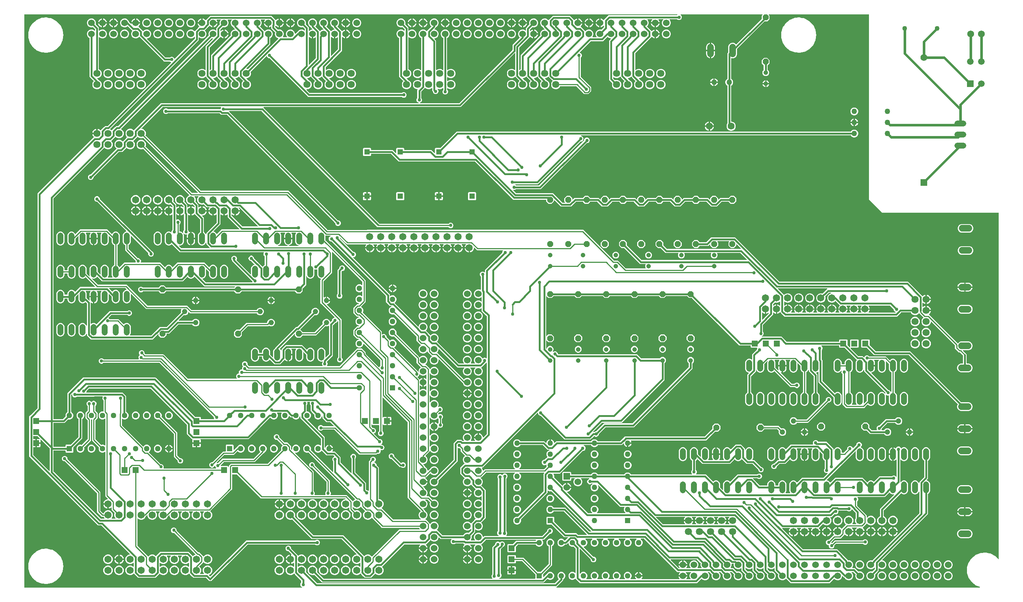
<source format=gbr>
G04 EAGLE Gerber RS-274X export*
G75*
%MOMM*%
%FSLAX34Y34*%
%LPD*%
%INLato inferiore*%
%IPPOS*%
%AMOC8*
5,1,8,0,0,1.08239X$1,22.5*%
G01*
%ADD10C,1.508000*%
%ADD11C,1.562100*%
%ADD12R,1.408000X1.408000*%
%ADD13C,1.320800*%
%ADD14C,1.638300*%
%ADD15C,1.650000*%
%ADD16C,1.524000*%
%ADD17C,1.358000*%
%ADD18P,1.429621X8X112.500000*%
%ADD19P,1.429621X8X202.500000*%
%ADD20C,1.219200*%
%ADD21R,1.562100X1.562100*%
%ADD22R,1.308000X1.308000*%
%ADD23C,1.058000*%
%ADD24C,1.108000*%
%ADD25R,1.508000X1.508000*%
%ADD26C,1.508000*%
%ADD27R,1.270000X1.270000*%
%ADD28C,1.270000*%
%ADD29R,1.524000X1.524000*%
%ADD30R,1.295400X1.295400*%
%ADD31C,1.295400*%
%ADD32C,1.600200*%
%ADD33C,0.381000*%
%ADD34C,0.756400*%
%ADD35C,0.254000*%
%ADD36C,0.609600*%

G36*
X648425Y10938D02*
X648425Y10938D01*
X648522Y10948D01*
X648546Y10958D01*
X648572Y10962D01*
X648658Y11008D01*
X648747Y11048D01*
X648766Y11065D01*
X648789Y11078D01*
X648856Y11148D01*
X648928Y11214D01*
X648940Y11237D01*
X648959Y11256D01*
X649000Y11344D01*
X649046Y11430D01*
X649051Y11455D01*
X649062Y11479D01*
X649073Y11576D01*
X649090Y11672D01*
X649086Y11698D01*
X649089Y11723D01*
X649069Y11818D01*
X649054Y11915D01*
X649043Y11938D01*
X649037Y11964D01*
X648987Y12047D01*
X648943Y12134D01*
X648924Y12153D01*
X648911Y12175D01*
X648837Y12238D01*
X648767Y12306D01*
X648739Y12322D01*
X648724Y12335D01*
X648693Y12347D01*
X648620Y12387D01*
X647928Y12674D01*
X646150Y14452D01*
X645187Y16776D01*
X645187Y19292D01*
X646150Y21616D01*
X646841Y22307D01*
X646894Y22381D01*
X646954Y22450D01*
X646966Y22480D01*
X646985Y22507D01*
X647012Y22594D01*
X647046Y22679D01*
X647050Y22719D01*
X647057Y22742D01*
X647056Y22774D01*
X647064Y22845D01*
X647064Y26880D01*
X647050Y26970D01*
X647042Y27061D01*
X647030Y27090D01*
X647025Y27122D01*
X646982Y27203D01*
X646946Y27287D01*
X646920Y27319D01*
X646909Y27340D01*
X646886Y27362D01*
X646841Y27418D01*
X633386Y40873D01*
X631048Y43211D01*
X631032Y43223D01*
X631019Y43238D01*
X630932Y43294D01*
X630848Y43355D01*
X630829Y43361D01*
X630813Y43371D01*
X630712Y43397D01*
X630613Y43427D01*
X630593Y43427D01*
X630574Y43431D01*
X630471Y43423D01*
X630367Y43421D01*
X630349Y43414D01*
X630329Y43412D01*
X630234Y43372D01*
X630136Y43336D01*
X630121Y43324D01*
X630102Y43316D01*
X629972Y43211D01*
X628412Y41652D01*
X624446Y40009D01*
X620154Y40009D01*
X616188Y41652D01*
X613152Y44688D01*
X611509Y48654D01*
X611509Y52946D01*
X613152Y56912D01*
X616188Y59948D01*
X620154Y61591D01*
X624446Y61591D01*
X628412Y59948D01*
X629260Y59101D01*
X629318Y59059D01*
X629370Y59009D01*
X629389Y59000D01*
X629399Y58992D01*
X629426Y58981D01*
X629459Y58957D01*
X629528Y58936D01*
X629593Y58906D01*
X629621Y58903D01*
X629628Y58900D01*
X629655Y58897D01*
X629695Y58885D01*
X629752Y58886D01*
X629794Y58881D01*
X629798Y58881D01*
X629804Y58882D01*
X629837Y58879D01*
X629888Y58890D01*
X629940Y58891D01*
X630008Y58916D01*
X630010Y58916D01*
X630041Y58921D01*
X630046Y58924D01*
X630078Y58931D01*
X630123Y58958D01*
X630171Y58976D01*
X630226Y59019D01*
X630258Y59036D01*
X630263Y59042D01*
X630289Y59057D01*
X630323Y59097D01*
X630363Y59129D01*
X630399Y59185D01*
X630428Y59215D01*
X630432Y59224D01*
X630449Y59244D01*
X630468Y59292D01*
X630496Y59336D01*
X630511Y59395D01*
X630531Y59438D01*
X630533Y59452D01*
X630541Y59472D01*
X630549Y59543D01*
X630557Y59575D01*
X630555Y59598D01*
X630559Y59639D01*
X630559Y67369D01*
X630557Y67380D01*
X630559Y67392D01*
X630538Y67501D01*
X630520Y67611D01*
X630514Y67622D01*
X630512Y67634D01*
X630456Y67731D01*
X630404Y67829D01*
X630396Y67837D01*
X630390Y67847D01*
X630307Y67922D01*
X630226Y67998D01*
X630215Y68003D01*
X630206Y68011D01*
X630104Y68055D01*
X630003Y68102D01*
X629991Y68103D01*
X629980Y68108D01*
X629869Y68117D01*
X629759Y68129D01*
X629747Y68126D01*
X629735Y68127D01*
X629627Y68100D01*
X629518Y68077D01*
X629508Y68070D01*
X629496Y68068D01*
X629351Y67984D01*
X627956Y66971D01*
X626442Y66200D01*
X624827Y65675D01*
X623823Y65516D01*
X623823Y75438D01*
X623820Y75458D01*
X623822Y75477D01*
X623800Y75579D01*
X623783Y75681D01*
X623774Y75698D01*
X623770Y75718D01*
X623717Y75807D01*
X623668Y75898D01*
X623654Y75912D01*
X623644Y75929D01*
X623565Y75996D01*
X623490Y76067D01*
X623472Y76076D01*
X623457Y76089D01*
X623361Y76127D01*
X623267Y76171D01*
X623247Y76173D01*
X623229Y76181D01*
X623062Y76199D01*
X622299Y76199D01*
X622299Y76201D01*
X623062Y76201D01*
X623082Y76204D01*
X623101Y76202D01*
X623203Y76224D01*
X623305Y76241D01*
X623322Y76250D01*
X623342Y76254D01*
X623431Y76307D01*
X623522Y76356D01*
X623536Y76370D01*
X623553Y76380D01*
X623620Y76459D01*
X623691Y76534D01*
X623700Y76552D01*
X623713Y76567D01*
X623752Y76663D01*
X623795Y76757D01*
X623797Y76777D01*
X623805Y76795D01*
X623823Y76962D01*
X623823Y87025D01*
X623855Y87036D01*
X623862Y87041D01*
X623869Y87043D01*
X623959Y87115D01*
X624050Y87185D01*
X624055Y87192D01*
X624061Y87197D01*
X624124Y87294D01*
X624188Y87389D01*
X624190Y87397D01*
X624194Y87404D01*
X624222Y87516D01*
X624253Y87627D01*
X624252Y87635D01*
X624254Y87642D01*
X624245Y87757D01*
X624239Y87872D01*
X624236Y87880D01*
X624235Y87888D01*
X624190Y87993D01*
X624147Y88100D01*
X624142Y88107D01*
X624139Y88114D01*
X624034Y88245D01*
X617478Y94800D01*
X617405Y94853D01*
X617335Y94913D01*
X617305Y94925D01*
X617279Y94944D01*
X617192Y94971D01*
X617107Y95005D01*
X617066Y95009D01*
X617044Y95016D01*
X617011Y95015D01*
X616940Y95023D01*
X615962Y95023D01*
X613638Y95986D01*
X611860Y97764D01*
X610897Y100088D01*
X610897Y102604D01*
X611860Y104928D01*
X613638Y106706D01*
X615962Y107669D01*
X618478Y107669D01*
X620802Y106706D01*
X622580Y104928D01*
X623543Y102604D01*
X623543Y101626D01*
X623557Y101536D01*
X623565Y101445D01*
X623577Y101415D01*
X623582Y101383D01*
X623625Y101302D01*
X623661Y101219D01*
X623687Y101186D01*
X623698Y101166D01*
X623721Y101144D01*
X623766Y101088D01*
X636624Y88230D01*
X639451Y85403D01*
X639451Y85049D01*
X639462Y84978D01*
X639464Y84906D01*
X639482Y84858D01*
X639490Y84806D01*
X639524Y84743D01*
X639549Y84675D01*
X639581Y84635D01*
X639606Y84589D01*
X639658Y84539D01*
X639702Y84483D01*
X639746Y84455D01*
X639784Y84419D01*
X639849Y84389D01*
X639909Y84350D01*
X639960Y84338D01*
X640007Y84316D01*
X640078Y84308D01*
X640148Y84290D01*
X640200Y84294D01*
X640251Y84289D01*
X640322Y84304D01*
X640393Y84310D01*
X640441Y84330D01*
X640492Y84341D01*
X640553Y84378D01*
X640619Y84406D01*
X640675Y84451D01*
X640703Y84467D01*
X640718Y84485D01*
X640750Y84511D01*
X641588Y85348D01*
X645554Y86991D01*
X649846Y86991D01*
X653812Y85348D01*
X656848Y82312D01*
X658491Y78346D01*
X658491Y74054D01*
X656848Y70088D01*
X653812Y67052D01*
X649846Y65409D01*
X645554Y65409D01*
X641588Y67052D01*
X640750Y67889D01*
X640692Y67931D01*
X640640Y67981D01*
X640593Y68003D01*
X640551Y68033D01*
X640482Y68054D01*
X640417Y68084D01*
X640365Y68090D01*
X640315Y68105D01*
X640244Y68103D01*
X640173Y68111D01*
X640122Y68100D01*
X640070Y68099D01*
X640002Y68074D01*
X639932Y68059D01*
X639887Y68032D01*
X639839Y68014D01*
X639783Y67970D01*
X639721Y67933D01*
X639687Y67893D01*
X639647Y67861D01*
X639608Y67800D01*
X639561Y67746D01*
X639542Y67698D01*
X639514Y67654D01*
X639496Y67584D01*
X639469Y67518D01*
X639461Y67447D01*
X639453Y67415D01*
X639455Y67392D01*
X639451Y67351D01*
X639451Y59649D01*
X639462Y59578D01*
X639464Y59506D01*
X639482Y59458D01*
X639490Y59406D01*
X639524Y59343D01*
X639549Y59275D01*
X639581Y59235D01*
X639606Y59189D01*
X639658Y59139D01*
X639702Y59083D01*
X639746Y59055D01*
X639784Y59019D01*
X639849Y58989D01*
X639909Y58950D01*
X639960Y58938D01*
X640007Y58916D01*
X640078Y58908D01*
X640148Y58890D01*
X640200Y58894D01*
X640251Y58889D01*
X640322Y58904D01*
X640393Y58910D01*
X640441Y58930D01*
X640492Y58941D01*
X640553Y58978D01*
X640619Y59006D01*
X640675Y59051D01*
X640703Y59067D01*
X640718Y59085D01*
X640750Y59111D01*
X641588Y59948D01*
X645554Y61591D01*
X649846Y61591D01*
X653812Y59948D01*
X656848Y56912D01*
X658491Y52946D01*
X658491Y48654D01*
X657995Y47457D01*
X657968Y47343D01*
X657940Y47230D01*
X657940Y47223D01*
X657939Y47217D01*
X657950Y47101D01*
X657959Y46984D01*
X657961Y46979D01*
X657962Y46972D01*
X658010Y46865D01*
X658055Y46758D01*
X658060Y46752D01*
X658062Y46748D01*
X658075Y46734D01*
X658160Y46627D01*
X683355Y21433D01*
X683428Y21380D01*
X683498Y21320D01*
X683528Y21308D01*
X683554Y21289D01*
X683641Y21262D01*
X683726Y21228D01*
X683767Y21224D01*
X683789Y21217D01*
X683822Y21218D01*
X683893Y21210D01*
X1229489Y21210D01*
X1229579Y21224D01*
X1229670Y21232D01*
X1229700Y21244D01*
X1229732Y21249D01*
X1229813Y21292D01*
X1229896Y21328D01*
X1229929Y21354D01*
X1229949Y21365D01*
X1229971Y21388D01*
X1230027Y21433D01*
X1238733Y30138D01*
X1238744Y30154D01*
X1238760Y30166D01*
X1238816Y30254D01*
X1238876Y30338D01*
X1238882Y30357D01*
X1238893Y30373D01*
X1238918Y30474D01*
X1238949Y30573D01*
X1238948Y30593D01*
X1238953Y30612D01*
X1238945Y30715D01*
X1238942Y30819D01*
X1238935Y30837D01*
X1238934Y30857D01*
X1238893Y30952D01*
X1238858Y31050D01*
X1238845Y31065D01*
X1238837Y31083D01*
X1238733Y31214D01*
X1236955Y32992D01*
X1235582Y36306D01*
X1235582Y39894D01*
X1236955Y43208D01*
X1239492Y45745D01*
X1242806Y47118D01*
X1246394Y47118D01*
X1249708Y45745D01*
X1252245Y43208D01*
X1253618Y39894D01*
X1253618Y36306D01*
X1252245Y32992D01*
X1249708Y30455D01*
X1249516Y30375D01*
X1249417Y30314D01*
X1249316Y30254D01*
X1249312Y30249D01*
X1249307Y30246D01*
X1249233Y30156D01*
X1249156Y30067D01*
X1249154Y30061D01*
X1249150Y30056D01*
X1249108Y29949D01*
X1249064Y29839D01*
X1249063Y29831D01*
X1249062Y29827D01*
X1249061Y29808D01*
X1249046Y29672D01*
X1249046Y27876D01*
X1246219Y25049D01*
X1233391Y12222D01*
X1233350Y12164D01*
X1233300Y12112D01*
X1233278Y12065D01*
X1233248Y12023D01*
X1233227Y11954D01*
X1233197Y11889D01*
X1233191Y11837D01*
X1233176Y11787D01*
X1233177Y11716D01*
X1233170Y11645D01*
X1233181Y11594D01*
X1233182Y11542D01*
X1233207Y11474D01*
X1233222Y11404D01*
X1233249Y11359D01*
X1233266Y11311D01*
X1233311Y11255D01*
X1233348Y11193D01*
X1233388Y11159D01*
X1233420Y11119D01*
X1233480Y11080D01*
X1233535Y11033D01*
X1233583Y11014D01*
X1233627Y10986D01*
X1233696Y10968D01*
X1233763Y10941D01*
X1233834Y10933D01*
X1233866Y10925D01*
X1233889Y10927D01*
X1233930Y10923D01*
X2205629Y10923D01*
X2205733Y10940D01*
X2205836Y10951D01*
X2205853Y10959D01*
X2205872Y10962D01*
X2205964Y11011D01*
X2206059Y11056D01*
X2206073Y11069D01*
X2206090Y11078D01*
X2206161Y11153D01*
X2206237Y11225D01*
X2206246Y11242D01*
X2206259Y11256D01*
X2206303Y11351D01*
X2206352Y11443D01*
X2206355Y11462D01*
X2206363Y11479D01*
X2206374Y11583D01*
X2206391Y11686D01*
X2206388Y11705D01*
X2206390Y11723D01*
X2206368Y11825D01*
X2206350Y11928D01*
X2206341Y11945D01*
X2206337Y11964D01*
X2206284Y12053D01*
X2206235Y12146D01*
X2206221Y12159D01*
X2206211Y12175D01*
X2206132Y12243D01*
X2206056Y12314D01*
X2206035Y12325D01*
X2206024Y12335D01*
X2205995Y12347D01*
X2205908Y12393D01*
X2196702Y16006D01*
X2187233Y23557D01*
X2180410Y33564D01*
X2176840Y45138D01*
X2176840Y57250D01*
X2180410Y68824D01*
X2180606Y69111D01*
X2181644Y70633D01*
X2181644Y70634D01*
X2183201Y72917D01*
X2184239Y74440D01*
X2185277Y75962D01*
X2186834Y78246D01*
X2187233Y78831D01*
X2196702Y86382D01*
X2207976Y90807D01*
X2220054Y91713D01*
X2220400Y91634D01*
X2223735Y90872D01*
X2227070Y90111D01*
X2230405Y89350D01*
X2230406Y89350D01*
X2231863Y89017D01*
X2242352Y82961D01*
X2248358Y76488D01*
X2248426Y76436D01*
X2248488Y76377D01*
X2248522Y76361D01*
X2248552Y76337D01*
X2248633Y76309D01*
X2248711Y76273D01*
X2248749Y76269D01*
X2248784Y76256D01*
X2248870Y76255D01*
X2248955Y76246D01*
X2248992Y76254D01*
X2249030Y76253D01*
X2249112Y76280D01*
X2249196Y76298D01*
X2249228Y76317D01*
X2249264Y76329D01*
X2249333Y76380D01*
X2249407Y76424D01*
X2249432Y76453D01*
X2249462Y76476D01*
X2249511Y76546D01*
X2249567Y76611D01*
X2249581Y76646D01*
X2249603Y76677D01*
X2249627Y76760D01*
X2249659Y76839D01*
X2249664Y76888D01*
X2249672Y76914D01*
X2249670Y76944D01*
X2249677Y77006D01*
X2249677Y871474D01*
X2249674Y871494D01*
X2249676Y871513D01*
X2249654Y871615D01*
X2249638Y871717D01*
X2249628Y871734D01*
X2249624Y871754D01*
X2249571Y871843D01*
X2249522Y871934D01*
X2249508Y871948D01*
X2249498Y871965D01*
X2249419Y872032D01*
X2249344Y872104D01*
X2249326Y872112D01*
X2249311Y872125D01*
X2249215Y872164D01*
X2249121Y872207D01*
X2249101Y872209D01*
X2249083Y872217D01*
X2248916Y872235D01*
X1981515Y872235D01*
X1951227Y902523D01*
X1951227Y1326896D01*
X1951224Y1326916D01*
X1951226Y1326935D01*
X1951204Y1327037D01*
X1951188Y1327139D01*
X1951178Y1327156D01*
X1951174Y1327176D01*
X1951121Y1327265D01*
X1951072Y1327356D01*
X1951058Y1327370D01*
X1951048Y1327387D01*
X1950969Y1327454D01*
X1950894Y1327526D01*
X1950876Y1327534D01*
X1950861Y1327547D01*
X1950765Y1327586D01*
X1950671Y1327629D01*
X1950651Y1327631D01*
X1950633Y1327639D01*
X1950466Y1327657D01*
X1721651Y1327657D01*
X1721580Y1327646D01*
X1721509Y1327644D01*
X1721460Y1327626D01*
X1721408Y1327618D01*
X1721345Y1327584D01*
X1721278Y1327559D01*
X1721237Y1327527D01*
X1721191Y1327502D01*
X1721142Y1327450D01*
X1721086Y1327406D01*
X1721057Y1327362D01*
X1721022Y1327324D01*
X1720991Y1327259D01*
X1720953Y1327199D01*
X1720940Y1327148D01*
X1720918Y1327101D01*
X1720910Y1327030D01*
X1720893Y1326960D01*
X1720897Y1326908D01*
X1720891Y1326857D01*
X1720906Y1326786D01*
X1720912Y1326715D01*
X1720932Y1326667D01*
X1720943Y1326616D01*
X1720980Y1326555D01*
X1721008Y1326489D01*
X1721053Y1326433D01*
X1721069Y1326405D01*
X1721087Y1326390D01*
X1721113Y1326358D01*
X1723137Y1324334D01*
X1723137Y1316758D01*
X1717780Y1311401D01*
X1711704Y1311401D01*
X1711614Y1311387D01*
X1711523Y1311379D01*
X1711493Y1311367D01*
X1711461Y1311362D01*
X1711380Y1311319D01*
X1711297Y1311283D01*
X1711264Y1311257D01*
X1711244Y1311246D01*
X1711222Y1311223D01*
X1711166Y1311178D01*
X1648604Y1248616D01*
X1648551Y1248543D01*
X1648491Y1248473D01*
X1648479Y1248443D01*
X1648460Y1248417D01*
X1648433Y1248330D01*
X1648399Y1248245D01*
X1648395Y1248204D01*
X1648388Y1248182D01*
X1648389Y1248149D01*
X1648381Y1248078D01*
X1648381Y1235055D01*
X1646846Y1231350D01*
X1644010Y1228514D01*
X1640305Y1226979D01*
X1636295Y1226979D01*
X1635924Y1227133D01*
X1635880Y1227143D01*
X1635838Y1227163D01*
X1635761Y1227171D01*
X1635685Y1227189D01*
X1635639Y1227185D01*
X1635594Y1227190D01*
X1635517Y1227173D01*
X1635440Y1227166D01*
X1635398Y1227147D01*
X1635353Y1227137D01*
X1635286Y1227097D01*
X1635215Y1227066D01*
X1635181Y1227035D01*
X1635142Y1227011D01*
X1635091Y1226952D01*
X1635034Y1226899D01*
X1635012Y1226859D01*
X1634982Y1226824D01*
X1634953Y1226752D01*
X1634916Y1226684D01*
X1634907Y1226639D01*
X1634890Y1226596D01*
X1634875Y1226460D01*
X1634872Y1226442D01*
X1634873Y1226437D01*
X1634872Y1226429D01*
X1634872Y1179992D01*
X1634891Y1179878D01*
X1634908Y1179761D01*
X1634910Y1179756D01*
X1634911Y1179750D01*
X1634966Y1179647D01*
X1635019Y1179542D01*
X1635024Y1179538D01*
X1635027Y1179532D01*
X1635111Y1179452D01*
X1635195Y1179370D01*
X1635201Y1179366D01*
X1635205Y1179363D01*
X1635222Y1179355D01*
X1635342Y1179289D01*
X1635462Y1179239D01*
X1637963Y1176738D01*
X1639317Y1173470D01*
X1639317Y1169934D01*
X1637963Y1166666D01*
X1635462Y1164165D01*
X1635342Y1164115D01*
X1635242Y1164053D01*
X1635142Y1163993D01*
X1635138Y1163989D01*
X1635133Y1163985D01*
X1635058Y1163895D01*
X1634982Y1163806D01*
X1634980Y1163801D01*
X1634976Y1163796D01*
X1634934Y1163687D01*
X1634890Y1163578D01*
X1634889Y1163571D01*
X1634888Y1163566D01*
X1634887Y1163548D01*
X1634872Y1163412D01*
X1634872Y1082167D01*
X1634875Y1082147D01*
X1634873Y1082128D01*
X1634895Y1082026D01*
X1634911Y1081924D01*
X1634921Y1081907D01*
X1634925Y1081887D01*
X1634978Y1081798D01*
X1635027Y1081707D01*
X1635041Y1081693D01*
X1635051Y1081676D01*
X1635130Y1081609D01*
X1635205Y1081537D01*
X1635223Y1081529D01*
X1635238Y1081516D01*
X1635334Y1081477D01*
X1635428Y1081434D01*
X1635448Y1081432D01*
X1635466Y1081424D01*
X1635633Y1081406D01*
X1636841Y1081406D01*
X1640715Y1079801D01*
X1643681Y1076835D01*
X1645286Y1072961D01*
X1645286Y1068767D01*
X1643681Y1064893D01*
X1640715Y1061927D01*
X1636841Y1060322D01*
X1632647Y1060322D01*
X1628773Y1061927D01*
X1625807Y1064893D01*
X1624202Y1068767D01*
X1624202Y1072961D01*
X1625823Y1076875D01*
X1625870Y1076929D01*
X1625882Y1076959D01*
X1625901Y1076985D01*
X1625928Y1077072D01*
X1625962Y1077157D01*
X1625966Y1077198D01*
X1625973Y1077220D01*
X1625972Y1077252D01*
X1625980Y1077324D01*
X1625980Y1163412D01*
X1625961Y1163526D01*
X1625944Y1163643D01*
X1625942Y1163648D01*
X1625941Y1163654D01*
X1625886Y1163757D01*
X1625833Y1163862D01*
X1625828Y1163866D01*
X1625825Y1163872D01*
X1625741Y1163952D01*
X1625657Y1164034D01*
X1625651Y1164038D01*
X1625647Y1164041D01*
X1625630Y1164049D01*
X1625510Y1164115D01*
X1625390Y1164165D01*
X1622889Y1166666D01*
X1621535Y1169934D01*
X1621535Y1173470D01*
X1622889Y1176738D01*
X1625390Y1179239D01*
X1625510Y1179289D01*
X1625610Y1179351D01*
X1625710Y1179411D01*
X1625714Y1179415D01*
X1625719Y1179419D01*
X1625794Y1179509D01*
X1625870Y1179598D01*
X1625872Y1179603D01*
X1625876Y1179608D01*
X1625918Y1179717D01*
X1625962Y1179826D01*
X1625963Y1179833D01*
X1625964Y1179838D01*
X1625965Y1179856D01*
X1625980Y1179992D01*
X1625980Y1238568D01*
X1627996Y1240584D01*
X1628041Y1240646D01*
X1628068Y1240675D01*
X1628074Y1240686D01*
X1628109Y1240727D01*
X1628121Y1240757D01*
X1628140Y1240783D01*
X1628167Y1240870D01*
X1628201Y1240955D01*
X1628205Y1240996D01*
X1628212Y1241018D01*
X1628211Y1241051D01*
X1628219Y1241122D01*
X1628219Y1254145D01*
X1629754Y1257850D01*
X1632590Y1260686D01*
X1636295Y1262221D01*
X1640305Y1262221D01*
X1644010Y1260686D01*
X1645516Y1259180D01*
X1645532Y1259168D01*
X1645545Y1259153D01*
X1645632Y1259097D01*
X1645716Y1259037D01*
X1645735Y1259031D01*
X1645752Y1259020D01*
X1645852Y1258995D01*
X1645951Y1258964D01*
X1645971Y1258965D01*
X1645990Y1258960D01*
X1646093Y1258968D01*
X1646197Y1258971D01*
X1646216Y1258977D01*
X1646236Y1258979D01*
X1646330Y1259019D01*
X1646428Y1259055D01*
X1646444Y1259067D01*
X1646462Y1259075D01*
X1646593Y1259180D01*
X1704624Y1317212D01*
X1704677Y1317285D01*
X1704737Y1317355D01*
X1704749Y1317385D01*
X1704768Y1317411D01*
X1704795Y1317498D01*
X1704829Y1317583D01*
X1704833Y1317624D01*
X1704840Y1317646D01*
X1704839Y1317679D01*
X1704847Y1317750D01*
X1704847Y1324334D01*
X1706871Y1326358D01*
X1706913Y1326416D01*
X1706962Y1326468D01*
X1706984Y1326515D01*
X1707015Y1326557D01*
X1707036Y1326626D01*
X1707066Y1326691D01*
X1707072Y1326743D01*
X1707087Y1326793D01*
X1707085Y1326864D01*
X1707093Y1326935D01*
X1707082Y1326986D01*
X1707081Y1327038D01*
X1707056Y1327106D01*
X1707041Y1327176D01*
X1707014Y1327221D01*
X1706996Y1327269D01*
X1706951Y1327325D01*
X1706915Y1327387D01*
X1706875Y1327421D01*
X1706843Y1327461D01*
X1706782Y1327500D01*
X1706728Y1327547D01*
X1706679Y1327566D01*
X1706636Y1327594D01*
X1706566Y1327612D01*
X1706500Y1327639D01*
X1706428Y1327647D01*
X1706397Y1327655D01*
X1706374Y1327653D01*
X1706333Y1327657D01*
X1519131Y1327657D01*
X1519061Y1327646D01*
X1518989Y1327644D01*
X1518940Y1327626D01*
X1518888Y1327618D01*
X1518825Y1327584D01*
X1518758Y1327559D01*
X1518717Y1327527D01*
X1518671Y1327502D01*
X1518622Y1327450D01*
X1518566Y1327406D01*
X1518538Y1327362D01*
X1518502Y1327324D01*
X1518472Y1327259D01*
X1518433Y1327199D01*
X1518420Y1327148D01*
X1518398Y1327101D01*
X1518390Y1327030D01*
X1518373Y1326960D01*
X1518377Y1326908D01*
X1518371Y1326857D01*
X1518386Y1326786D01*
X1518392Y1326715D01*
X1518412Y1326667D01*
X1518423Y1326616D01*
X1518460Y1326555D01*
X1518488Y1326489D01*
X1518533Y1326433D01*
X1518549Y1326405D01*
X1518567Y1326390D01*
X1518593Y1326358D01*
X1520315Y1324636D01*
X1521278Y1322312D01*
X1521278Y1319796D01*
X1520315Y1317472D01*
X1518537Y1315694D01*
X1516213Y1314731D01*
X1513697Y1314731D01*
X1511373Y1315694D01*
X1510682Y1316385D01*
X1510608Y1316438D01*
X1510539Y1316498D01*
X1510508Y1316510D01*
X1510482Y1316529D01*
X1510395Y1316556D01*
X1510310Y1316590D01*
X1510269Y1316594D01*
X1510247Y1316601D01*
X1510215Y1316600D01*
X1510144Y1316608D01*
X1493599Y1316608D01*
X1493528Y1316597D01*
X1493457Y1316595D01*
X1493408Y1316577D01*
X1493356Y1316569D01*
X1493293Y1316535D01*
X1493226Y1316510D01*
X1493185Y1316478D01*
X1493139Y1316453D01*
X1493090Y1316401D01*
X1493034Y1316357D01*
X1493005Y1316313D01*
X1492969Y1316275D01*
X1492939Y1316210D01*
X1492901Y1316150D01*
X1492888Y1316099D01*
X1492866Y1316052D01*
X1492858Y1315981D01*
X1492840Y1315911D01*
X1492845Y1315859D01*
X1492839Y1315808D01*
X1492854Y1315737D01*
X1492860Y1315666D01*
X1492880Y1315618D01*
X1492891Y1315567D01*
X1492928Y1315506D01*
X1492956Y1315440D01*
X1493001Y1315384D01*
X1493017Y1315356D01*
X1493035Y1315341D01*
X1493061Y1315309D01*
X1494514Y1313856D01*
X1496061Y1310121D01*
X1496061Y1306079D01*
X1494514Y1302344D01*
X1491656Y1299486D01*
X1487921Y1297939D01*
X1483879Y1297939D01*
X1480144Y1299486D01*
X1477286Y1302344D01*
X1475739Y1306079D01*
X1475739Y1310121D01*
X1477286Y1313856D01*
X1478739Y1315309D01*
X1478781Y1315367D01*
X1478831Y1315419D01*
X1478852Y1315466D01*
X1478883Y1315508D01*
X1478904Y1315577D01*
X1478934Y1315642D01*
X1478940Y1315694D01*
X1478955Y1315744D01*
X1478953Y1315815D01*
X1478961Y1315886D01*
X1478950Y1315937D01*
X1478949Y1315989D01*
X1478924Y1316057D01*
X1478909Y1316127D01*
X1478882Y1316172D01*
X1478864Y1316220D01*
X1478820Y1316276D01*
X1478783Y1316338D01*
X1478743Y1316372D01*
X1478711Y1316412D01*
X1478650Y1316451D01*
X1478596Y1316498D01*
X1478548Y1316517D01*
X1478504Y1316545D01*
X1478434Y1316563D01*
X1478368Y1316590D01*
X1478296Y1316598D01*
X1478265Y1316606D01*
X1478242Y1316604D01*
X1478201Y1316608D01*
X1468199Y1316608D01*
X1468128Y1316597D01*
X1468057Y1316595D01*
X1468008Y1316577D01*
X1467956Y1316569D01*
X1467893Y1316535D01*
X1467826Y1316510D01*
X1467785Y1316478D01*
X1467739Y1316453D01*
X1467690Y1316402D01*
X1467634Y1316357D01*
X1467605Y1316313D01*
X1467569Y1316275D01*
X1467539Y1316210D01*
X1467501Y1316150D01*
X1467488Y1316099D01*
X1467466Y1316052D01*
X1467458Y1315981D01*
X1467440Y1315911D01*
X1467445Y1315859D01*
X1467439Y1315808D01*
X1467454Y1315737D01*
X1467460Y1315666D01*
X1467480Y1315618D01*
X1467491Y1315567D01*
X1467528Y1315506D01*
X1467556Y1315440D01*
X1467601Y1315384D01*
X1467617Y1315356D01*
X1467635Y1315341D01*
X1467661Y1315309D01*
X1468250Y1314719D01*
X1469190Y1313425D01*
X1469916Y1312000D01*
X1470411Y1310479D01*
X1470546Y1309623D01*
X1461262Y1309623D01*
X1461242Y1309620D01*
X1461223Y1309622D01*
X1461121Y1309600D01*
X1461019Y1309583D01*
X1461002Y1309574D01*
X1460982Y1309570D01*
X1460893Y1309517D01*
X1460802Y1309468D01*
X1460788Y1309454D01*
X1460771Y1309444D01*
X1460704Y1309365D01*
X1460633Y1309290D01*
X1460624Y1309272D01*
X1460611Y1309257D01*
X1460573Y1309161D01*
X1460529Y1309067D01*
X1460527Y1309047D01*
X1460519Y1309029D01*
X1460501Y1308862D01*
X1460501Y1308099D01*
X1460499Y1308099D01*
X1460499Y1308862D01*
X1460496Y1308878D01*
X1460498Y1308893D01*
X1460497Y1308896D01*
X1460498Y1308901D01*
X1460476Y1309003D01*
X1460459Y1309105D01*
X1460450Y1309122D01*
X1460446Y1309142D01*
X1460393Y1309231D01*
X1460344Y1309322D01*
X1460330Y1309336D01*
X1460320Y1309353D01*
X1460241Y1309420D01*
X1460166Y1309491D01*
X1460148Y1309500D01*
X1460133Y1309513D01*
X1460037Y1309552D01*
X1459943Y1309595D01*
X1459923Y1309597D01*
X1459905Y1309605D01*
X1459738Y1309623D01*
X1450454Y1309623D01*
X1450589Y1310479D01*
X1451084Y1312000D01*
X1451810Y1313425D01*
X1452750Y1314719D01*
X1453339Y1315309D01*
X1453381Y1315367D01*
X1453431Y1315419D01*
X1453452Y1315466D01*
X1453483Y1315508D01*
X1453504Y1315577D01*
X1453534Y1315642D01*
X1453540Y1315694D01*
X1453555Y1315744D01*
X1453553Y1315815D01*
X1453561Y1315886D01*
X1453550Y1315937D01*
X1453549Y1315989D01*
X1453524Y1316057D01*
X1453509Y1316127D01*
X1453482Y1316172D01*
X1453464Y1316220D01*
X1453420Y1316276D01*
X1453383Y1316338D01*
X1453343Y1316372D01*
X1453311Y1316412D01*
X1453250Y1316451D01*
X1453196Y1316498D01*
X1453148Y1316517D01*
X1453104Y1316545D01*
X1453034Y1316563D01*
X1452968Y1316590D01*
X1452896Y1316598D01*
X1452865Y1316606D01*
X1452842Y1316604D01*
X1452801Y1316608D01*
X1442799Y1316608D01*
X1442728Y1316597D01*
X1442657Y1316595D01*
X1442608Y1316577D01*
X1442556Y1316569D01*
X1442493Y1316535D01*
X1442426Y1316510D01*
X1442385Y1316478D01*
X1442339Y1316453D01*
X1442290Y1316401D01*
X1442234Y1316357D01*
X1442205Y1316313D01*
X1442169Y1316275D01*
X1442139Y1316210D01*
X1442101Y1316150D01*
X1442088Y1316099D01*
X1442066Y1316052D01*
X1442058Y1315981D01*
X1442040Y1315911D01*
X1442045Y1315859D01*
X1442039Y1315808D01*
X1442054Y1315737D01*
X1442060Y1315666D01*
X1442080Y1315618D01*
X1442091Y1315567D01*
X1442128Y1315506D01*
X1442156Y1315440D01*
X1442201Y1315384D01*
X1442217Y1315356D01*
X1442235Y1315341D01*
X1442261Y1315309D01*
X1443714Y1313856D01*
X1445261Y1310121D01*
X1445261Y1306079D01*
X1443714Y1302344D01*
X1441798Y1300428D01*
X1441786Y1300412D01*
X1441771Y1300400D01*
X1441715Y1300313D01*
X1441654Y1300229D01*
X1441648Y1300210D01*
X1441638Y1300193D01*
X1441612Y1300092D01*
X1441582Y1299994D01*
X1441582Y1299974D01*
X1441578Y1299954D01*
X1441586Y1299851D01*
X1441588Y1299748D01*
X1441595Y1299729D01*
X1441597Y1299709D01*
X1441637Y1299614D01*
X1441673Y1299517D01*
X1441685Y1299501D01*
X1441693Y1299483D01*
X1441798Y1299352D01*
X1451752Y1289398D01*
X1451768Y1289386D01*
X1451780Y1289371D01*
X1451868Y1289315D01*
X1451952Y1289254D01*
X1451971Y1289248D01*
X1451987Y1289238D01*
X1452088Y1289212D01*
X1452187Y1289182D01*
X1452207Y1289182D01*
X1452226Y1289178D01*
X1452329Y1289186D01*
X1452433Y1289188D01*
X1452451Y1289195D01*
X1452471Y1289197D01*
X1452566Y1289237D01*
X1452664Y1289273D01*
X1452679Y1289285D01*
X1452697Y1289293D01*
X1452828Y1289398D01*
X1453881Y1290450D01*
X1455175Y1291390D01*
X1456600Y1292116D01*
X1458121Y1292611D01*
X1458977Y1292746D01*
X1458977Y1283462D01*
X1458980Y1283442D01*
X1458978Y1283423D01*
X1459000Y1283321D01*
X1459017Y1283219D01*
X1459026Y1283202D01*
X1459030Y1283182D01*
X1459083Y1283093D01*
X1459132Y1283002D01*
X1459146Y1282988D01*
X1459156Y1282971D01*
X1459235Y1282904D01*
X1459310Y1282833D01*
X1459328Y1282824D01*
X1459343Y1282811D01*
X1459439Y1282773D01*
X1459533Y1282729D01*
X1459553Y1282727D01*
X1459571Y1282719D01*
X1459738Y1282701D01*
X1460501Y1282701D01*
X1460501Y1282699D01*
X1459738Y1282699D01*
X1459718Y1282696D01*
X1459699Y1282698D01*
X1459597Y1282676D01*
X1459495Y1282659D01*
X1459478Y1282650D01*
X1459458Y1282646D01*
X1459369Y1282593D01*
X1459278Y1282544D01*
X1459264Y1282530D01*
X1459247Y1282520D01*
X1459180Y1282441D01*
X1459109Y1282366D01*
X1459100Y1282348D01*
X1459087Y1282333D01*
X1459048Y1282237D01*
X1459005Y1282143D01*
X1459003Y1282123D01*
X1458995Y1282105D01*
X1458977Y1281938D01*
X1458977Y1272654D01*
X1458121Y1272789D01*
X1456600Y1273284D01*
X1455175Y1274010D01*
X1453881Y1274950D01*
X1452828Y1276002D01*
X1452812Y1276014D01*
X1452800Y1276029D01*
X1452713Y1276085D01*
X1452629Y1276146D01*
X1452610Y1276152D01*
X1452593Y1276162D01*
X1452492Y1276188D01*
X1452394Y1276218D01*
X1452374Y1276218D01*
X1452354Y1276222D01*
X1452251Y1276214D01*
X1452148Y1276212D01*
X1452129Y1276205D01*
X1452109Y1276203D01*
X1452014Y1276163D01*
X1451917Y1276127D01*
X1451901Y1276115D01*
X1451883Y1276107D01*
X1451752Y1276002D01*
X1414432Y1238682D01*
X1414379Y1238609D01*
X1414320Y1238539D01*
X1414307Y1238509D01*
X1414289Y1238483D01*
X1414262Y1238396D01*
X1414228Y1238311D01*
X1414223Y1238270D01*
X1414216Y1238248D01*
X1414217Y1238215D01*
X1414209Y1238144D01*
X1414209Y1200593D01*
X1414221Y1200522D01*
X1414223Y1200450D01*
X1414241Y1200401D01*
X1414249Y1200350D01*
X1414283Y1200287D01*
X1414307Y1200219D01*
X1414340Y1200179D01*
X1414364Y1200133D01*
X1414416Y1200083D01*
X1414461Y1200027D01*
X1414505Y1199999D01*
X1414542Y1199963D01*
X1414607Y1199933D01*
X1414668Y1199894D01*
X1414718Y1199882D01*
X1414765Y1199860D01*
X1414837Y1199852D01*
X1414906Y1199834D01*
X1414958Y1199838D01*
X1415010Y1199832D01*
X1415080Y1199848D01*
X1415151Y1199853D01*
X1415199Y1199874D01*
X1415250Y1199885D01*
X1415312Y1199922D01*
X1415378Y1199950D01*
X1415434Y1199994D01*
X1415461Y1200011D01*
X1415477Y1200029D01*
X1415509Y1200054D01*
X1416321Y1200866D01*
X1420265Y1202500D01*
X1424535Y1202500D01*
X1428479Y1200866D01*
X1431498Y1197847D01*
X1433132Y1193903D01*
X1433132Y1189633D01*
X1431498Y1185689D01*
X1428479Y1182670D01*
X1424535Y1181036D01*
X1423387Y1181036D01*
X1423316Y1181024D01*
X1423244Y1181022D01*
X1423195Y1181004D01*
X1423144Y1180996D01*
X1423081Y1180963D01*
X1423013Y1180938D01*
X1422972Y1180905D01*
X1422926Y1180881D01*
X1422877Y1180829D01*
X1422821Y1180784D01*
X1422793Y1180740D01*
X1422757Y1180703D01*
X1422727Y1180638D01*
X1422688Y1180577D01*
X1422675Y1180527D01*
X1422653Y1180480D01*
X1422645Y1180408D01*
X1422628Y1180339D01*
X1422632Y1180287D01*
X1422626Y1180235D01*
X1422642Y1180165D01*
X1422647Y1180094D01*
X1422667Y1180046D01*
X1422679Y1179995D01*
X1422715Y1179933D01*
X1422743Y1179867D01*
X1422788Y1179811D01*
X1422805Y1179784D01*
X1422823Y1179768D01*
X1422848Y1179736D01*
X1426049Y1176536D01*
X1426102Y1176498D01*
X1426149Y1176452D01*
X1426222Y1176412D01*
X1426248Y1176392D01*
X1426267Y1176387D01*
X1426296Y1176371D01*
X1428479Y1175466D01*
X1431498Y1172447D01*
X1433132Y1168503D01*
X1433132Y1164233D01*
X1431498Y1160289D01*
X1428479Y1157270D01*
X1424535Y1155636D01*
X1420265Y1155636D01*
X1416321Y1157270D01*
X1413302Y1160289D01*
X1411668Y1164233D01*
X1411668Y1168503D01*
X1413302Y1172447D01*
X1414894Y1174040D01*
X1414906Y1174056D01*
X1414921Y1174068D01*
X1414977Y1174156D01*
X1415037Y1174239D01*
X1415043Y1174258D01*
X1415054Y1174275D01*
X1415079Y1174376D01*
X1415110Y1174474D01*
X1415109Y1174494D01*
X1415114Y1174514D01*
X1415106Y1174617D01*
X1415103Y1174720D01*
X1415097Y1174739D01*
X1415095Y1174759D01*
X1415055Y1174854D01*
X1415019Y1174951D01*
X1415006Y1174967D01*
X1414999Y1174985D01*
X1414894Y1175116D01*
X1408145Y1181865D01*
X1405748Y1184262D01*
X1405732Y1184274D01*
X1405720Y1184289D01*
X1405632Y1184345D01*
X1405548Y1184405D01*
X1405529Y1184411D01*
X1405513Y1184422D01*
X1405412Y1184447D01*
X1405313Y1184478D01*
X1405293Y1184477D01*
X1405274Y1184482D01*
X1405171Y1184474D01*
X1405067Y1184471D01*
X1405049Y1184465D01*
X1405029Y1184463D01*
X1404934Y1184423D01*
X1404836Y1184387D01*
X1404821Y1184374D01*
X1404803Y1184367D01*
X1404672Y1184262D01*
X1403079Y1182670D01*
X1399135Y1181036D01*
X1397987Y1181036D01*
X1397916Y1181024D01*
X1397844Y1181022D01*
X1397795Y1181004D01*
X1397744Y1180996D01*
X1397681Y1180963D01*
X1397613Y1180938D01*
X1397572Y1180905D01*
X1397526Y1180881D01*
X1397477Y1180829D01*
X1397421Y1180784D01*
X1397393Y1180740D01*
X1397357Y1180703D01*
X1397327Y1180638D01*
X1397288Y1180577D01*
X1397275Y1180527D01*
X1397253Y1180480D01*
X1397245Y1180408D01*
X1397228Y1180339D01*
X1397232Y1180287D01*
X1397226Y1180235D01*
X1397242Y1180165D01*
X1397247Y1180094D01*
X1397267Y1180046D01*
X1397279Y1179995D01*
X1397315Y1179933D01*
X1397343Y1179867D01*
X1397388Y1179811D01*
X1397405Y1179784D01*
X1397423Y1179768D01*
X1397448Y1179736D01*
X1400649Y1176536D01*
X1400702Y1176498D01*
X1400749Y1176452D01*
X1400822Y1176412D01*
X1400848Y1176392D01*
X1400867Y1176387D01*
X1400896Y1176371D01*
X1403079Y1175466D01*
X1406098Y1172447D01*
X1407732Y1168503D01*
X1407732Y1164233D01*
X1406098Y1160289D01*
X1403079Y1157270D01*
X1399135Y1155636D01*
X1394865Y1155636D01*
X1390921Y1157270D01*
X1387902Y1160289D01*
X1386268Y1164233D01*
X1386268Y1168503D01*
X1387902Y1172447D01*
X1389494Y1174040D01*
X1389506Y1174056D01*
X1389521Y1174068D01*
X1389577Y1174156D01*
X1389637Y1174239D01*
X1389643Y1174258D01*
X1389654Y1174275D01*
X1389679Y1174376D01*
X1389710Y1174474D01*
X1389709Y1174494D01*
X1389714Y1174514D01*
X1389706Y1174617D01*
X1389703Y1174720D01*
X1389697Y1174739D01*
X1389695Y1174759D01*
X1389655Y1174854D01*
X1389619Y1174951D01*
X1389606Y1174967D01*
X1389599Y1174985D01*
X1389494Y1175116D01*
X1382745Y1181865D01*
X1380348Y1184262D01*
X1380332Y1184274D01*
X1380320Y1184289D01*
X1380232Y1184345D01*
X1380148Y1184405D01*
X1380129Y1184411D01*
X1380113Y1184422D01*
X1380012Y1184447D01*
X1379913Y1184478D01*
X1379893Y1184477D01*
X1379874Y1184482D01*
X1379771Y1184474D01*
X1379667Y1184471D01*
X1379649Y1184465D01*
X1379629Y1184463D01*
X1379534Y1184423D01*
X1379436Y1184387D01*
X1379421Y1184374D01*
X1379403Y1184367D01*
X1379272Y1184262D01*
X1377679Y1182670D01*
X1373735Y1181036D01*
X1369465Y1181036D01*
X1365521Y1182670D01*
X1364709Y1183482D01*
X1364651Y1183523D01*
X1364599Y1183573D01*
X1364551Y1183595D01*
X1364509Y1183625D01*
X1364441Y1183646D01*
X1364375Y1183676D01*
X1364324Y1183682D01*
X1364274Y1183697D01*
X1364202Y1183696D01*
X1364131Y1183704D01*
X1364080Y1183692D01*
X1364028Y1183691D01*
X1363961Y1183666D01*
X1363891Y1183651D01*
X1363846Y1183625D01*
X1363797Y1183607D01*
X1363741Y1183562D01*
X1363680Y1183525D01*
X1363646Y1183486D01*
X1363605Y1183453D01*
X1363566Y1183393D01*
X1363520Y1183338D01*
X1363500Y1183290D01*
X1363472Y1183246D01*
X1363455Y1183177D01*
X1363428Y1183110D01*
X1363420Y1183039D01*
X1363412Y1183008D01*
X1363414Y1182984D01*
X1363409Y1182943D01*
X1363409Y1181161D01*
X1363424Y1181071D01*
X1363431Y1180980D01*
X1363444Y1180951D01*
X1363449Y1180919D01*
X1363492Y1180838D01*
X1363527Y1180754D01*
X1363553Y1180722D01*
X1363564Y1180701D01*
X1363587Y1180679D01*
X1363632Y1180623D01*
X1367472Y1176783D01*
X1367567Y1176715D01*
X1367661Y1176645D01*
X1367667Y1176643D01*
X1367672Y1176640D01*
X1367783Y1176605D01*
X1367895Y1176569D01*
X1367901Y1176569D01*
X1367907Y1176567D01*
X1368024Y1176570D01*
X1368140Y1176571D01*
X1368148Y1176574D01*
X1368153Y1176574D01*
X1368170Y1176580D01*
X1368302Y1176618D01*
X1369465Y1177100D01*
X1373735Y1177100D01*
X1377679Y1175466D01*
X1380698Y1172447D01*
X1382332Y1168503D01*
X1382332Y1164233D01*
X1380698Y1160289D01*
X1377679Y1157270D01*
X1373735Y1155636D01*
X1369465Y1155636D01*
X1365521Y1157270D01*
X1362502Y1160289D01*
X1360868Y1164233D01*
X1360868Y1168503D01*
X1361350Y1169666D01*
X1361377Y1169780D01*
X1361405Y1169894D01*
X1361405Y1169900D01*
X1361406Y1169906D01*
X1361395Y1170022D01*
X1361386Y1170139D01*
X1361383Y1170144D01*
X1361383Y1170151D01*
X1361335Y1170258D01*
X1361290Y1170365D01*
X1361285Y1170371D01*
X1361283Y1170375D01*
X1361270Y1170389D01*
X1361185Y1170496D01*
X1357345Y1174336D01*
X1354518Y1177163D01*
X1354518Y1267543D01*
X1358215Y1271240D01*
X1358257Y1271298D01*
X1358306Y1271350D01*
X1358328Y1271397D01*
X1358359Y1271439D01*
X1358380Y1271508D01*
X1358410Y1271573D01*
X1358416Y1271625D01*
X1358431Y1271675D01*
X1358429Y1271746D01*
X1358437Y1271817D01*
X1358426Y1271868D01*
X1358425Y1271920D01*
X1358400Y1271988D01*
X1358385Y1272058D01*
X1358358Y1272103D01*
X1358340Y1272151D01*
X1358295Y1272207D01*
X1358259Y1272269D01*
X1358219Y1272303D01*
X1358186Y1272343D01*
X1358126Y1272382D01*
X1358072Y1272429D01*
X1358023Y1272448D01*
X1357979Y1272476D01*
X1357910Y1272494D01*
X1357843Y1272521D01*
X1357772Y1272529D01*
X1357741Y1272537D01*
X1357718Y1272535D01*
X1357677Y1272539D01*
X1356879Y1272539D01*
X1353144Y1274086D01*
X1351228Y1276002D01*
X1351212Y1276014D01*
X1351200Y1276029D01*
X1351113Y1276085D01*
X1351029Y1276146D01*
X1351010Y1276152D01*
X1350993Y1276162D01*
X1350892Y1276188D01*
X1350794Y1276218D01*
X1350774Y1276218D01*
X1350754Y1276222D01*
X1350651Y1276214D01*
X1350548Y1276212D01*
X1350529Y1276205D01*
X1350509Y1276203D01*
X1350414Y1276163D01*
X1350317Y1276127D01*
X1350301Y1276115D01*
X1350283Y1276107D01*
X1350152Y1276002D01*
X1343166Y1269016D01*
X1340339Y1266189D01*
X1312924Y1266189D01*
X1312834Y1266175D01*
X1312743Y1266167D01*
X1312713Y1266155D01*
X1312681Y1266150D01*
X1312600Y1266107D01*
X1312517Y1266071D01*
X1312484Y1266045D01*
X1312464Y1266034D01*
X1312442Y1266011D01*
X1312386Y1265966D01*
X1287079Y1240660D01*
X1287052Y1240622D01*
X1287018Y1240591D01*
X1286981Y1240523D01*
X1286935Y1240460D01*
X1286922Y1240416D01*
X1286900Y1240376D01*
X1286886Y1240299D01*
X1286863Y1240225D01*
X1286864Y1240179D01*
X1286856Y1240134D01*
X1286867Y1240057D01*
X1286869Y1239979D01*
X1286885Y1239936D01*
X1286892Y1239890D01*
X1286927Y1239821D01*
X1286954Y1239748D01*
X1286983Y1239712D01*
X1287003Y1239671D01*
X1287059Y1239617D01*
X1287108Y1239556D01*
X1287146Y1239531D01*
X1287179Y1239499D01*
X1287299Y1239433D01*
X1287314Y1239423D01*
X1287319Y1239422D01*
X1287326Y1239418D01*
X1288797Y1238809D01*
X1290576Y1237030D01*
X1291538Y1234706D01*
X1291538Y1232191D01*
X1290576Y1229867D01*
X1289249Y1228541D01*
X1289196Y1228467D01*
X1289137Y1228397D01*
X1289124Y1228367D01*
X1289106Y1228341D01*
X1289079Y1228254D01*
X1289045Y1228169D01*
X1289040Y1228128D01*
X1289033Y1228106D01*
X1289034Y1228074D01*
X1289026Y1228002D01*
X1289026Y1185119D01*
X1289041Y1185029D01*
X1289048Y1184938D01*
X1289061Y1184908D01*
X1289066Y1184876D01*
X1289109Y1184796D01*
X1289144Y1184712D01*
X1289170Y1184680D01*
X1289181Y1184659D01*
X1289204Y1184637D01*
X1289249Y1184581D01*
X1313314Y1160516D01*
X1313314Y1151069D01*
X1306635Y1144390D01*
X1297188Y1144390D01*
X1279244Y1162334D01*
X1279170Y1162387D01*
X1279100Y1162447D01*
X1279070Y1162459D01*
X1279044Y1162478D01*
X1278957Y1162505D01*
X1278872Y1162539D01*
X1278831Y1162543D01*
X1278809Y1162550D01*
X1278777Y1162549D01*
X1278705Y1162557D01*
X1242447Y1162557D01*
X1242332Y1162538D01*
X1242216Y1162521D01*
X1242210Y1162519D01*
X1242204Y1162518D01*
X1242101Y1162463D01*
X1241996Y1162410D01*
X1241992Y1162405D01*
X1241987Y1162402D01*
X1241907Y1162318D01*
X1241824Y1162234D01*
X1241821Y1162228D01*
X1241817Y1162224D01*
X1241809Y1162207D01*
X1241743Y1162087D01*
X1240998Y1160289D01*
X1237979Y1157270D01*
X1234035Y1155636D01*
X1229765Y1155636D01*
X1225821Y1157270D01*
X1222802Y1160289D01*
X1221168Y1164233D01*
X1221168Y1168503D01*
X1222802Y1172447D01*
X1224394Y1174040D01*
X1224406Y1174056D01*
X1224421Y1174068D01*
X1224477Y1174156D01*
X1224537Y1174239D01*
X1224543Y1174258D01*
X1224554Y1174275D01*
X1224579Y1174376D01*
X1224610Y1174474D01*
X1224609Y1174494D01*
X1224614Y1174514D01*
X1224606Y1174617D01*
X1224603Y1174720D01*
X1224597Y1174739D01*
X1224595Y1174759D01*
X1224555Y1174854D01*
X1224519Y1174951D01*
X1224506Y1174967D01*
X1224499Y1174985D01*
X1224394Y1175116D01*
X1221997Y1177513D01*
X1217645Y1181865D01*
X1215248Y1184262D01*
X1215232Y1184274D01*
X1215219Y1184289D01*
X1215132Y1184345D01*
X1215048Y1184405D01*
X1215029Y1184411D01*
X1215013Y1184422D01*
X1214912Y1184447D01*
X1214813Y1184478D01*
X1214793Y1184477D01*
X1214774Y1184482D01*
X1214671Y1184474D01*
X1214567Y1184471D01*
X1214549Y1184465D01*
X1214529Y1184463D01*
X1214434Y1184423D01*
X1214336Y1184387D01*
X1214321Y1184374D01*
X1214302Y1184367D01*
X1214172Y1184262D01*
X1212579Y1182670D01*
X1208635Y1181036D01*
X1207487Y1181036D01*
X1207416Y1181024D01*
X1207344Y1181022D01*
X1207295Y1181004D01*
X1207244Y1180996D01*
X1207181Y1180963D01*
X1207113Y1180938D01*
X1207072Y1180905D01*
X1207026Y1180881D01*
X1206977Y1180829D01*
X1206921Y1180784D01*
X1206893Y1180740D01*
X1206857Y1180703D01*
X1206827Y1180638D01*
X1206788Y1180577D01*
X1206775Y1180527D01*
X1206753Y1180480D01*
X1206745Y1180408D01*
X1206728Y1180339D01*
X1206732Y1180287D01*
X1206726Y1180235D01*
X1206742Y1180165D01*
X1206747Y1180094D01*
X1206767Y1180046D01*
X1206779Y1179995D01*
X1206815Y1179933D01*
X1206843Y1179867D01*
X1206888Y1179811D01*
X1206905Y1179784D01*
X1206923Y1179768D01*
X1206948Y1179736D01*
X1210149Y1176536D01*
X1210202Y1176498D01*
X1210249Y1176452D01*
X1210322Y1176412D01*
X1210348Y1176392D01*
X1210367Y1176387D01*
X1210396Y1176371D01*
X1212579Y1175466D01*
X1215598Y1172447D01*
X1217232Y1168503D01*
X1217232Y1164233D01*
X1215598Y1160289D01*
X1212579Y1157270D01*
X1208635Y1155636D01*
X1204365Y1155636D01*
X1200421Y1157270D01*
X1197402Y1160289D01*
X1195768Y1164233D01*
X1195768Y1168503D01*
X1197402Y1172447D01*
X1198994Y1174040D01*
X1199006Y1174056D01*
X1199021Y1174068D01*
X1199077Y1174156D01*
X1199137Y1174239D01*
X1199143Y1174258D01*
X1199154Y1174275D01*
X1199179Y1174376D01*
X1199210Y1174474D01*
X1199209Y1174494D01*
X1199214Y1174514D01*
X1199206Y1174617D01*
X1199203Y1174720D01*
X1199197Y1174739D01*
X1199195Y1174759D01*
X1199155Y1174854D01*
X1199119Y1174951D01*
X1199106Y1174967D01*
X1199099Y1174985D01*
X1198994Y1175116D01*
X1192245Y1181865D01*
X1189848Y1184262D01*
X1189832Y1184274D01*
X1189819Y1184289D01*
X1189732Y1184345D01*
X1189648Y1184405D01*
X1189629Y1184411D01*
X1189613Y1184422D01*
X1189512Y1184447D01*
X1189413Y1184478D01*
X1189393Y1184477D01*
X1189374Y1184482D01*
X1189271Y1184474D01*
X1189167Y1184471D01*
X1189149Y1184465D01*
X1189129Y1184463D01*
X1189034Y1184423D01*
X1188936Y1184387D01*
X1188921Y1184374D01*
X1188902Y1184367D01*
X1188772Y1184262D01*
X1187179Y1182670D01*
X1183235Y1181036D01*
X1182087Y1181036D01*
X1182016Y1181024D01*
X1181944Y1181022D01*
X1181895Y1181004D01*
X1181844Y1180996D01*
X1181780Y1180962D01*
X1181713Y1180938D01*
X1181672Y1180905D01*
X1181626Y1180881D01*
X1181577Y1180829D01*
X1181521Y1180784D01*
X1181493Y1180740D01*
X1181457Y1180703D01*
X1181427Y1180638D01*
X1181388Y1180577D01*
X1181375Y1180527D01*
X1181353Y1180480D01*
X1181345Y1180408D01*
X1181328Y1180339D01*
X1181332Y1180287D01*
X1181326Y1180235D01*
X1181342Y1180165D01*
X1181347Y1180094D01*
X1181367Y1180046D01*
X1181379Y1179995D01*
X1181415Y1179933D01*
X1181443Y1179867D01*
X1181488Y1179811D01*
X1181505Y1179784D01*
X1181523Y1179768D01*
X1181548Y1179736D01*
X1184749Y1176536D01*
X1184802Y1176498D01*
X1184849Y1176452D01*
X1184922Y1176412D01*
X1184948Y1176392D01*
X1184967Y1176387D01*
X1184996Y1176371D01*
X1187179Y1175466D01*
X1190198Y1172447D01*
X1191832Y1168503D01*
X1191832Y1164233D01*
X1190198Y1160289D01*
X1187179Y1157270D01*
X1183235Y1155636D01*
X1178965Y1155636D01*
X1175021Y1157270D01*
X1172002Y1160289D01*
X1170368Y1164233D01*
X1170368Y1168503D01*
X1172002Y1172447D01*
X1173594Y1174040D01*
X1173606Y1174056D01*
X1173621Y1174068D01*
X1173677Y1174155D01*
X1173737Y1174239D01*
X1173743Y1174258D01*
X1173754Y1174275D01*
X1173779Y1174376D01*
X1173810Y1174474D01*
X1173809Y1174494D01*
X1173814Y1174514D01*
X1173806Y1174617D01*
X1173803Y1174720D01*
X1173797Y1174739D01*
X1173795Y1174759D01*
X1173755Y1174854D01*
X1173719Y1174951D01*
X1173706Y1174967D01*
X1173699Y1174985D01*
X1173594Y1175116D01*
X1164448Y1184262D01*
X1164432Y1184274D01*
X1164419Y1184289D01*
X1164332Y1184345D01*
X1164248Y1184405D01*
X1164229Y1184411D01*
X1164213Y1184422D01*
X1164112Y1184447D01*
X1164013Y1184478D01*
X1163993Y1184477D01*
X1163974Y1184482D01*
X1163871Y1184474D01*
X1163767Y1184471D01*
X1163749Y1184465D01*
X1163729Y1184463D01*
X1163634Y1184423D01*
X1163536Y1184387D01*
X1163521Y1184374D01*
X1163502Y1184367D01*
X1163372Y1184262D01*
X1161779Y1182670D01*
X1157835Y1181036D01*
X1156687Y1181036D01*
X1156616Y1181024D01*
X1156544Y1181022D01*
X1156495Y1181004D01*
X1156444Y1180996D01*
X1156380Y1180962D01*
X1156313Y1180938D01*
X1156272Y1180905D01*
X1156226Y1180881D01*
X1156177Y1180829D01*
X1156121Y1180784D01*
X1156093Y1180740D01*
X1156057Y1180703D01*
X1156027Y1180638D01*
X1155988Y1180577D01*
X1155975Y1180527D01*
X1155953Y1180480D01*
X1155945Y1180408D01*
X1155928Y1180339D01*
X1155932Y1180287D01*
X1155926Y1180235D01*
X1155942Y1180165D01*
X1155947Y1180094D01*
X1155967Y1180046D01*
X1155979Y1179995D01*
X1156015Y1179933D01*
X1156043Y1179867D01*
X1156088Y1179811D01*
X1156105Y1179784D01*
X1156123Y1179768D01*
X1156148Y1179736D01*
X1159349Y1176536D01*
X1159402Y1176498D01*
X1159449Y1176452D01*
X1159522Y1176412D01*
X1159548Y1176392D01*
X1159567Y1176387D01*
X1159596Y1176371D01*
X1161779Y1175466D01*
X1164798Y1172447D01*
X1166432Y1168503D01*
X1166432Y1164233D01*
X1164798Y1160289D01*
X1161779Y1157270D01*
X1157835Y1155636D01*
X1153565Y1155636D01*
X1149621Y1157270D01*
X1146602Y1160289D01*
X1144968Y1164233D01*
X1144968Y1168503D01*
X1146602Y1172447D01*
X1148194Y1174040D01*
X1148206Y1174056D01*
X1148221Y1174068D01*
X1148277Y1174155D01*
X1148337Y1174239D01*
X1148343Y1174258D01*
X1148354Y1174275D01*
X1148379Y1174376D01*
X1148410Y1174474D01*
X1148409Y1174494D01*
X1148414Y1174514D01*
X1148406Y1174617D01*
X1148403Y1174720D01*
X1148397Y1174739D01*
X1148395Y1174759D01*
X1148355Y1174854D01*
X1148319Y1174951D01*
X1148306Y1174967D01*
X1148299Y1174985D01*
X1148194Y1175116D01*
X1139048Y1184262D01*
X1139032Y1184274D01*
X1139019Y1184289D01*
X1138932Y1184345D01*
X1138848Y1184405D01*
X1138829Y1184411D01*
X1138813Y1184422D01*
X1138712Y1184447D01*
X1138613Y1184478D01*
X1138593Y1184477D01*
X1138574Y1184482D01*
X1138471Y1184474D01*
X1138367Y1184471D01*
X1138349Y1184465D01*
X1138329Y1184463D01*
X1138234Y1184423D01*
X1138136Y1184387D01*
X1138121Y1184374D01*
X1138102Y1184367D01*
X1137972Y1184262D01*
X1136379Y1182670D01*
X1132435Y1181036D01*
X1128165Y1181036D01*
X1124221Y1182670D01*
X1121202Y1185689D01*
X1119568Y1189633D01*
X1119568Y1193903D01*
X1121202Y1197847D01*
X1124221Y1200866D01*
X1128165Y1202500D01*
X1132435Y1202500D01*
X1136379Y1200866D01*
X1137318Y1199927D01*
X1137376Y1199886D01*
X1137428Y1199836D01*
X1137476Y1199814D01*
X1137518Y1199784D01*
X1137586Y1199763D01*
X1137652Y1199733D01*
X1137703Y1199727D01*
X1137753Y1199712D01*
X1137825Y1199713D01*
X1137896Y1199705D01*
X1137947Y1199717D01*
X1137999Y1199718D01*
X1138066Y1199743D01*
X1138136Y1199758D01*
X1138181Y1199784D01*
X1138230Y1199802D01*
X1138286Y1199847D01*
X1138347Y1199884D01*
X1138381Y1199923D01*
X1138422Y1199956D01*
X1138461Y1200016D01*
X1138507Y1200071D01*
X1138527Y1200119D01*
X1138555Y1200163D01*
X1138572Y1200232D01*
X1138599Y1200299D01*
X1138607Y1200370D01*
X1138615Y1200401D01*
X1138613Y1200425D01*
X1138618Y1200466D01*
X1138618Y1237935D01*
X1138606Y1238005D01*
X1138604Y1238077D01*
X1138586Y1238126D01*
X1138578Y1238177D01*
X1138544Y1238241D01*
X1138520Y1238308D01*
X1138487Y1238349D01*
X1138463Y1238395D01*
X1138411Y1238444D01*
X1138366Y1238500D01*
X1138322Y1238528D01*
X1138285Y1238564D01*
X1138220Y1238594D01*
X1138159Y1238633D01*
X1138109Y1238646D01*
X1138062Y1238668D01*
X1137990Y1238676D01*
X1137921Y1238693D01*
X1137869Y1238689D01*
X1137817Y1238695D01*
X1137747Y1238680D01*
X1137676Y1238674D01*
X1137628Y1238654D01*
X1137577Y1238643D01*
X1137515Y1238606D01*
X1137449Y1238578D01*
X1137393Y1238533D01*
X1137366Y1238517D01*
X1137350Y1238499D01*
X1137318Y1238473D01*
X1013524Y1114678D01*
X560957Y1114678D01*
X560886Y1114667D01*
X560814Y1114665D01*
X560765Y1114647D01*
X560714Y1114639D01*
X560651Y1114605D01*
X560583Y1114580D01*
X560543Y1114548D01*
X560497Y1114523D01*
X560447Y1114471D01*
X560391Y1114427D01*
X560363Y1114383D01*
X560327Y1114345D01*
X560297Y1114280D01*
X560258Y1114220D01*
X560246Y1114169D01*
X560224Y1114122D01*
X560216Y1114051D01*
X560198Y1113981D01*
X560202Y1113929D01*
X560197Y1113878D01*
X560212Y1113807D01*
X560217Y1113736D01*
X560238Y1113688D01*
X560249Y1113637D01*
X560286Y1113576D01*
X560314Y1113510D01*
X560358Y1113454D01*
X560375Y1113426D01*
X560393Y1113411D01*
X560418Y1113379D01*
X562199Y1111599D01*
X826738Y847060D01*
X826811Y847007D01*
X826881Y846947D01*
X826911Y846935D01*
X826937Y846916D01*
X827024Y846889D01*
X827109Y846855D01*
X827150Y846851D01*
X827172Y846844D01*
X827205Y846845D01*
X827276Y846837D01*
X984900Y846837D01*
X984990Y846851D01*
X985081Y846859D01*
X985110Y846871D01*
X985142Y846876D01*
X985223Y846919D01*
X985307Y846955D01*
X985339Y846981D01*
X985360Y846992D01*
X985382Y847015D01*
X985438Y847060D01*
X986764Y848386D01*
X989088Y849349D01*
X991604Y849349D01*
X993928Y848386D01*
X995706Y846608D01*
X996669Y844284D01*
X996669Y841768D01*
X995706Y839444D01*
X993928Y837666D01*
X991604Y836703D01*
X989088Y836703D01*
X986764Y837666D01*
X985438Y838992D01*
X985364Y839045D01*
X985295Y839105D01*
X985264Y839117D01*
X985238Y839136D01*
X985151Y839163D01*
X985066Y839197D01*
X985025Y839201D01*
X985003Y839208D01*
X984971Y839207D01*
X984900Y839215D01*
X822901Y839215D01*
X822844Y839256D01*
X822774Y839316D01*
X822744Y839328D01*
X822718Y839347D01*
X822631Y839373D01*
X822546Y839408D01*
X822505Y839412D01*
X822483Y839419D01*
X822451Y839418D01*
X822379Y839426D01*
X821797Y839426D01*
X555911Y1105311D01*
X555838Y1105364D01*
X555768Y1105424D01*
X555738Y1105436D01*
X555712Y1105455D01*
X555625Y1105482D01*
X555540Y1105516D01*
X555499Y1105520D01*
X555477Y1105527D01*
X555444Y1105526D01*
X555373Y1105534D01*
X482217Y1105534D01*
X482146Y1105523D01*
X482074Y1105521D01*
X482025Y1105503D01*
X481974Y1105495D01*
X481911Y1105461D01*
X481843Y1105436D01*
X481803Y1105404D01*
X481757Y1105379D01*
X481707Y1105327D01*
X481651Y1105283D01*
X481623Y1105239D01*
X481587Y1105201D01*
X481557Y1105136D01*
X481518Y1105076D01*
X481506Y1105025D01*
X481484Y1104978D01*
X481476Y1104907D01*
X481458Y1104837D01*
X481462Y1104785D01*
X481457Y1104734D01*
X481472Y1104663D01*
X481477Y1104592D01*
X481498Y1104544D01*
X481509Y1104493D01*
X481546Y1104432D01*
X481574Y1104366D01*
X481618Y1104310D01*
X481635Y1104282D01*
X481653Y1104267D01*
X481678Y1104235D01*
X482542Y1103372D01*
X731262Y854652D01*
X731335Y854599D01*
X731405Y854539D01*
X731435Y854527D01*
X731461Y854508D01*
X731548Y854481D01*
X731633Y854447D01*
X731674Y854443D01*
X731696Y854436D01*
X731729Y854437D01*
X731800Y854429D01*
X732778Y854429D01*
X735102Y853466D01*
X736880Y851688D01*
X737843Y849364D01*
X737843Y846848D01*
X736880Y844524D01*
X735102Y842746D01*
X732778Y841783D01*
X730262Y841783D01*
X727938Y842746D01*
X726160Y844524D01*
X725197Y846848D01*
X725197Y847826D01*
X725183Y847916D01*
X725175Y848007D01*
X725163Y848037D01*
X725158Y848069D01*
X725115Y848150D01*
X725079Y848233D01*
X725053Y848266D01*
X725042Y848286D01*
X725019Y848308D01*
X724974Y848364D01*
X476254Y1097084D01*
X476181Y1097137D01*
X476111Y1097197D01*
X476081Y1097209D01*
X476055Y1097228D01*
X475968Y1097255D01*
X475883Y1097289D01*
X475842Y1097293D01*
X475820Y1097300D01*
X475787Y1097299D01*
X475716Y1097307D01*
X463127Y1097307D01*
X459949Y1100485D01*
X459875Y1100538D01*
X459805Y1100598D01*
X459775Y1100610D01*
X459749Y1100629D01*
X459662Y1100656D01*
X459577Y1100690D01*
X459536Y1100694D01*
X459514Y1100701D01*
X459482Y1100700D01*
X459410Y1100708D01*
X341107Y1100708D01*
X341017Y1100694D01*
X340926Y1100686D01*
X340897Y1100674D01*
X340865Y1100669D01*
X340784Y1100626D01*
X340700Y1100590D01*
X340668Y1100564D01*
X340647Y1100553D01*
X340625Y1100530D01*
X340569Y1100485D01*
X339878Y1099794D01*
X337554Y1098831D01*
X335038Y1098831D01*
X332714Y1099794D01*
X330936Y1101572D01*
X329973Y1103896D01*
X329973Y1106412D01*
X330936Y1108736D01*
X332714Y1110514D01*
X335038Y1111477D01*
X337554Y1111477D01*
X339878Y1110514D01*
X340569Y1109823D01*
X340643Y1109770D01*
X340712Y1109710D01*
X340743Y1109698D01*
X340769Y1109679D01*
X340856Y1109652D01*
X340941Y1109618D01*
X340982Y1109614D01*
X341004Y1109607D01*
X341036Y1109608D01*
X341107Y1109600D01*
X461292Y1109600D01*
X461312Y1109603D01*
X461331Y1109601D01*
X461433Y1109623D01*
X461535Y1109639D01*
X461552Y1109649D01*
X461572Y1109653D01*
X461661Y1109706D01*
X461752Y1109755D01*
X461766Y1109769D01*
X461783Y1109779D01*
X461850Y1109858D01*
X461922Y1109933D01*
X461930Y1109951D01*
X461943Y1109966D01*
X461982Y1110062D01*
X462025Y1110156D01*
X462027Y1110176D01*
X462035Y1110194D01*
X462053Y1110361D01*
X462053Y1111238D01*
X463042Y1113626D01*
X463053Y1113670D01*
X463072Y1113712D01*
X463081Y1113789D01*
X463099Y1113865D01*
X463094Y1113911D01*
X463099Y1113956D01*
X463083Y1114033D01*
X463076Y1114110D01*
X463057Y1114152D01*
X463047Y1114197D01*
X463007Y1114264D01*
X462976Y1114335D01*
X462944Y1114369D01*
X462921Y1114408D01*
X462862Y1114459D01*
X462809Y1114516D01*
X462769Y1114538D01*
X462734Y1114568D01*
X462662Y1114597D01*
X462594Y1114634D01*
X462548Y1114643D01*
X462506Y1114660D01*
X462370Y1114675D01*
X462352Y1114678D01*
X462347Y1114677D01*
X462339Y1114678D01*
X328710Y1114678D01*
X328620Y1114664D01*
X328529Y1114656D01*
X328499Y1114644D01*
X328467Y1114639D01*
X328387Y1114596D01*
X328303Y1114560D01*
X328271Y1114534D01*
X328250Y1114523D01*
X328228Y1114500D01*
X328172Y1114455D01*
X279848Y1066132D01*
X279806Y1066074D01*
X279757Y1066022D01*
X279735Y1065974D01*
X279705Y1065932D01*
X279684Y1065864D01*
X279653Y1065798D01*
X279648Y1065747D01*
X279632Y1065697D01*
X279634Y1065625D01*
X279626Y1065554D01*
X279637Y1065503D01*
X279639Y1065451D01*
X279663Y1065384D01*
X279679Y1065314D01*
X279705Y1065269D01*
X279723Y1065220D01*
X279768Y1065164D01*
X279805Y1065103D01*
X279844Y1065069D01*
X279877Y1065028D01*
X279937Y1064989D01*
X279992Y1064943D01*
X280040Y1064923D01*
X280084Y1064895D01*
X280153Y1064878D01*
X280220Y1064851D01*
X280291Y1064843D01*
X280322Y1064835D01*
X280346Y1064837D01*
X280387Y1064832D01*
X281535Y1064832D01*
X285479Y1063198D01*
X288498Y1060179D01*
X290132Y1056235D01*
X290132Y1051965D01*
X289387Y1050167D01*
X289360Y1050053D01*
X289332Y1049939D01*
X289332Y1049933D01*
X289331Y1049927D01*
X289342Y1049811D01*
X289351Y1049694D01*
X289354Y1049689D01*
X289354Y1049682D01*
X289402Y1049575D01*
X289447Y1049468D01*
X289452Y1049462D01*
X289454Y1049458D01*
X289467Y1049444D01*
X289552Y1049337D01*
X416016Y922874D01*
X416089Y922821D01*
X416159Y922761D01*
X416189Y922749D01*
X416215Y922730D01*
X416302Y922703D01*
X416387Y922669D01*
X416428Y922665D01*
X416450Y922658D01*
X416483Y922659D01*
X416554Y922651D01*
X617474Y922651D01*
X707543Y832582D01*
X707617Y832529D01*
X707687Y832469D01*
X707717Y832457D01*
X707743Y832438D01*
X707830Y832411D01*
X707915Y832377D01*
X707956Y832373D01*
X707978Y832366D01*
X708010Y832367D01*
X708082Y832359D01*
X796999Y832359D01*
X797089Y832373D01*
X797180Y832381D01*
X797210Y832393D01*
X797242Y832398D01*
X797322Y832441D01*
X797406Y832477D01*
X797438Y832503D01*
X797459Y832514D01*
X797481Y832537D01*
X797537Y832582D01*
X797926Y832971D01*
X1294842Y832971D01*
X1365380Y762434D01*
X1365453Y762381D01*
X1365523Y762321D01*
X1365553Y762309D01*
X1365579Y762290D01*
X1365666Y762263D01*
X1365751Y762229D01*
X1365792Y762225D01*
X1365814Y762218D01*
X1365847Y762219D01*
X1365918Y762211D01*
X1374921Y762211D01*
X1392898Y744234D01*
X1392972Y744181D01*
X1393042Y744121D01*
X1393072Y744109D01*
X1393098Y744090D01*
X1393185Y744063D01*
X1393270Y744029D01*
X1393311Y744025D01*
X1393333Y744018D01*
X1393365Y744019D01*
X1393436Y744011D01*
X1437585Y744011D01*
X1437630Y744018D01*
X1437676Y744016D01*
X1437751Y744038D01*
X1437828Y744050D01*
X1437868Y744072D01*
X1437913Y744085D01*
X1437977Y744129D01*
X1438045Y744166D01*
X1438077Y744199D01*
X1438115Y744225D01*
X1438161Y744287D01*
X1438215Y744344D01*
X1438234Y744386D01*
X1438261Y744422D01*
X1438285Y744496D01*
X1438318Y744567D01*
X1438323Y744613D01*
X1438338Y744656D01*
X1438337Y744734D01*
X1438345Y744811D01*
X1438336Y744856D01*
X1438335Y744902D01*
X1438297Y745034D01*
X1438293Y745052D01*
X1438291Y745056D01*
X1438288Y745063D01*
X1437179Y747742D01*
X1437179Y750858D01*
X1438288Y753537D01*
X1438299Y753581D01*
X1438318Y753623D01*
X1438327Y753700D01*
X1438345Y753776D01*
X1438340Y753822D01*
X1438345Y753867D01*
X1438329Y753944D01*
X1438322Y754021D01*
X1438303Y754063D01*
X1438293Y754108D01*
X1438253Y754175D01*
X1438222Y754246D01*
X1438190Y754280D01*
X1438167Y754319D01*
X1438108Y754370D01*
X1438055Y754427D01*
X1438015Y754449D01*
X1437980Y754479D01*
X1437908Y754508D01*
X1437840Y754545D01*
X1437794Y754554D01*
X1437752Y754571D01*
X1437616Y754586D01*
X1437598Y754589D01*
X1437593Y754588D01*
X1437585Y754589D01*
X1425459Y754589D01*
X1422632Y757416D01*
X1389316Y790732D01*
X1389242Y790785D01*
X1389173Y790845D01*
X1389143Y790857D01*
X1389116Y790876D01*
X1389030Y790903D01*
X1388945Y790937D01*
X1388904Y790941D01*
X1388881Y790948D01*
X1388849Y790947D01*
X1388778Y790955D01*
X1382448Y790955D01*
X1377091Y796312D01*
X1377091Y803888D01*
X1382448Y809245D01*
X1390024Y809245D01*
X1395380Y803888D01*
X1395380Y797558D01*
X1395395Y797468D01*
X1395402Y797377D01*
X1395415Y797347D01*
X1395420Y797315D01*
X1395463Y797234D01*
X1395499Y797150D01*
X1395524Y797118D01*
X1395535Y797098D01*
X1395559Y797075D01*
X1395603Y797020D01*
X1428919Y763704D01*
X1428993Y763651D01*
X1429063Y763591D01*
X1429093Y763579D01*
X1429119Y763560D01*
X1429206Y763533D01*
X1429291Y763499D01*
X1429332Y763495D01*
X1429354Y763488D01*
X1429386Y763489D01*
X1429458Y763481D01*
X1670614Y763481D01*
X1670685Y763492D01*
X1670756Y763494D01*
X1670805Y763512D01*
X1670857Y763520D01*
X1670920Y763554D01*
X1670987Y763579D01*
X1671028Y763611D01*
X1671074Y763636D01*
X1671124Y763688D01*
X1671180Y763732D01*
X1671208Y763776D01*
X1671244Y763814D01*
X1671274Y763879D01*
X1671313Y763939D01*
X1671325Y763990D01*
X1671347Y764037D01*
X1671355Y764108D01*
X1671373Y764178D01*
X1671369Y764230D01*
X1671374Y764281D01*
X1671359Y764352D01*
X1671353Y764423D01*
X1671333Y764471D01*
X1671322Y764522D01*
X1671285Y764583D01*
X1671257Y764649D01*
X1671212Y764705D01*
X1671196Y764733D01*
X1671178Y764748D01*
X1671152Y764780D01*
X1656166Y779766D01*
X1656092Y779819D01*
X1656023Y779879D01*
X1655993Y779891D01*
X1655967Y779910D01*
X1655880Y779937D01*
X1655795Y779971D01*
X1655754Y779975D01*
X1655731Y779982D01*
X1655699Y779981D01*
X1655628Y779989D01*
X1603306Y779989D01*
X1603261Y779982D01*
X1603215Y779984D01*
X1603140Y779962D01*
X1603063Y779950D01*
X1603023Y779928D01*
X1602979Y779915D01*
X1602915Y779871D01*
X1602846Y779834D01*
X1602814Y779801D01*
X1602777Y779775D01*
X1602730Y779713D01*
X1602677Y779656D01*
X1602657Y779614D01*
X1602630Y779578D01*
X1602606Y779504D01*
X1602573Y779433D01*
X1602568Y779387D01*
X1602554Y779344D01*
X1602554Y779266D01*
X1602546Y779189D01*
X1602556Y779144D01*
X1602556Y779098D01*
X1602594Y778966D01*
X1602598Y778948D01*
X1602601Y778944D01*
X1602603Y778937D01*
X1603713Y776258D01*
X1603713Y773142D01*
X1602520Y770264D01*
X1600318Y768061D01*
X1597439Y766869D01*
X1594324Y766869D01*
X1591446Y768061D01*
X1589243Y770264D01*
X1588051Y773142D01*
X1588051Y776258D01*
X1589161Y778937D01*
X1589171Y778981D01*
X1589191Y779023D01*
X1589199Y779100D01*
X1589217Y779176D01*
X1589213Y779222D01*
X1589218Y779267D01*
X1589201Y779344D01*
X1589194Y779421D01*
X1589175Y779463D01*
X1589165Y779508D01*
X1589125Y779575D01*
X1589094Y779646D01*
X1589063Y779680D01*
X1589039Y779719D01*
X1588980Y779770D01*
X1588927Y779827D01*
X1588887Y779849D01*
X1588852Y779879D01*
X1588780Y779908D01*
X1588712Y779945D01*
X1588667Y779954D01*
X1588624Y779971D01*
X1588488Y779986D01*
X1588470Y779989D01*
X1588465Y779988D01*
X1588457Y779989D01*
X1527870Y779989D01*
X1527825Y779982D01*
X1527779Y779984D01*
X1527704Y779962D01*
X1527627Y779950D01*
X1527587Y779928D01*
X1527543Y779915D01*
X1527479Y779871D01*
X1527410Y779834D01*
X1527378Y779801D01*
X1527341Y779775D01*
X1527294Y779712D01*
X1527240Y779656D01*
X1527221Y779614D01*
X1527194Y779578D01*
X1527170Y779504D01*
X1527137Y779433D01*
X1527132Y779387D01*
X1527118Y779344D01*
X1527118Y779266D01*
X1527110Y779189D01*
X1527119Y779144D01*
X1527120Y779098D01*
X1527158Y778966D01*
X1527162Y778948D01*
X1527165Y778944D01*
X1527167Y778937D01*
X1528276Y776258D01*
X1528276Y773142D01*
X1527084Y770264D01*
X1524881Y768061D01*
X1522003Y766869D01*
X1518888Y766869D01*
X1516010Y768061D01*
X1513807Y770264D01*
X1512615Y773142D01*
X1512615Y776258D01*
X1513725Y778937D01*
X1513735Y778981D01*
X1513754Y779023D01*
X1513763Y779100D01*
X1513781Y779176D01*
X1513776Y779222D01*
X1513782Y779267D01*
X1513765Y779344D01*
X1513758Y779421D01*
X1513739Y779463D01*
X1513729Y779508D01*
X1513689Y779575D01*
X1513658Y779646D01*
X1513627Y779680D01*
X1513603Y779719D01*
X1513544Y779770D01*
X1513491Y779827D01*
X1513451Y779849D01*
X1513416Y779879D01*
X1513344Y779908D01*
X1513276Y779945D01*
X1513231Y779954D01*
X1513188Y779971D01*
X1513052Y779986D01*
X1513034Y779989D01*
X1513029Y779988D01*
X1513021Y779989D01*
X1483827Y779989D01*
X1481000Y782816D01*
X1480999Y782816D01*
X1473084Y790732D01*
X1473010Y790785D01*
X1472940Y790845D01*
X1472910Y790857D01*
X1472884Y790876D01*
X1472797Y790903D01*
X1472712Y790937D01*
X1472671Y790941D01*
X1472649Y790948D01*
X1472617Y790947D01*
X1472545Y790955D01*
X1466215Y790955D01*
X1460858Y796312D01*
X1460858Y803888D01*
X1466215Y809245D01*
X1473791Y809245D01*
X1479148Y803888D01*
X1479148Y797558D01*
X1479163Y797468D01*
X1479170Y797377D01*
X1479182Y797347D01*
X1479188Y797315D01*
X1479230Y797234D01*
X1479266Y797150D01*
X1479292Y797118D01*
X1479303Y797098D01*
X1479326Y797075D01*
X1479371Y797020D01*
X1487287Y789104D01*
X1487361Y789051D01*
X1487430Y788991D01*
X1487460Y788979D01*
X1487486Y788960D01*
X1487573Y788933D01*
X1487658Y788899D01*
X1487699Y788895D01*
X1487721Y788888D01*
X1487754Y788889D01*
X1487825Y788881D01*
X1656258Y788881D01*
X1656329Y788892D01*
X1656400Y788894D01*
X1656449Y788912D01*
X1656501Y788920D01*
X1656564Y788954D01*
X1656631Y788979D01*
X1656672Y789011D01*
X1656718Y789036D01*
X1656767Y789087D01*
X1656823Y789132D01*
X1656851Y789176D01*
X1656887Y789214D01*
X1656917Y789279D01*
X1656956Y789339D01*
X1656969Y789390D01*
X1656991Y789437D01*
X1656999Y789508D01*
X1657016Y789578D01*
X1657012Y789630D01*
X1657018Y789681D01*
X1657003Y789752D01*
X1656997Y789823D01*
X1656977Y789871D01*
X1656966Y789922D01*
X1656929Y789983D01*
X1656901Y790049D01*
X1656856Y790105D01*
X1656840Y790133D01*
X1656822Y790148D01*
X1656796Y790180D01*
X1647982Y798994D01*
X1647924Y799036D01*
X1647872Y799085D01*
X1647825Y799107D01*
X1647782Y799138D01*
X1647714Y799159D01*
X1647649Y799189D01*
X1647597Y799195D01*
X1647547Y799210D01*
X1647476Y799208D01*
X1647404Y799216D01*
X1647354Y799205D01*
X1647301Y799204D01*
X1647234Y799179D01*
X1647164Y799164D01*
X1647119Y799137D01*
X1647070Y799119D01*
X1647014Y799074D01*
X1646953Y799038D01*
X1646919Y798998D01*
X1646878Y798966D01*
X1646840Y798905D01*
X1646793Y798851D01*
X1646774Y798802D01*
X1646745Y798759D01*
X1646728Y798689D01*
X1646701Y798623D01*
X1646693Y798551D01*
X1646685Y798520D01*
X1646687Y798497D01*
X1646683Y798456D01*
X1646683Y796312D01*
X1641326Y790955D01*
X1633750Y790955D01*
X1628393Y796312D01*
X1628393Y803888D01*
X1629909Y805404D01*
X1629951Y805462D01*
X1630000Y805514D01*
X1630022Y805561D01*
X1630053Y805603D01*
X1630074Y805672D01*
X1630104Y805737D01*
X1630110Y805789D01*
X1630125Y805839D01*
X1630123Y805910D01*
X1630131Y805981D01*
X1630120Y806032D01*
X1630119Y806084D01*
X1630094Y806152D01*
X1630079Y806222D01*
X1630052Y806267D01*
X1630034Y806315D01*
X1629989Y806371D01*
X1629953Y806433D01*
X1629913Y806467D01*
X1629880Y806507D01*
X1629820Y806546D01*
X1629766Y806593D01*
X1629717Y806612D01*
X1629674Y806640D01*
X1629604Y806658D01*
X1629537Y806685D01*
X1629466Y806693D01*
X1629435Y806701D01*
X1629412Y806699D01*
X1629371Y806703D01*
X1603821Y806703D01*
X1603751Y806692D01*
X1603679Y806690D01*
X1603630Y806672D01*
X1603579Y806664D01*
X1603515Y806630D01*
X1603448Y806605D01*
X1603407Y806573D01*
X1603361Y806548D01*
X1603312Y806496D01*
X1603256Y806452D01*
X1603228Y806408D01*
X1603192Y806370D01*
X1603162Y806305D01*
X1603123Y806245D01*
X1603110Y806194D01*
X1603088Y806147D01*
X1603080Y806076D01*
X1603063Y806006D01*
X1603067Y805954D01*
X1603061Y805903D01*
X1603076Y805832D01*
X1603082Y805761D01*
X1603102Y805713D01*
X1603113Y805662D01*
X1603150Y805601D01*
X1603178Y805535D01*
X1603223Y805479D01*
X1603240Y805451D01*
X1603257Y805436D01*
X1603283Y805404D01*
X1604799Y803888D01*
X1604799Y796312D01*
X1599442Y790955D01*
X1591866Y790955D01*
X1586509Y796312D01*
X1586509Y798456D01*
X1586498Y798527D01*
X1586496Y798598D01*
X1586478Y798647D01*
X1586470Y798699D01*
X1586436Y798762D01*
X1586412Y798829D01*
X1586379Y798870D01*
X1586355Y798916D01*
X1586303Y798965D01*
X1586258Y799021D01*
X1586214Y799050D01*
X1586176Y799085D01*
X1586111Y799116D01*
X1586051Y799154D01*
X1586000Y799167D01*
X1585953Y799189D01*
X1585882Y799197D01*
X1585812Y799214D01*
X1585760Y799210D01*
X1585709Y799216D01*
X1585639Y799201D01*
X1585567Y799195D01*
X1585519Y799175D01*
X1585468Y799164D01*
X1585407Y799127D01*
X1585341Y799099D01*
X1585285Y799054D01*
X1585257Y799038D01*
X1585242Y799020D01*
X1585210Y798994D01*
X1584697Y798481D01*
X1581870Y795654D01*
X1562573Y795654D01*
X1562483Y795640D01*
X1562392Y795632D01*
X1562362Y795620D01*
X1562330Y795615D01*
X1562249Y795572D01*
X1562165Y795536D01*
X1562133Y795510D01*
X1562113Y795499D01*
X1562090Y795476D01*
X1562034Y795431D01*
X1557558Y790955D01*
X1549983Y790955D01*
X1544626Y796312D01*
X1544626Y803888D01*
X1549983Y809245D01*
X1557558Y809245D01*
X1562034Y804769D01*
X1562108Y804716D01*
X1562178Y804656D01*
X1562208Y804644D01*
X1562234Y804625D01*
X1562321Y804598D01*
X1562406Y804564D01*
X1562447Y804560D01*
X1562469Y804553D01*
X1562501Y804554D01*
X1562573Y804546D01*
X1577872Y804546D01*
X1577962Y804560D01*
X1578053Y804568D01*
X1578082Y804580D01*
X1578114Y804585D01*
X1578195Y804628D01*
X1578279Y804664D01*
X1578311Y804690D01*
X1578332Y804701D01*
X1578354Y804724D01*
X1578410Y804769D01*
X1589236Y815595D01*
X1643956Y815595D01*
X1745714Y713837D01*
X1745788Y713784D01*
X1745858Y713724D01*
X1745888Y713712D01*
X1745914Y713693D01*
X1746001Y713666D01*
X1746086Y713632D01*
X1746127Y713628D01*
X1746149Y713621D01*
X1746181Y713622D01*
X1746252Y713614D01*
X2041044Y713614D01*
X2071655Y683003D01*
X2074052Y680606D01*
X2074068Y680594D01*
X2074080Y680579D01*
X2074168Y680523D01*
X2074252Y680463D01*
X2074271Y680457D01*
X2074287Y680446D01*
X2074388Y680421D01*
X2074487Y680390D01*
X2074507Y680391D01*
X2074526Y680386D01*
X2074629Y680394D01*
X2074733Y680397D01*
X2074751Y680403D01*
X2074771Y680405D01*
X2074866Y680445D01*
X2074964Y680481D01*
X2074979Y680494D01*
X2074997Y680501D01*
X2075128Y680606D01*
X2075808Y681286D01*
X2077175Y682279D01*
X2078680Y683046D01*
X2080287Y683568D01*
X2081277Y683725D01*
X2081277Y673862D01*
X2081280Y673842D01*
X2081278Y673823D01*
X2081300Y673721D01*
X2081317Y673619D01*
X2081326Y673602D01*
X2081330Y673582D01*
X2081383Y673493D01*
X2081432Y673402D01*
X2081446Y673388D01*
X2081456Y673371D01*
X2081535Y673304D01*
X2081610Y673233D01*
X2081628Y673224D01*
X2081643Y673211D01*
X2081739Y673173D01*
X2081833Y673129D01*
X2081853Y673127D01*
X2081871Y673119D01*
X2082038Y673101D01*
X2082801Y673101D01*
X2082801Y673099D01*
X2082038Y673099D01*
X2082018Y673096D01*
X2081999Y673098D01*
X2081897Y673076D01*
X2081795Y673059D01*
X2081778Y673050D01*
X2081758Y673046D01*
X2081669Y672993D01*
X2081578Y672944D01*
X2081564Y672930D01*
X2081547Y672920D01*
X2081480Y672841D01*
X2081409Y672766D01*
X2081400Y672748D01*
X2081387Y672733D01*
X2081348Y672637D01*
X2081305Y672543D01*
X2081303Y672523D01*
X2081295Y672505D01*
X2081277Y672338D01*
X2081277Y662475D01*
X2080287Y662632D01*
X2078680Y663154D01*
X2077175Y663921D01*
X2075808Y664914D01*
X2075782Y664940D01*
X2075724Y664982D01*
X2075672Y665032D01*
X2075624Y665054D01*
X2075582Y665084D01*
X2075514Y665105D01*
X2075448Y665135D01*
X2075397Y665141D01*
X2075347Y665156D01*
X2075275Y665155D01*
X2075204Y665163D01*
X2075153Y665151D01*
X2075101Y665150D01*
X2075034Y665126D01*
X2074964Y665110D01*
X2074919Y665084D01*
X2074870Y665066D01*
X2074814Y665021D01*
X2074753Y664984D01*
X2074719Y664945D01*
X2074678Y664912D01*
X2074639Y664852D01*
X2074593Y664797D01*
X2074573Y664749D01*
X2074545Y664705D01*
X2074528Y664636D01*
X2074501Y664569D01*
X2074493Y664498D01*
X2074485Y664467D01*
X2074487Y664443D01*
X2074482Y664402D01*
X2074482Y656398D01*
X2074494Y656327D01*
X2074496Y656255D01*
X2074514Y656206D01*
X2074522Y656155D01*
X2074556Y656092D01*
X2074580Y656024D01*
X2074613Y655983D01*
X2074637Y655938D01*
X2074689Y655888D01*
X2074734Y655832D01*
X2074778Y655804D01*
X2074815Y655768D01*
X2074880Y655738D01*
X2074941Y655699D01*
X2074991Y655686D01*
X2075038Y655665D01*
X2075110Y655657D01*
X2075179Y655639D01*
X2075231Y655643D01*
X2075283Y655637D01*
X2075353Y655653D01*
X2075425Y655658D01*
X2075472Y655679D01*
X2075523Y655690D01*
X2075585Y655727D01*
X2075651Y655755D01*
X2075707Y655799D01*
X2075734Y655816D01*
X2075750Y655834D01*
X2075782Y655860D01*
X2075808Y655886D01*
X2077175Y656879D01*
X2078680Y657646D01*
X2080287Y658168D01*
X2081277Y658325D01*
X2081277Y648462D01*
X2081280Y648442D01*
X2081278Y648423D01*
X2081300Y648321D01*
X2081317Y648219D01*
X2081326Y648202D01*
X2081330Y648182D01*
X2081383Y648093D01*
X2081432Y648002D01*
X2081446Y647988D01*
X2081456Y647971D01*
X2081535Y647904D01*
X2081610Y647833D01*
X2081628Y647824D01*
X2081643Y647811D01*
X2081739Y647773D01*
X2081833Y647729D01*
X2081853Y647727D01*
X2081871Y647719D01*
X2082038Y647701D01*
X2082801Y647701D01*
X2082801Y646938D01*
X2082804Y646918D01*
X2082802Y646899D01*
X2082824Y646797D01*
X2082841Y646695D01*
X2082850Y646678D01*
X2082854Y646658D01*
X2082907Y646569D01*
X2082956Y646478D01*
X2082970Y646464D01*
X2082980Y646447D01*
X2083059Y646380D01*
X2083134Y646309D01*
X2083152Y646300D01*
X2083167Y646287D01*
X2083263Y646248D01*
X2083357Y646205D01*
X2083377Y646203D01*
X2083395Y646195D01*
X2083562Y646177D01*
X2093425Y646177D01*
X2093268Y645187D01*
X2092746Y643580D01*
X2091979Y642075D01*
X2090986Y640708D01*
X2089792Y639514D01*
X2089445Y639262D01*
X2089389Y639205D01*
X2089327Y639156D01*
X2089303Y639119D01*
X2089272Y639087D01*
X2089237Y639016D01*
X2089194Y638949D01*
X2089183Y638906D01*
X2089164Y638866D01*
X2089153Y638787D01*
X2089134Y638710D01*
X2089137Y638666D01*
X2089131Y638622D01*
X2089147Y638544D01*
X2089153Y638465D01*
X2089170Y638425D01*
X2089179Y638381D01*
X2089218Y638312D01*
X2089249Y638239D01*
X2089286Y638193D01*
X2089300Y638167D01*
X2089321Y638149D01*
X2089354Y638108D01*
X2154166Y573296D01*
X2154935Y572527D01*
X2154951Y572516D01*
X2154963Y572500D01*
X2155050Y572444D01*
X2155134Y572384D01*
X2155153Y572378D01*
X2155170Y572367D01*
X2155271Y572342D01*
X2155369Y572311D01*
X2155389Y572312D01*
X2155409Y572307D01*
X2155512Y572315D01*
X2155615Y572318D01*
X2155634Y572325D01*
X2155654Y572326D01*
X2155749Y572367D01*
X2155846Y572402D01*
X2155862Y572415D01*
X2155880Y572423D01*
X2156011Y572527D01*
X2158450Y574966D01*
X2162155Y576501D01*
X2181245Y576501D01*
X2184950Y574966D01*
X2187786Y572130D01*
X2189321Y568425D01*
X2189321Y564415D01*
X2187786Y560710D01*
X2184950Y557874D01*
X2181245Y556339D01*
X2167835Y556339D01*
X2167764Y556328D01*
X2167693Y556326D01*
X2167644Y556308D01*
X2167592Y556300D01*
X2167529Y556266D01*
X2167462Y556241D01*
X2167421Y556209D01*
X2167375Y556184D01*
X2167326Y556132D01*
X2167270Y556088D01*
X2167241Y556044D01*
X2167205Y556006D01*
X2167175Y555941D01*
X2167137Y555881D01*
X2167124Y555830D01*
X2167102Y555783D01*
X2167094Y555712D01*
X2167076Y555642D01*
X2167081Y555590D01*
X2167075Y555539D01*
X2167090Y555468D01*
X2167096Y555397D01*
X2167116Y555349D01*
X2167127Y555298D01*
X2167164Y555237D01*
X2167192Y555171D01*
X2167237Y555115D01*
X2167253Y555087D01*
X2167271Y555072D01*
X2167297Y555040D01*
X2172421Y549916D01*
X2172494Y549863D01*
X2172564Y549803D01*
X2172594Y549791D01*
X2172620Y549772D01*
X2172707Y549746D01*
X2172792Y549711D01*
X2172833Y549707D01*
X2172855Y549700D01*
X2172888Y549701D01*
X2172959Y549693D01*
X2173542Y549693D01*
X2176146Y547089D01*
X2176146Y526462D01*
X2176149Y526442D01*
X2176147Y526423D01*
X2176169Y526321D01*
X2176185Y526219D01*
X2176195Y526202D01*
X2176199Y526182D01*
X2176252Y526093D01*
X2176301Y526002D01*
X2176315Y525988D01*
X2176325Y525971D01*
X2176404Y525904D01*
X2176479Y525832D01*
X2176497Y525824D01*
X2176512Y525811D01*
X2176608Y525772D01*
X2176702Y525729D01*
X2176722Y525727D01*
X2176740Y525719D01*
X2176907Y525701D01*
X2181245Y525701D01*
X2184950Y524166D01*
X2187786Y521330D01*
X2189321Y517625D01*
X2189321Y513615D01*
X2187786Y509910D01*
X2184950Y507074D01*
X2181245Y505539D01*
X2162155Y505539D01*
X2158450Y507074D01*
X2155614Y509910D01*
X2154079Y513615D01*
X2154079Y517625D01*
X2155614Y521330D01*
X2158450Y524166D01*
X2162155Y525701D01*
X2166493Y525701D01*
X2166513Y525704D01*
X2166532Y525702D01*
X2166634Y525724D01*
X2166736Y525740D01*
X2166753Y525750D01*
X2166773Y525754D01*
X2166862Y525807D01*
X2166953Y525856D01*
X2166967Y525870D01*
X2166984Y525880D01*
X2167051Y525959D01*
X2167123Y526034D01*
X2167131Y526052D01*
X2167144Y526067D01*
X2167183Y526163D01*
X2167226Y526257D01*
X2167228Y526277D01*
X2167236Y526295D01*
X2167254Y526462D01*
X2167254Y543988D01*
X2167240Y544079D01*
X2167232Y544169D01*
X2167220Y544199D01*
X2167215Y544231D01*
X2167172Y544312D01*
X2167136Y544396D01*
X2167110Y544428D01*
X2167099Y544449D01*
X2167076Y544471D01*
X2167031Y544527D01*
X2160522Y551036D01*
X2160448Y551089D01*
X2160378Y551149D01*
X2160348Y551161D01*
X2160322Y551180D01*
X2160235Y551207D01*
X2160150Y551241D01*
X2160109Y551245D01*
X2160087Y551252D01*
X2160055Y551251D01*
X2159983Y551259D01*
X2157880Y551259D01*
X2148999Y560140D01*
X2148999Y567369D01*
X2148985Y567459D01*
X2148977Y567550D01*
X2148965Y567580D01*
X2148960Y567612D01*
X2148917Y567692D01*
X2148881Y567776D01*
X2148855Y567808D01*
X2148844Y567829D01*
X2148821Y567851D01*
X2148792Y567887D01*
X2148792Y567888D01*
X2148776Y567907D01*
X2094832Y621852D01*
X2094774Y621894D01*
X2094722Y621943D01*
X2094674Y621965D01*
X2094632Y621995D01*
X2094564Y622016D01*
X2094498Y622047D01*
X2094447Y622052D01*
X2094397Y622068D01*
X2094325Y622066D01*
X2094254Y622074D01*
X2094203Y622063D01*
X2094151Y622061D01*
X2094084Y622037D01*
X2094014Y622021D01*
X2093969Y621995D01*
X2093920Y621977D01*
X2093864Y621932D01*
X2093803Y621895D01*
X2093769Y621856D01*
X2093728Y621823D01*
X2093689Y621763D01*
X2093643Y621708D01*
X2093623Y621660D01*
X2093595Y621616D01*
X2093578Y621547D01*
X2093551Y621480D01*
X2093543Y621409D01*
X2093535Y621378D01*
X2093537Y621354D01*
X2093532Y621313D01*
X2093532Y620165D01*
X2091898Y616221D01*
X2088879Y613202D01*
X2084935Y611568D01*
X2080665Y611568D01*
X2076721Y613202D01*
X2073702Y616221D01*
X2072068Y620165D01*
X2072068Y624435D01*
X2073702Y628379D01*
X2076192Y630870D01*
X2076204Y630886D01*
X2076219Y630898D01*
X2076275Y630985D01*
X2076335Y631069D01*
X2076341Y631088D01*
X2076352Y631105D01*
X2076377Y631206D01*
X2076408Y631304D01*
X2076407Y631324D01*
X2076412Y631344D01*
X2076404Y631447D01*
X2076401Y631550D01*
X2076395Y631569D01*
X2076393Y631589D01*
X2076353Y631684D01*
X2076317Y631781D01*
X2076305Y631797D01*
X2076297Y631815D01*
X2076192Y631946D01*
X2075192Y632946D01*
X2067046Y641092D01*
X2067030Y641104D01*
X2067018Y641119D01*
X2066930Y641175D01*
X2066846Y641235D01*
X2066827Y641241D01*
X2066811Y641252D01*
X2066710Y641277D01*
X2066611Y641308D01*
X2066591Y641307D01*
X2066572Y641312D01*
X2066469Y641304D01*
X2066365Y641301D01*
X2066347Y641295D01*
X2066327Y641293D01*
X2066232Y641253D01*
X2066134Y641217D01*
X2066119Y641205D01*
X2066101Y641197D01*
X2065970Y641092D01*
X2063479Y638602D01*
X2059535Y636968D01*
X2055265Y636968D01*
X2051321Y638602D01*
X2048302Y641621D01*
X2047820Y642784D01*
X2047758Y642884D01*
X2047698Y642984D01*
X2047693Y642988D01*
X2047690Y642993D01*
X2047599Y643068D01*
X2047511Y643144D01*
X2047505Y643146D01*
X2047501Y643150D01*
X2047392Y643192D01*
X2047283Y643236D01*
X2047276Y643237D01*
X2047271Y643238D01*
X2047253Y643239D01*
X2047116Y643254D01*
X2025726Y643254D01*
X2025635Y643240D01*
X2025545Y643232D01*
X2025515Y643220D01*
X2025483Y643215D01*
X2025402Y643172D01*
X2025318Y643136D01*
X2025286Y643110D01*
X2025265Y643099D01*
X2025243Y643076D01*
X2025187Y643031D01*
X2015763Y633607D01*
X1757438Y633607D01*
X1750214Y640831D01*
X1747886Y643159D01*
X1747870Y643171D01*
X1747857Y643186D01*
X1747770Y643242D01*
X1747686Y643303D01*
X1747667Y643309D01*
X1747651Y643319D01*
X1747550Y643345D01*
X1747451Y643375D01*
X1747431Y643375D01*
X1747412Y643379D01*
X1747309Y643371D01*
X1747205Y643369D01*
X1747187Y643362D01*
X1747167Y643360D01*
X1747072Y643320D01*
X1746974Y643284D01*
X1746959Y643272D01*
X1746940Y643264D01*
X1746810Y643159D01*
X1746168Y642517D01*
X1744793Y641519D01*
X1743280Y640748D01*
X1741665Y640223D01*
X1740661Y640064D01*
X1740661Y649986D01*
X1740658Y650006D01*
X1740660Y650025D01*
X1740638Y650127D01*
X1740621Y650229D01*
X1740612Y650246D01*
X1740608Y650266D01*
X1740555Y650355D01*
X1740506Y650446D01*
X1740492Y650460D01*
X1740482Y650477D01*
X1740403Y650544D01*
X1740328Y650615D01*
X1740310Y650624D01*
X1740295Y650637D01*
X1740199Y650675D01*
X1740105Y650719D01*
X1740085Y650721D01*
X1740067Y650729D01*
X1739900Y650747D01*
X1738376Y650747D01*
X1738356Y650744D01*
X1738337Y650746D01*
X1738235Y650724D01*
X1738133Y650707D01*
X1738116Y650698D01*
X1738096Y650694D01*
X1738007Y650641D01*
X1737916Y650592D01*
X1737902Y650578D01*
X1737885Y650568D01*
X1737818Y650489D01*
X1737747Y650414D01*
X1737738Y650396D01*
X1737725Y650381D01*
X1737686Y650285D01*
X1737643Y650191D01*
X1737641Y650171D01*
X1737633Y650153D01*
X1737615Y649986D01*
X1737615Y640064D01*
X1736611Y640223D01*
X1734996Y640748D01*
X1733482Y641519D01*
X1732087Y642532D01*
X1732077Y642538D01*
X1732068Y642546D01*
X1731967Y642593D01*
X1731868Y642643D01*
X1731856Y642645D01*
X1731845Y642650D01*
X1731734Y642662D01*
X1731624Y642678D01*
X1731612Y642676D01*
X1731601Y642677D01*
X1731492Y642653D01*
X1731382Y642633D01*
X1731372Y642627D01*
X1731360Y642625D01*
X1731264Y642567D01*
X1731167Y642513D01*
X1731159Y642505D01*
X1731149Y642498D01*
X1731076Y642413D01*
X1731002Y642332D01*
X1730997Y642321D01*
X1730989Y642311D01*
X1730947Y642208D01*
X1730903Y642106D01*
X1730902Y642094D01*
X1730897Y642083D01*
X1730879Y641917D01*
X1730879Y638143D01*
X1707739Y615003D01*
X1707686Y614929D01*
X1707626Y614860D01*
X1707614Y614830D01*
X1707595Y614803D01*
X1707568Y614716D01*
X1707534Y614632D01*
X1707530Y614591D01*
X1707523Y614568D01*
X1707524Y614536D01*
X1707516Y614465D01*
X1707516Y599425D01*
X1707530Y599335D01*
X1707538Y599244D01*
X1707550Y599215D01*
X1707555Y599183D01*
X1707598Y599102D01*
X1707634Y599018D01*
X1707660Y598986D01*
X1707671Y598965D01*
X1707694Y598943D01*
X1707739Y598887D01*
X1708430Y598196D01*
X1709393Y595872D01*
X1709393Y593356D01*
X1708430Y591032D01*
X1706652Y589254D01*
X1705786Y588895D01*
X1705703Y588844D01*
X1705617Y588798D01*
X1705599Y588780D01*
X1705577Y588766D01*
X1705515Y588690D01*
X1705448Y588620D01*
X1705437Y588596D01*
X1705420Y588576D01*
X1705385Y588485D01*
X1705344Y588397D01*
X1705341Y588371D01*
X1705332Y588347D01*
X1705328Y588249D01*
X1705317Y588153D01*
X1705323Y588127D01*
X1705321Y588101D01*
X1705349Y588007D01*
X1705369Y587912D01*
X1705383Y587890D01*
X1705390Y587865D01*
X1705445Y587785D01*
X1705495Y587701D01*
X1705515Y587684D01*
X1705530Y587663D01*
X1705608Y587604D01*
X1705682Y587541D01*
X1705707Y587531D01*
X1705728Y587516D01*
X1705820Y587486D01*
X1705910Y587449D01*
X1705943Y587446D01*
X1705961Y587440D01*
X1705994Y587440D01*
X1706077Y587431D01*
X1750623Y587431D01*
X1761885Y576169D01*
X1761959Y576116D01*
X1762028Y576056D01*
X1762058Y576044D01*
X1762084Y576025D01*
X1762171Y575998D01*
X1762256Y575964D01*
X1762297Y575960D01*
X1762320Y575953D01*
X1762352Y575954D01*
X1762423Y575946D01*
X1881958Y575946D01*
X1881978Y575949D01*
X1881997Y575947D01*
X1882099Y575969D01*
X1882201Y575985D01*
X1882218Y575995D01*
X1882238Y575999D01*
X1882327Y576052D01*
X1882418Y576101D01*
X1882432Y576115D01*
X1882449Y576125D01*
X1882516Y576204D01*
X1882588Y576279D01*
X1882596Y576297D01*
X1882609Y576312D01*
X1882648Y576408D01*
X1882691Y576502D01*
X1882693Y576522D01*
X1882701Y576540D01*
X1882719Y576707D01*
X1882719Y579592D01*
X1884208Y581081D01*
X1900392Y581081D01*
X1901881Y579592D01*
X1901881Y568522D01*
X1901895Y568432D01*
X1901903Y568341D01*
X1901915Y568311D01*
X1901920Y568279D01*
X1901963Y568198D01*
X1901999Y568115D01*
X1902025Y568082D01*
X1902036Y568062D01*
X1902059Y568040D01*
X1902104Y567984D01*
X1906820Y563267D01*
X1906878Y563226D01*
X1906930Y563176D01*
X1906977Y563154D01*
X1907019Y563124D01*
X1907088Y563103D01*
X1907153Y563073D01*
X1907205Y563067D01*
X1907255Y563052D01*
X1907326Y563053D01*
X1907397Y563046D01*
X1907448Y563057D01*
X1907500Y563058D01*
X1907568Y563083D01*
X1907638Y563098D01*
X1907683Y563125D01*
X1907731Y563142D01*
X1907787Y563187D01*
X1907849Y563224D01*
X1907883Y563264D01*
X1907923Y563296D01*
X1907962Y563356D01*
X1908009Y563411D01*
X1908028Y563459D01*
X1908056Y563503D01*
X1908074Y563572D01*
X1908101Y563639D01*
X1908109Y563710D01*
X1908117Y563742D01*
X1908115Y563765D01*
X1908119Y563806D01*
X1908119Y579592D01*
X1909608Y581081D01*
X1925792Y581081D01*
X1927281Y579592D01*
X1927281Y563408D01*
X1925792Y561919D01*
X1910006Y561919D01*
X1909935Y561908D01*
X1909863Y561906D01*
X1909814Y561888D01*
X1909763Y561880D01*
X1909700Y561846D01*
X1909632Y561821D01*
X1909592Y561789D01*
X1909546Y561764D01*
X1909496Y561712D01*
X1909440Y561668D01*
X1909412Y561624D01*
X1909376Y561586D01*
X1909346Y561521D01*
X1909307Y561461D01*
X1909295Y561410D01*
X1909273Y561363D01*
X1909265Y561292D01*
X1909247Y561222D01*
X1909251Y561170D01*
X1909246Y561119D01*
X1909261Y561048D01*
X1909266Y560977D01*
X1909287Y560929D01*
X1909298Y560878D01*
X1909335Y560817D01*
X1909363Y560751D01*
X1909407Y560695D01*
X1909424Y560667D01*
X1909442Y560652D01*
X1909467Y560620D01*
X1927066Y543022D01*
X1927139Y542969D01*
X1927209Y542909D01*
X1927239Y542897D01*
X1927265Y542878D01*
X1927352Y542851D01*
X1927437Y542817D01*
X1927478Y542813D01*
X1927500Y542806D01*
X1927533Y542807D01*
X1927604Y542799D01*
X1936818Y542799D01*
X1939613Y540004D01*
X1939650Y539977D01*
X1939682Y539943D01*
X1939750Y539906D01*
X1939813Y539860D01*
X1939857Y539847D01*
X1939897Y539825D01*
X1939974Y539811D01*
X1940048Y539788D01*
X1940094Y539789D01*
X1940139Y539781D01*
X1940216Y539792D01*
X1940294Y539794D01*
X1940337Y539810D01*
X1940382Y539817D01*
X1940452Y539852D01*
X1940525Y539879D01*
X1940561Y539907D01*
X1940602Y539928D01*
X1940656Y539984D01*
X1940717Y540032D01*
X1940742Y540071D01*
X1940774Y540104D01*
X1940840Y540224D01*
X1940850Y540239D01*
X1940851Y540244D01*
X1940855Y540251D01*
X1941464Y541722D01*
X1943243Y543500D01*
X1945567Y544463D01*
X1948082Y544463D01*
X1950406Y543500D01*
X1951732Y542174D01*
X1951806Y542121D01*
X1951876Y542061D01*
X1951906Y542049D01*
X1951932Y542030D01*
X1952019Y542004D01*
X1952104Y541969D01*
X1952145Y541965D01*
X1952167Y541958D01*
X1952199Y541959D01*
X1952271Y541951D01*
X1990738Y541951D01*
X1998988Y533701D01*
X1999004Y533690D01*
X1999017Y533674D01*
X1999104Y533618D01*
X1999188Y533558D01*
X1999207Y533552D01*
X1999224Y533541D01*
X1999324Y533516D01*
X1999423Y533485D01*
X1999443Y533486D01*
X1999462Y533481D01*
X1999565Y533489D01*
X1999669Y533492D01*
X1999687Y533499D01*
X1999707Y533500D01*
X1999802Y533540D01*
X1999900Y533576D01*
X1999915Y533589D01*
X1999934Y533596D01*
X2000065Y533701D01*
X2001420Y535057D01*
X2004781Y536449D01*
X2008419Y536449D01*
X2011780Y535057D01*
X2014353Y532484D01*
X2015745Y529123D01*
X2015745Y512277D01*
X2014353Y508916D01*
X2011780Y506343D01*
X2010881Y505971D01*
X2010781Y505909D01*
X2010681Y505849D01*
X2010677Y505845D01*
X2010672Y505841D01*
X2010597Y505752D01*
X2010521Y505662D01*
X2010519Y505657D01*
X2010515Y505652D01*
X2010473Y505543D01*
X2010429Y505434D01*
X2010428Y505427D01*
X2010427Y505422D01*
X2010426Y505404D01*
X2010411Y505268D01*
X2010411Y459932D01*
X2010430Y459818D01*
X2010447Y459701D01*
X2010449Y459696D01*
X2010450Y459690D01*
X2010505Y459587D01*
X2010558Y459482D01*
X2010563Y459478D01*
X2010566Y459472D01*
X2010650Y459392D01*
X2010734Y459310D01*
X2010740Y459306D01*
X2010744Y459303D01*
X2010761Y459295D01*
X2010881Y459229D01*
X2011780Y458857D01*
X2014353Y456284D01*
X2015745Y452923D01*
X2015745Y436077D01*
X2014353Y432716D01*
X2011780Y430143D01*
X2008419Y428751D01*
X2004781Y428751D01*
X2001420Y430143D01*
X1998847Y432716D01*
X1997455Y436077D01*
X1997455Y451635D01*
X1997452Y451655D01*
X1997454Y451675D01*
X1997432Y451776D01*
X1997416Y451878D01*
X1997406Y451896D01*
X1997402Y451915D01*
X1997349Y452004D01*
X1997300Y452095D01*
X1997286Y452109D01*
X1997276Y452126D01*
X1997197Y452194D01*
X1997122Y452265D01*
X1997104Y452273D01*
X1997089Y452286D01*
X1996993Y452325D01*
X1996899Y452368D01*
X1996879Y452371D01*
X1996861Y452378D01*
X1996694Y452397D01*
X1994293Y452397D01*
X1991969Y453359D01*
X1991594Y453735D01*
X1991514Y453792D01*
X1991439Y453854D01*
X1991415Y453863D01*
X1991394Y453879D01*
X1991301Y453907D01*
X1991210Y453942D01*
X1991184Y453943D01*
X1991159Y453951D01*
X1991062Y453948D01*
X1990964Y453953D01*
X1990939Y453945D01*
X1990913Y453945D01*
X1990821Y453911D01*
X1990728Y453884D01*
X1990706Y453869D01*
X1990682Y453860D01*
X1990606Y453799D01*
X1990526Y453744D01*
X1990510Y453723D01*
X1990490Y453706D01*
X1990437Y453624D01*
X1990379Y453546D01*
X1990371Y453521D01*
X1990357Y453500D01*
X1990333Y453405D01*
X1990303Y453312D01*
X1990303Y453286D01*
X1990297Y453261D01*
X1990304Y453164D01*
X1990305Y453066D01*
X1990314Y453035D01*
X1990316Y453016D01*
X1990329Y452985D01*
X1990345Y452930D01*
X1990345Y436077D01*
X1988953Y432716D01*
X1986380Y430143D01*
X1983019Y428751D01*
X1979381Y428751D01*
X1976020Y430143D01*
X1973447Y432716D01*
X1972055Y436077D01*
X1972055Y452923D01*
X1973447Y456284D01*
X1976020Y458857D01*
X1979381Y460249D01*
X1983019Y460249D01*
X1986380Y458857D01*
X1987929Y457308D01*
X1987987Y457266D01*
X1988039Y457217D01*
X1988086Y457195D01*
X1988128Y457164D01*
X1988197Y457143D01*
X1988262Y457113D01*
X1988314Y457107D01*
X1988364Y457092D01*
X1988435Y457094D01*
X1988506Y457086D01*
X1988557Y457097D01*
X1988609Y457098D01*
X1988677Y457123D01*
X1988747Y457138D01*
X1988792Y457165D01*
X1988840Y457183D01*
X1988896Y457228D01*
X1988958Y457264D01*
X1988992Y457304D01*
X1989032Y457336D01*
X1989071Y457397D01*
X1989118Y457451D01*
X1989137Y457500D01*
X1989165Y457543D01*
X1989183Y457613D01*
X1989210Y457679D01*
X1989218Y457751D01*
X1989226Y457782D01*
X1989224Y457805D01*
X1989228Y457846D01*
X1989228Y458439D01*
X1989214Y458530D01*
X1989206Y458620D01*
X1989194Y458650D01*
X1989189Y458682D01*
X1989146Y458763D01*
X1989110Y458847D01*
X1989084Y458879D01*
X1989073Y458900D01*
X1989050Y458922D01*
X1989005Y458978D01*
X1940305Y507678D01*
X1940305Y510286D01*
X1940290Y510382D01*
X1940280Y510479D01*
X1940270Y510503D01*
X1940266Y510529D01*
X1940220Y510615D01*
X1940180Y510704D01*
X1940163Y510723D01*
X1940150Y510746D01*
X1940080Y510813D01*
X1940014Y510885D01*
X1939991Y510898D01*
X1939972Y510916D01*
X1939884Y510957D01*
X1939798Y511004D01*
X1939773Y511008D01*
X1939749Y511019D01*
X1939652Y511030D01*
X1939556Y511047D01*
X1939530Y511043D01*
X1939505Y511046D01*
X1939409Y511026D01*
X1939313Y511011D01*
X1939290Y511000D01*
X1939264Y510994D01*
X1939181Y510944D01*
X1939094Y510900D01*
X1939075Y510881D01*
X1939053Y510868D01*
X1938990Y510794D01*
X1938922Y510724D01*
X1938906Y510696D01*
X1938893Y510681D01*
X1938881Y510650D01*
X1938841Y510577D01*
X1938153Y508916D01*
X1935580Y506343D01*
X1932219Y504951D01*
X1928581Y504951D01*
X1925220Y506343D01*
X1922647Y508916D01*
X1921255Y512277D01*
X1921255Y529123D01*
X1922647Y532484D01*
X1923300Y533136D01*
X1923311Y533153D01*
X1923327Y533165D01*
X1923383Y533252D01*
X1923443Y533336D01*
X1923449Y533355D01*
X1923460Y533372D01*
X1923485Y533472D01*
X1923516Y533571D01*
X1923515Y533591D01*
X1923520Y533610D01*
X1923512Y533713D01*
X1923509Y533817D01*
X1923502Y533836D01*
X1923501Y533856D01*
X1923461Y533951D01*
X1923425Y534048D01*
X1923412Y534064D01*
X1923405Y534082D01*
X1923300Y534213D01*
X1895816Y561696D01*
X1895743Y561749D01*
X1895673Y561809D01*
X1895643Y561821D01*
X1895617Y561840D01*
X1895530Y561867D01*
X1895445Y561901D01*
X1895404Y561905D01*
X1895382Y561912D01*
X1895349Y561911D01*
X1895278Y561919D01*
X1884208Y561919D01*
X1882719Y563408D01*
X1882719Y566293D01*
X1882716Y566313D01*
X1882718Y566332D01*
X1882696Y566434D01*
X1882680Y566536D01*
X1882670Y566553D01*
X1882666Y566573D01*
X1882613Y566662D01*
X1882564Y566753D01*
X1882550Y566767D01*
X1882540Y566784D01*
X1882461Y566851D01*
X1882386Y566923D01*
X1882368Y566931D01*
X1882353Y566944D01*
X1882257Y566983D01*
X1882163Y567026D01*
X1882143Y567028D01*
X1882125Y567036D01*
X1881958Y567054D01*
X1842755Y567054D01*
X1842685Y567043D01*
X1842613Y567041D01*
X1842564Y567023D01*
X1842512Y567015D01*
X1842449Y566981D01*
X1842382Y566956D01*
X1842341Y566924D01*
X1842295Y566899D01*
X1842246Y566847D01*
X1842190Y566803D01*
X1842162Y566759D01*
X1842126Y566721D01*
X1842096Y566656D01*
X1842057Y566596D01*
X1842044Y566545D01*
X1842022Y566498D01*
X1842014Y566427D01*
X1841997Y566357D01*
X1842001Y566305D01*
X1841995Y566254D01*
X1842010Y566183D01*
X1842016Y566112D01*
X1842036Y566064D01*
X1842047Y566013D01*
X1842084Y565952D01*
X1842112Y565886D01*
X1842157Y565830D01*
X1842173Y565802D01*
X1842191Y565787D01*
X1842217Y565755D01*
X1843558Y564414D01*
X1844521Y562090D01*
X1844521Y559574D01*
X1843558Y557250D01*
X1842867Y556559D01*
X1842814Y556485D01*
X1842754Y556416D01*
X1842742Y556386D01*
X1842723Y556359D01*
X1842696Y556272D01*
X1842662Y556187D01*
X1842658Y556147D01*
X1842651Y556124D01*
X1842652Y556092D01*
X1842644Y556021D01*
X1842644Y535689D01*
X1842658Y535598D01*
X1842666Y535508D01*
X1842678Y535478D01*
X1842683Y535446D01*
X1842726Y535365D01*
X1842762Y535281D01*
X1842788Y535249D01*
X1842799Y535228D01*
X1842822Y535206D01*
X1842867Y535150D01*
X1844295Y533722D01*
X1844295Y486408D01*
X1844309Y486318D01*
X1844317Y486227D01*
X1844329Y486197D01*
X1844334Y486165D01*
X1844377Y486084D01*
X1844413Y486001D01*
X1844439Y485968D01*
X1844450Y485948D01*
X1844473Y485926D01*
X1844518Y485870D01*
X1872437Y457950D01*
X1872453Y457939D01*
X1872466Y457923D01*
X1872553Y457867D01*
X1872637Y457807D01*
X1872656Y457801D01*
X1872673Y457790D01*
X1872773Y457765D01*
X1872872Y457734D01*
X1872892Y457735D01*
X1872911Y457730D01*
X1873014Y457738D01*
X1873118Y457741D01*
X1873136Y457748D01*
X1873156Y457749D01*
X1873251Y457789D01*
X1873349Y457825D01*
X1873364Y457838D01*
X1873383Y457845D01*
X1873514Y457950D01*
X1874420Y458857D01*
X1877781Y460249D01*
X1881419Y460249D01*
X1884780Y458857D01*
X1887353Y456284D01*
X1888745Y452923D01*
X1888745Y436077D01*
X1887353Y432716D01*
X1884780Y430143D01*
X1881419Y428751D01*
X1877781Y428751D01*
X1874420Y430143D01*
X1871847Y432716D01*
X1870455Y436077D01*
X1870455Y447042D01*
X1870441Y447132D01*
X1870433Y447223D01*
X1870421Y447253D01*
X1870416Y447285D01*
X1870373Y447366D01*
X1870337Y447450D01*
X1870311Y447482D01*
X1870300Y447502D01*
X1870277Y447525D01*
X1870232Y447580D01*
X1838230Y479582D01*
X1835403Y482409D01*
X1835403Y505929D01*
X1835392Y506000D01*
X1835390Y506071D01*
X1835372Y506120D01*
X1835364Y506172D01*
X1835330Y506235D01*
X1835305Y506302D01*
X1835273Y506343D01*
X1835248Y506389D01*
X1835197Y506438D01*
X1835152Y506494D01*
X1835108Y506523D01*
X1835070Y506558D01*
X1835005Y506589D01*
X1834945Y506627D01*
X1834894Y506640D01*
X1834847Y506662D01*
X1834776Y506670D01*
X1834706Y506687D01*
X1834654Y506683D01*
X1834603Y506689D01*
X1834532Y506674D01*
X1834461Y506668D01*
X1834413Y506648D01*
X1834362Y506637D01*
X1834301Y506600D01*
X1834235Y506572D01*
X1834179Y506527D01*
X1834151Y506511D01*
X1834136Y506493D01*
X1834104Y506467D01*
X1833980Y506343D01*
X1830619Y504951D01*
X1830444Y504951D01*
X1830373Y504940D01*
X1830302Y504938D01*
X1830253Y504920D01*
X1830201Y504912D01*
X1830138Y504878D01*
X1830071Y504853D01*
X1830030Y504821D01*
X1829984Y504796D01*
X1829935Y504744D01*
X1829879Y504700D01*
X1829850Y504656D01*
X1829815Y504618D01*
X1829784Y504553D01*
X1829746Y504493D01*
X1829733Y504442D01*
X1829711Y504395D01*
X1829703Y504324D01*
X1829686Y504254D01*
X1829690Y504202D01*
X1829684Y504151D01*
X1829699Y504080D01*
X1829705Y504009D01*
X1829725Y503961D01*
X1829736Y503910D01*
X1829773Y503849D01*
X1829801Y503783D01*
X1829846Y503727D01*
X1829862Y503699D01*
X1829880Y503684D01*
X1829906Y503652D01*
X1833246Y500312D01*
X1833246Y459669D01*
X1833265Y459555D01*
X1833282Y459438D01*
X1833284Y459433D01*
X1833285Y459427D01*
X1833340Y459324D01*
X1833393Y459219D01*
X1833398Y459215D01*
X1833401Y459209D01*
X1833485Y459129D01*
X1833569Y459047D01*
X1833575Y459043D01*
X1833579Y459040D01*
X1833596Y459032D01*
X1833716Y458966D01*
X1833980Y458857D01*
X1836553Y456284D01*
X1837945Y452923D01*
X1837945Y436077D01*
X1836553Y432716D01*
X1833980Y430143D01*
X1830619Y428751D01*
X1826981Y428751D01*
X1823620Y430143D01*
X1821047Y432716D01*
X1819655Y436077D01*
X1819655Y452923D01*
X1821047Y456284D01*
X1823620Y458857D01*
X1823884Y458966D01*
X1823984Y459028D01*
X1824084Y459088D01*
X1824088Y459092D01*
X1824093Y459096D01*
X1824168Y459186D01*
X1824244Y459274D01*
X1824246Y459280D01*
X1824250Y459285D01*
X1824292Y459394D01*
X1824336Y459503D01*
X1824337Y459510D01*
X1824338Y459515D01*
X1824339Y459533D01*
X1824354Y459669D01*
X1824354Y496313D01*
X1824340Y496404D01*
X1824332Y496494D01*
X1824320Y496524D01*
X1824315Y496556D01*
X1824272Y496637D01*
X1824236Y496721D01*
X1824210Y496753D01*
X1824199Y496774D01*
X1824176Y496796D01*
X1824131Y496852D01*
X1813305Y507678D01*
X1813305Y510286D01*
X1813290Y510382D01*
X1813280Y510479D01*
X1813270Y510503D01*
X1813266Y510529D01*
X1813220Y510615D01*
X1813180Y510704D01*
X1813163Y510723D01*
X1813150Y510746D01*
X1813080Y510813D01*
X1813014Y510885D01*
X1812991Y510898D01*
X1812972Y510916D01*
X1812884Y510957D01*
X1812798Y511004D01*
X1812773Y511008D01*
X1812749Y511019D01*
X1812652Y511030D01*
X1812556Y511047D01*
X1812530Y511043D01*
X1812505Y511046D01*
X1812409Y511026D01*
X1812313Y511011D01*
X1812290Y511000D01*
X1812264Y510994D01*
X1812181Y510944D01*
X1812094Y510900D01*
X1812075Y510881D01*
X1812053Y510868D01*
X1811990Y510794D01*
X1811922Y510724D01*
X1811906Y510696D01*
X1811893Y510681D01*
X1811881Y510650D01*
X1811841Y510577D01*
X1811153Y508916D01*
X1808580Y506343D01*
X1807681Y505971D01*
X1807581Y505909D01*
X1807481Y505849D01*
X1807477Y505845D01*
X1807472Y505841D01*
X1807397Y505752D01*
X1807321Y505662D01*
X1807319Y505657D01*
X1807315Y505652D01*
X1807273Y505543D01*
X1807229Y505434D01*
X1807228Y505427D01*
X1807227Y505422D01*
X1807226Y505404D01*
X1807211Y505268D01*
X1807211Y459932D01*
X1807230Y459818D01*
X1807247Y459701D01*
X1807249Y459696D01*
X1807250Y459690D01*
X1807305Y459587D01*
X1807358Y459482D01*
X1807363Y459478D01*
X1807366Y459472D01*
X1807450Y459392D01*
X1807534Y459310D01*
X1807540Y459306D01*
X1807544Y459303D01*
X1807561Y459295D01*
X1807681Y459229D01*
X1808580Y458857D01*
X1811153Y456284D01*
X1812545Y452923D01*
X1812545Y436077D01*
X1811153Y432716D01*
X1808580Y430143D01*
X1805219Y428751D01*
X1801581Y428751D01*
X1798220Y430143D01*
X1795647Y432716D01*
X1794255Y436077D01*
X1794255Y452923D01*
X1795647Y456284D01*
X1798220Y458857D01*
X1799119Y459229D01*
X1799219Y459291D01*
X1799319Y459351D01*
X1799323Y459355D01*
X1799328Y459359D01*
X1799403Y459448D01*
X1799479Y459538D01*
X1799481Y459543D01*
X1799485Y459548D01*
X1799527Y459656D01*
X1799571Y459766D01*
X1799572Y459773D01*
X1799573Y459778D01*
X1799574Y459796D01*
X1799589Y459932D01*
X1799589Y505268D01*
X1799570Y505382D01*
X1799553Y505499D01*
X1799551Y505504D01*
X1799550Y505510D01*
X1799495Y505613D01*
X1799442Y505718D01*
X1799437Y505722D01*
X1799434Y505728D01*
X1799350Y505808D01*
X1799266Y505890D01*
X1799260Y505894D01*
X1799256Y505897D01*
X1799239Y505905D01*
X1799119Y505971D01*
X1798220Y506343D01*
X1795647Y508916D01*
X1794255Y512277D01*
X1794255Y520072D01*
X1794241Y520162D01*
X1794233Y520253D01*
X1794221Y520283D01*
X1794216Y520315D01*
X1794173Y520395D01*
X1794137Y520479D01*
X1794111Y520511D01*
X1794100Y520532D01*
X1794077Y520554D01*
X1794032Y520610D01*
X1788444Y526198D01*
X1788386Y526240D01*
X1788334Y526289D01*
X1788287Y526311D01*
X1788245Y526342D01*
X1788176Y526363D01*
X1788111Y526393D01*
X1788059Y526399D01*
X1788009Y526414D01*
X1787938Y526412D01*
X1787867Y526420D01*
X1787816Y526409D01*
X1787764Y526408D01*
X1787696Y526383D01*
X1787626Y526368D01*
X1787581Y526341D01*
X1787533Y526323D01*
X1787477Y526278D01*
X1787415Y526242D01*
X1787381Y526202D01*
X1787341Y526170D01*
X1787302Y526109D01*
X1787255Y526055D01*
X1787236Y526006D01*
X1787208Y525963D01*
X1787190Y525893D01*
X1787163Y525827D01*
X1787155Y525755D01*
X1787147Y525724D01*
X1787149Y525701D01*
X1787145Y525660D01*
X1787145Y512277D01*
X1785753Y508916D01*
X1783180Y506343D01*
X1779819Y504951D01*
X1776181Y504951D01*
X1772820Y506343D01*
X1770247Y508916D01*
X1768855Y512277D01*
X1768855Y529123D01*
X1770247Y532484D01*
X1770371Y532608D01*
X1770413Y532666D01*
X1770462Y532718D01*
X1770484Y532765D01*
X1770515Y532807D01*
X1770536Y532876D01*
X1770566Y532941D01*
X1770572Y532993D01*
X1770587Y533043D01*
X1770585Y533114D01*
X1770593Y533185D01*
X1770582Y533236D01*
X1770581Y533288D01*
X1770556Y533356D01*
X1770541Y533426D01*
X1770514Y533471D01*
X1770496Y533519D01*
X1770451Y533575D01*
X1770415Y533637D01*
X1770375Y533671D01*
X1770343Y533711D01*
X1770282Y533750D01*
X1770228Y533797D01*
X1770179Y533816D01*
X1770136Y533844D01*
X1770066Y533862D01*
X1770000Y533889D01*
X1769928Y533897D01*
X1769897Y533905D01*
X1769874Y533903D01*
X1769833Y533907D01*
X1760610Y533907D01*
X1760493Y533888D01*
X1760373Y533869D01*
X1760371Y533868D01*
X1760368Y533868D01*
X1760263Y533812D01*
X1760155Y533756D01*
X1760153Y533754D01*
X1760150Y533752D01*
X1760068Y533666D01*
X1759984Y533579D01*
X1759983Y533576D01*
X1759981Y533574D01*
X1759931Y533466D01*
X1759879Y533357D01*
X1759878Y533354D01*
X1759877Y533351D01*
X1759864Y533233D01*
X1759850Y533113D01*
X1759850Y533110D01*
X1759850Y533107D01*
X1759875Y532990D01*
X1759900Y532872D01*
X1759902Y532869D01*
X1759902Y532866D01*
X1759908Y532857D01*
X1759977Y532723D01*
X1760704Y531636D01*
X1761393Y529971D01*
X1761745Y528205D01*
X1761745Y522223D01*
X1753362Y522223D01*
X1753342Y522220D01*
X1753323Y522222D01*
X1753221Y522200D01*
X1753119Y522183D01*
X1753102Y522174D01*
X1753082Y522170D01*
X1752993Y522117D01*
X1752902Y522068D01*
X1752888Y522054D01*
X1752871Y522044D01*
X1752804Y521965D01*
X1752733Y521890D01*
X1752724Y521872D01*
X1752711Y521857D01*
X1752673Y521761D01*
X1752629Y521667D01*
X1752627Y521647D01*
X1752619Y521629D01*
X1752601Y521462D01*
X1752601Y520699D01*
X1752599Y520699D01*
X1752599Y521462D01*
X1752596Y521482D01*
X1752598Y521501D01*
X1752576Y521603D01*
X1752559Y521705D01*
X1752550Y521722D01*
X1752546Y521742D01*
X1752493Y521831D01*
X1752444Y521922D01*
X1752430Y521936D01*
X1752420Y521953D01*
X1752341Y522020D01*
X1752266Y522091D01*
X1752248Y522100D01*
X1752233Y522113D01*
X1752137Y522152D01*
X1752043Y522195D01*
X1752023Y522197D01*
X1752005Y522205D01*
X1751838Y522223D01*
X1743455Y522223D01*
X1743455Y528205D01*
X1743807Y529971D01*
X1744496Y531636D01*
X1745223Y532723D01*
X1745272Y532832D01*
X1745323Y532941D01*
X1745323Y532944D01*
X1745324Y532947D01*
X1745337Y533067D01*
X1745350Y533185D01*
X1745349Y533189D01*
X1745350Y533192D01*
X1745323Y533308D01*
X1745298Y533426D01*
X1745296Y533429D01*
X1745295Y533432D01*
X1745233Y533534D01*
X1745171Y533637D01*
X1745169Y533639D01*
X1745167Y533642D01*
X1745076Y533719D01*
X1744985Y533797D01*
X1744982Y533798D01*
X1744979Y533800D01*
X1744869Y533844D01*
X1744756Y533889D01*
X1744753Y533889D01*
X1744750Y533890D01*
X1744740Y533891D01*
X1744590Y533907D01*
X1735367Y533907D01*
X1735296Y533896D01*
X1735225Y533894D01*
X1735176Y533876D01*
X1735124Y533868D01*
X1735061Y533834D01*
X1734994Y533809D01*
X1734953Y533777D01*
X1734907Y533752D01*
X1734858Y533701D01*
X1734802Y533656D01*
X1734773Y533612D01*
X1734738Y533574D01*
X1734707Y533509D01*
X1734669Y533449D01*
X1734656Y533398D01*
X1734634Y533351D01*
X1734626Y533280D01*
X1734609Y533210D01*
X1734613Y533158D01*
X1734607Y533107D01*
X1734622Y533036D01*
X1734628Y532965D01*
X1734648Y532917D01*
X1734659Y532866D01*
X1734696Y532805D01*
X1734724Y532739D01*
X1734769Y532683D01*
X1734785Y532655D01*
X1734790Y532651D01*
X1734791Y532649D01*
X1734805Y532637D01*
X1734829Y532608D01*
X1734953Y532484D01*
X1736345Y529123D01*
X1736345Y517260D01*
X1736359Y517170D01*
X1736367Y517079D01*
X1736379Y517049D01*
X1736384Y517017D01*
X1736427Y516936D01*
X1736463Y516852D01*
X1736489Y516820D01*
X1736500Y516800D01*
X1736523Y516777D01*
X1736568Y516722D01*
X1742515Y510774D01*
X1742534Y510760D01*
X1742549Y510742D01*
X1742634Y510689D01*
X1742715Y510630D01*
X1742737Y510623D01*
X1742757Y510611D01*
X1742854Y510587D01*
X1742950Y510558D01*
X1742973Y510558D01*
X1742996Y510553D01*
X1743096Y510562D01*
X1743196Y510564D01*
X1743218Y510572D01*
X1743241Y510574D01*
X1743333Y510614D01*
X1743427Y510649D01*
X1743445Y510663D01*
X1743466Y510672D01*
X1743541Y510740D01*
X1743619Y510802D01*
X1743632Y510822D01*
X1743649Y510837D01*
X1743698Y510925D01*
X1743752Y511009D01*
X1743758Y511032D01*
X1743769Y511052D01*
X1743788Y511151D01*
X1743812Y511248D01*
X1743810Y511271D01*
X1743815Y511293D01*
X1743800Y511461D01*
X1743455Y513195D01*
X1743455Y519177D01*
X1751077Y519177D01*
X1751077Y505075D01*
X1749965Y505296D01*
X1749941Y505297D01*
X1749919Y505304D01*
X1749819Y505301D01*
X1749719Y505305D01*
X1749697Y505298D01*
X1749674Y505298D01*
X1749579Y505263D01*
X1749483Y505234D01*
X1749464Y505221D01*
X1749443Y505213D01*
X1749364Y505150D01*
X1749282Y505092D01*
X1749269Y505074D01*
X1749251Y505059D01*
X1749196Y504975D01*
X1749137Y504894D01*
X1749130Y504872D01*
X1749118Y504852D01*
X1749093Y504755D01*
X1749063Y504659D01*
X1749063Y504636D01*
X1749057Y504614D01*
X1749065Y504514D01*
X1749067Y504413D01*
X1749075Y504392D01*
X1749077Y504369D01*
X1749116Y504276D01*
X1749150Y504182D01*
X1749164Y504164D01*
X1749173Y504142D01*
X1749278Y504011D01*
X1773514Y479776D01*
X1773587Y479723D01*
X1773657Y479663D01*
X1773687Y479651D01*
X1773713Y479632D01*
X1773800Y479605D01*
X1773885Y479571D01*
X1773926Y479567D01*
X1773948Y479560D01*
X1773981Y479561D01*
X1774052Y479553D01*
X1780146Y479553D01*
X1780236Y479567D01*
X1780327Y479575D01*
X1780356Y479587D01*
X1780388Y479592D01*
X1780469Y479635D01*
X1780553Y479671D01*
X1780585Y479697D01*
X1780606Y479708D01*
X1780628Y479731D01*
X1780684Y479776D01*
X1782010Y481102D01*
X1784334Y482065D01*
X1786850Y482065D01*
X1789174Y481102D01*
X1790952Y479324D01*
X1791915Y477000D01*
X1791915Y474484D01*
X1790952Y472160D01*
X1789174Y470382D01*
X1786850Y469419D01*
X1784334Y469419D01*
X1782010Y470382D01*
X1780684Y471708D01*
X1780610Y471761D01*
X1780541Y471821D01*
X1780510Y471833D01*
X1780484Y471852D01*
X1780397Y471879D01*
X1780312Y471913D01*
X1780271Y471917D01*
X1780249Y471924D01*
X1780217Y471923D01*
X1780146Y471931D01*
X1770580Y471931D01*
X1734812Y507699D01*
X1734796Y507710D01*
X1734783Y507726D01*
X1734696Y507782D01*
X1734612Y507842D01*
X1734593Y507848D01*
X1734576Y507859D01*
X1734476Y507884D01*
X1734377Y507915D01*
X1734357Y507914D01*
X1734338Y507919D01*
X1734235Y507911D01*
X1734131Y507908D01*
X1734113Y507901D01*
X1734093Y507900D01*
X1733998Y507860D01*
X1733900Y507824D01*
X1733885Y507811D01*
X1733866Y507804D01*
X1733735Y507699D01*
X1732380Y506343D01*
X1729019Y504951D01*
X1725381Y504951D01*
X1722020Y506343D01*
X1719447Y508916D01*
X1718055Y512277D01*
X1718055Y529123D01*
X1718318Y529758D01*
X1718340Y529853D01*
X1718369Y529946D01*
X1718368Y529972D01*
X1718374Y529997D01*
X1718365Y530094D01*
X1718363Y530192D01*
X1718354Y530216D01*
X1718351Y530242D01*
X1718312Y530331D01*
X1718278Y530423D01*
X1718262Y530443D01*
X1718251Y530467D01*
X1718185Y530539D01*
X1718125Y530615D01*
X1718103Y530629D01*
X1718085Y530648D01*
X1718000Y530695D01*
X1717918Y530748D01*
X1717892Y530754D01*
X1717869Y530767D01*
X1717774Y530784D01*
X1717679Y530808D01*
X1717653Y530806D01*
X1717627Y530810D01*
X1717531Y530796D01*
X1717434Y530789D01*
X1717410Y530778D01*
X1717384Y530775D01*
X1717297Y530730D01*
X1717208Y530692D01*
X1717182Y530672D01*
X1717165Y530663D01*
X1717142Y530639D01*
X1717077Y530587D01*
X1711168Y524678D01*
X1711115Y524605D01*
X1711055Y524535D01*
X1711043Y524505D01*
X1711024Y524479D01*
X1710997Y524392D01*
X1710963Y524307D01*
X1710959Y524266D01*
X1710952Y524244D01*
X1710953Y524211D01*
X1710945Y524140D01*
X1710945Y512277D01*
X1709553Y508916D01*
X1706980Y506343D01*
X1703619Y504951D01*
X1699981Y504951D01*
X1696620Y506343D01*
X1694047Y508916D01*
X1693359Y510577D01*
X1693308Y510660D01*
X1693262Y510746D01*
X1693244Y510764D01*
X1693230Y510786D01*
X1693154Y510849D01*
X1693084Y510916D01*
X1693060Y510927D01*
X1693040Y510943D01*
X1692949Y510978D01*
X1692861Y511019D01*
X1692835Y511022D01*
X1692811Y511031D01*
X1692713Y511036D01*
X1692617Y511046D01*
X1692591Y511041D01*
X1692565Y511042D01*
X1692471Y511015D01*
X1692376Y510994D01*
X1692354Y510981D01*
X1692329Y510973D01*
X1692249Y510918D01*
X1692165Y510868D01*
X1692148Y510848D01*
X1692127Y510833D01*
X1692068Y510755D01*
X1692005Y510681D01*
X1691995Y510657D01*
X1691980Y510636D01*
X1691950Y510543D01*
X1691913Y510453D01*
X1691910Y510420D01*
X1691904Y510402D01*
X1691904Y510369D01*
X1691895Y510286D01*
X1691895Y507678D01*
X1681069Y496852D01*
X1681016Y496778D01*
X1680956Y496708D01*
X1680944Y496678D01*
X1680925Y496652D01*
X1680898Y496565D01*
X1680864Y496480D01*
X1680860Y496439D01*
X1680853Y496417D01*
X1680854Y496385D01*
X1680846Y496313D01*
X1680846Y459669D01*
X1680865Y459555D01*
X1680882Y459438D01*
X1680884Y459433D01*
X1680885Y459427D01*
X1680940Y459324D01*
X1680993Y459219D01*
X1680998Y459215D01*
X1681001Y459209D01*
X1681085Y459129D01*
X1681169Y459047D01*
X1681175Y459043D01*
X1681179Y459040D01*
X1681196Y459032D01*
X1681316Y458966D01*
X1681580Y458857D01*
X1684153Y456284D01*
X1685545Y452923D01*
X1685545Y436077D01*
X1684153Y432716D01*
X1681580Y430143D01*
X1678219Y428751D01*
X1674581Y428751D01*
X1671220Y430143D01*
X1668647Y432716D01*
X1667255Y436077D01*
X1667255Y452923D01*
X1668647Y456284D01*
X1671220Y458857D01*
X1671484Y458966D01*
X1671584Y459028D01*
X1671684Y459088D01*
X1671688Y459092D01*
X1671693Y459096D01*
X1671768Y459186D01*
X1671844Y459274D01*
X1671846Y459280D01*
X1671850Y459285D01*
X1671892Y459394D01*
X1671936Y459503D01*
X1671937Y459510D01*
X1671938Y459515D01*
X1671939Y459533D01*
X1671954Y459669D01*
X1671954Y500312D01*
X1675294Y503652D01*
X1675336Y503710D01*
X1675385Y503762D01*
X1675407Y503809D01*
X1675438Y503851D01*
X1675459Y503920D01*
X1675489Y503985D01*
X1675495Y504037D01*
X1675510Y504087D01*
X1675508Y504158D01*
X1675516Y504229D01*
X1675505Y504280D01*
X1675504Y504332D01*
X1675479Y504400D01*
X1675464Y504470D01*
X1675437Y504515D01*
X1675419Y504563D01*
X1675374Y504619D01*
X1675338Y504681D01*
X1675298Y504715D01*
X1675266Y504755D01*
X1675205Y504794D01*
X1675151Y504841D01*
X1675102Y504860D01*
X1675059Y504888D01*
X1674989Y504906D01*
X1674923Y504933D01*
X1674851Y504941D01*
X1674820Y504949D01*
X1674797Y504947D01*
X1674756Y504951D01*
X1674581Y504951D01*
X1671220Y506343D01*
X1668647Y508916D01*
X1667255Y512277D01*
X1667255Y529123D01*
X1668647Y532484D01*
X1671220Y535057D01*
X1674581Y536449D01*
X1678219Y536449D01*
X1681580Y535057D01*
X1681704Y534933D01*
X1681762Y534891D01*
X1681814Y534842D01*
X1681861Y534820D01*
X1681903Y534789D01*
X1681972Y534768D01*
X1682037Y534738D01*
X1682089Y534732D01*
X1682139Y534717D01*
X1682210Y534719D01*
X1682281Y534711D01*
X1682332Y534722D01*
X1682384Y534723D01*
X1682452Y534748D01*
X1682522Y534763D01*
X1682567Y534790D01*
X1682615Y534808D01*
X1682671Y534853D01*
X1682733Y534889D01*
X1682767Y534929D01*
X1682807Y534961D01*
X1682846Y535022D01*
X1682893Y535076D01*
X1682912Y535125D01*
X1682940Y535168D01*
X1682958Y535238D01*
X1682985Y535304D01*
X1682993Y535376D01*
X1683001Y535407D01*
X1682999Y535430D01*
X1683003Y535471D01*
X1683003Y546799D01*
X1693476Y557272D01*
X1693529Y557345D01*
X1693589Y557415D01*
X1693601Y557445D01*
X1693620Y557471D01*
X1693647Y557558D01*
X1693681Y557643D01*
X1693685Y557684D01*
X1693692Y557706D01*
X1693691Y557739D01*
X1693699Y557810D01*
X1693699Y558788D01*
X1694560Y560867D01*
X1694571Y560911D01*
X1694590Y560953D01*
X1694599Y561030D01*
X1694617Y561106D01*
X1694612Y561152D01*
X1694617Y561197D01*
X1694601Y561274D01*
X1694594Y561351D01*
X1694575Y561393D01*
X1694565Y561438D01*
X1694525Y561505D01*
X1694494Y561576D01*
X1694462Y561610D01*
X1694439Y561649D01*
X1694380Y561700D01*
X1694327Y561757D01*
X1694287Y561779D01*
X1694252Y561809D01*
X1694180Y561838D01*
X1694112Y561875D01*
X1694066Y561884D01*
X1694024Y561901D01*
X1693888Y561916D01*
X1693870Y561919D01*
X1693865Y561918D01*
X1693857Y561919D01*
X1681008Y561919D01*
X1679519Y563408D01*
X1679519Y566293D01*
X1679516Y566313D01*
X1679518Y566332D01*
X1679496Y566434D01*
X1679480Y566536D01*
X1679470Y566553D01*
X1679466Y566573D01*
X1679413Y566662D01*
X1679364Y566753D01*
X1679350Y566767D01*
X1679340Y566784D01*
X1679261Y566851D01*
X1679186Y566923D01*
X1679168Y566931D01*
X1679153Y566944D01*
X1679057Y566983D01*
X1678963Y567026D01*
X1678943Y567028D01*
X1678925Y567036D01*
X1678758Y567054D01*
X1653730Y567054D01*
X1544860Y675924D01*
X1544786Y675977D01*
X1544717Y676037D01*
X1544687Y676049D01*
X1544661Y676068D01*
X1544574Y676095D01*
X1544489Y676129D01*
X1544448Y676133D01*
X1544426Y676140D01*
X1544393Y676139D01*
X1544322Y676147D01*
X1537992Y676147D01*
X1533516Y680623D01*
X1533442Y680676D01*
X1533373Y680736D01*
X1533343Y680748D01*
X1533316Y680767D01*
X1533229Y680794D01*
X1533144Y680828D01*
X1533104Y680832D01*
X1533081Y680839D01*
X1533049Y680838D01*
X1532978Y680846D01*
X1485966Y680846D01*
X1485876Y680832D01*
X1485785Y680824D01*
X1485755Y680812D01*
X1485724Y680807D01*
X1485643Y680764D01*
X1485559Y680728D01*
X1485527Y680702D01*
X1485506Y680691D01*
X1485485Y680669D01*
X1485483Y680668D01*
X1485479Y680664D01*
X1485428Y680623D01*
X1480952Y676147D01*
X1473376Y676147D01*
X1468900Y680623D01*
X1468826Y680676D01*
X1468757Y680736D01*
X1468727Y680748D01*
X1468701Y680767D01*
X1468614Y680794D01*
X1468529Y680828D01*
X1468488Y680832D01*
X1468465Y680839D01*
X1468433Y680838D01*
X1468362Y680846D01*
X1421350Y680846D01*
X1421260Y680832D01*
X1421169Y680824D01*
X1421140Y680812D01*
X1421108Y680807D01*
X1421027Y680764D01*
X1420943Y680728D01*
X1420911Y680702D01*
X1420890Y680691D01*
X1420869Y680669D01*
X1420867Y680668D01*
X1420863Y680664D01*
X1420812Y680623D01*
X1416336Y676147D01*
X1408760Y676147D01*
X1404284Y680623D01*
X1404210Y680676D01*
X1404141Y680736D01*
X1404111Y680748D01*
X1404085Y680767D01*
X1403998Y680794D01*
X1403913Y680828D01*
X1403872Y680832D01*
X1403850Y680839D01*
X1403817Y680838D01*
X1403746Y680846D01*
X1356735Y680846D01*
X1356645Y680832D01*
X1356554Y680824D01*
X1356524Y680812D01*
X1356492Y680807D01*
X1356411Y680764D01*
X1356327Y680728D01*
X1356295Y680702D01*
X1356275Y680691D01*
X1356253Y680669D01*
X1356251Y680668D01*
X1356247Y680664D01*
X1356196Y680623D01*
X1351720Y676147D01*
X1344145Y676147D01*
X1339669Y680623D01*
X1339595Y680676D01*
X1339525Y680736D01*
X1339495Y680748D01*
X1339469Y680767D01*
X1339382Y680794D01*
X1339297Y680828D01*
X1339256Y680832D01*
X1339234Y680839D01*
X1339202Y680838D01*
X1339130Y680846D01*
X1292119Y680846D01*
X1292029Y680832D01*
X1291938Y680824D01*
X1291908Y680812D01*
X1291876Y680807D01*
X1291796Y680764D01*
X1291712Y680728D01*
X1291680Y680702D01*
X1291659Y680691D01*
X1291638Y680669D01*
X1291635Y680668D01*
X1291632Y680664D01*
X1291581Y680623D01*
X1287105Y676147D01*
X1279529Y676147D01*
X1275053Y680623D01*
X1274979Y680676D01*
X1274909Y680736D01*
X1274879Y680748D01*
X1274853Y680767D01*
X1274766Y680794D01*
X1274681Y680828D01*
X1274640Y680832D01*
X1274618Y680839D01*
X1274586Y680838D01*
X1274515Y680846D01*
X1227503Y680846D01*
X1227413Y680832D01*
X1227322Y680824D01*
X1227292Y680812D01*
X1227260Y680807D01*
X1227180Y680764D01*
X1227096Y680728D01*
X1227064Y680702D01*
X1227043Y680691D01*
X1227022Y680669D01*
X1227020Y680668D01*
X1227016Y680664D01*
X1226965Y680623D01*
X1222489Y676147D01*
X1214913Y676147D01*
X1210975Y680085D01*
X1210917Y680127D01*
X1210865Y680176D01*
X1210818Y680198D01*
X1210776Y680229D01*
X1210707Y680250D01*
X1210642Y680280D01*
X1210590Y680286D01*
X1210540Y680301D01*
X1210469Y680299D01*
X1210398Y680307D01*
X1210347Y680296D01*
X1210295Y680295D01*
X1210227Y680270D01*
X1210157Y680255D01*
X1210112Y680228D01*
X1210064Y680210D01*
X1210008Y680165D01*
X1209946Y680129D01*
X1209912Y680089D01*
X1209872Y680057D01*
X1209833Y679996D01*
X1209786Y679942D01*
X1209767Y679893D01*
X1209739Y679850D01*
X1209721Y679780D01*
X1209694Y679714D01*
X1209686Y679642D01*
X1209678Y679611D01*
X1209680Y679588D01*
X1209676Y679547D01*
X1209676Y589437D01*
X1209687Y589366D01*
X1209689Y589295D01*
X1209707Y589246D01*
X1209715Y589194D01*
X1209749Y589131D01*
X1209774Y589064D01*
X1209806Y589023D01*
X1209831Y588977D01*
X1209883Y588928D01*
X1209927Y588872D01*
X1209971Y588843D01*
X1210009Y588808D01*
X1210074Y588777D01*
X1210134Y588739D01*
X1210185Y588726D01*
X1210232Y588704D01*
X1210303Y588696D01*
X1210373Y588679D01*
X1210425Y588683D01*
X1210476Y588677D01*
X1210547Y588692D01*
X1210618Y588698D01*
X1210666Y588718D01*
X1210717Y588729D01*
X1210778Y588766D01*
X1210844Y588794D01*
X1210900Y588839D01*
X1210928Y588855D01*
X1210943Y588873D01*
X1210975Y588899D01*
X1214913Y592837D01*
X1222489Y592837D01*
X1227846Y587480D01*
X1227846Y579904D01*
X1222489Y574547D01*
X1214913Y574547D01*
X1210975Y578485D01*
X1210917Y578527D01*
X1210865Y578576D01*
X1210818Y578598D01*
X1210776Y578629D01*
X1210707Y578650D01*
X1210642Y578680D01*
X1210590Y578686D01*
X1210540Y578701D01*
X1210469Y578699D01*
X1210398Y578707D01*
X1210347Y578696D01*
X1210295Y578695D01*
X1210227Y578670D01*
X1210157Y578655D01*
X1210112Y578628D01*
X1210064Y578610D01*
X1210008Y578565D01*
X1209946Y578529D01*
X1209912Y578489D01*
X1209872Y578457D01*
X1209833Y578396D01*
X1209786Y578342D01*
X1209767Y578293D01*
X1209739Y578250D01*
X1209721Y578180D01*
X1209694Y578114D01*
X1209686Y578042D01*
X1209678Y578011D01*
X1209680Y577988D01*
X1209676Y577947D01*
X1209676Y560793D01*
X1209691Y560697D01*
X1209701Y560600D01*
X1209711Y560576D01*
X1209715Y560550D01*
X1209761Y560464D01*
X1209801Y560375D01*
X1209818Y560356D01*
X1209831Y560333D01*
X1209901Y560265D01*
X1209967Y560194D01*
X1209990Y560181D01*
X1210009Y560163D01*
X1210097Y560122D01*
X1210183Y560075D01*
X1210208Y560071D01*
X1210232Y560060D01*
X1210329Y560049D01*
X1210425Y560032D01*
X1210451Y560035D01*
X1210476Y560033D01*
X1210572Y560053D01*
X1210668Y560067D01*
X1210691Y560079D01*
X1210717Y560085D01*
X1210800Y560135D01*
X1210887Y560179D01*
X1210906Y560198D01*
X1210928Y560211D01*
X1210991Y560285D01*
X1211059Y560355D01*
X1211075Y560383D01*
X1211088Y560398D01*
X1211100Y560429D01*
X1211140Y560501D01*
X1212062Y562728D01*
X1214265Y564931D01*
X1217143Y566123D01*
X1220259Y566123D01*
X1223137Y564931D01*
X1225340Y562728D01*
X1226532Y559850D01*
X1226532Y556734D01*
X1225352Y553886D01*
X1225329Y553790D01*
X1225301Y553697D01*
X1225301Y553671D01*
X1225296Y553646D01*
X1225305Y553549D01*
X1225307Y553452D01*
X1225316Y553427D01*
X1225319Y553401D01*
X1225358Y553312D01*
X1225392Y553221D01*
X1225408Y553200D01*
X1225419Y553177D01*
X1225485Y553105D01*
X1225546Y553029D01*
X1225567Y553015D01*
X1225585Y552995D01*
X1225671Y552948D01*
X1225753Y552896D01*
X1225778Y552889D01*
X1225801Y552877D01*
X1225897Y552859D01*
X1225991Y552836D01*
X1226017Y552838D01*
X1226043Y552833D01*
X1226139Y552847D01*
X1226236Y552855D01*
X1226260Y552865D01*
X1226286Y552869D01*
X1226373Y552913D01*
X1226463Y552951D01*
X1226485Y552969D01*
X1228845Y553947D01*
X1231361Y553947D01*
X1233685Y552984D01*
X1235463Y551206D01*
X1236426Y548882D01*
X1236426Y547904D01*
X1236440Y547814D01*
X1236448Y547723D01*
X1236460Y547693D01*
X1236465Y547661D01*
X1236508Y547580D01*
X1236544Y547497D01*
X1236570Y547464D01*
X1236581Y547444D01*
X1236604Y547422D01*
X1236649Y547366D01*
X1236719Y547296D01*
X1236792Y547243D01*
X1236862Y547183D01*
X1236892Y547171D01*
X1236918Y547152D01*
X1237005Y547125D01*
X1237090Y547091D01*
X1237131Y547087D01*
X1237153Y547080D01*
X1237186Y547081D01*
X1237257Y547073D01*
X1418422Y547073D01*
X1427934Y537561D01*
X1428008Y537508D01*
X1428078Y537448D01*
X1428108Y537436D01*
X1428134Y537417D01*
X1428221Y537390D01*
X1428306Y537356D01*
X1428347Y537352D01*
X1428369Y537345D01*
X1428401Y537346D01*
X1428473Y537338D01*
X1470220Y537338D01*
X1470310Y537352D01*
X1470401Y537360D01*
X1470431Y537372D01*
X1470463Y537377D01*
X1470544Y537420D01*
X1470628Y537456D01*
X1470660Y537482D01*
X1470680Y537493D01*
X1470703Y537516D01*
X1470758Y537561D01*
X1472728Y539531D01*
X1475606Y540723D01*
X1478722Y540723D01*
X1481600Y539531D01*
X1483803Y537328D01*
X1484995Y534450D01*
X1484995Y531334D01*
X1483803Y528456D01*
X1481833Y526486D01*
X1481780Y526412D01*
X1481720Y526343D01*
X1481708Y526313D01*
X1481689Y526287D01*
X1481663Y526200D01*
X1481628Y526115D01*
X1481624Y526074D01*
X1481617Y526052D01*
X1481618Y526019D01*
X1481610Y525948D01*
X1481610Y488025D01*
X1383348Y389762D01*
X1338705Y389762D01*
X1338615Y389748D01*
X1338524Y389740D01*
X1338494Y389728D01*
X1338462Y389723D01*
X1338381Y389680D01*
X1338297Y389644D01*
X1338265Y389618D01*
X1338245Y389607D01*
X1338222Y389584D01*
X1338167Y389539D01*
X1318354Y369727D01*
X1318313Y369669D01*
X1318263Y369617D01*
X1318241Y369570D01*
X1318211Y369528D01*
X1318190Y369459D01*
X1318160Y369394D01*
X1318154Y369342D01*
X1318139Y369292D01*
X1318140Y369221D01*
X1318133Y369150D01*
X1318144Y369099D01*
X1318145Y369047D01*
X1318170Y368979D01*
X1318185Y368909D01*
X1318211Y368865D01*
X1318229Y368816D01*
X1318274Y368760D01*
X1318311Y368698D01*
X1318351Y368664D01*
X1318383Y368624D01*
X1318443Y368585D01*
X1318498Y368538D01*
X1318546Y368519D01*
X1318590Y368491D01*
X1318659Y368473D01*
X1318726Y368446D01*
X1318797Y368438D01*
X1318829Y368430D01*
X1318852Y368432D01*
X1318893Y368428D01*
X1319799Y368428D01*
X1319889Y368442D01*
X1319980Y368450D01*
X1320009Y368462D01*
X1320041Y368467D01*
X1320122Y368510D01*
X1320206Y368546D01*
X1320238Y368572D01*
X1320259Y368583D01*
X1320281Y368606D01*
X1320337Y368651D01*
X1321028Y369342D01*
X1323352Y370305D01*
X1324330Y370305D01*
X1324420Y370319D01*
X1324511Y370327D01*
X1324541Y370339D01*
X1324573Y370344D01*
X1324654Y370387D01*
X1324737Y370423D01*
X1324770Y370449D01*
X1324790Y370460D01*
X1324812Y370483D01*
X1324868Y370528D01*
X1342580Y388240D01*
X1407543Y388240D01*
X1407633Y388254D01*
X1407724Y388262D01*
X1407754Y388274D01*
X1407786Y388279D01*
X1407867Y388322D01*
X1407950Y388358D01*
X1407983Y388384D01*
X1408003Y388395D01*
X1408025Y388418D01*
X1408081Y388463D01*
X1537111Y517492D01*
X1537164Y517566D01*
X1537224Y517636D01*
X1537236Y517666D01*
X1537255Y517692D01*
X1537282Y517779D01*
X1537316Y517864D01*
X1537320Y517905D01*
X1537327Y517927D01*
X1537326Y517959D01*
X1537334Y518031D01*
X1537334Y525948D01*
X1537319Y526038D01*
X1537312Y526129D01*
X1537300Y526159D01*
X1537294Y526191D01*
X1537252Y526272D01*
X1537216Y526355D01*
X1537190Y526388D01*
X1537179Y526408D01*
X1537156Y526430D01*
X1537111Y526486D01*
X1535141Y528456D01*
X1533949Y531334D01*
X1533949Y534450D01*
X1535141Y537328D01*
X1537344Y539531D01*
X1540222Y540723D01*
X1543338Y540723D01*
X1546216Y539531D01*
X1548418Y537328D01*
X1549611Y534450D01*
X1549611Y531334D01*
X1548418Y528456D01*
X1546449Y526486D01*
X1546395Y526412D01*
X1546336Y526343D01*
X1546324Y526313D01*
X1546305Y526287D01*
X1546278Y526200D01*
X1546244Y526115D01*
X1546240Y526074D01*
X1546233Y526052D01*
X1546234Y526019D01*
X1546226Y525948D01*
X1546226Y514032D01*
X1411542Y379348D01*
X1346579Y379348D01*
X1346489Y379334D01*
X1346398Y379326D01*
X1346368Y379314D01*
X1346336Y379309D01*
X1346255Y379266D01*
X1346172Y379230D01*
X1346139Y379204D01*
X1346119Y379193D01*
X1346097Y379170D01*
X1346041Y379125D01*
X1331156Y364240D01*
X1331103Y364167D01*
X1331043Y364097D01*
X1331031Y364067D01*
X1331012Y364041D01*
X1330985Y363954D01*
X1330951Y363869D01*
X1330947Y363828D01*
X1330940Y363806D01*
X1330941Y363773D01*
X1330933Y363702D01*
X1330933Y362724D01*
X1329970Y360400D01*
X1328192Y358622D01*
X1325868Y357659D01*
X1323352Y357659D01*
X1321028Y358622D01*
X1320494Y359156D01*
X1320478Y359168D01*
X1320466Y359183D01*
X1320379Y359239D01*
X1320295Y359299D01*
X1320276Y359305D01*
X1320259Y359316D01*
X1320158Y359341D01*
X1320060Y359372D01*
X1320040Y359371D01*
X1320020Y359376D01*
X1319917Y359368D01*
X1319814Y359365D01*
X1319795Y359359D01*
X1319775Y359357D01*
X1319680Y359317D01*
X1319583Y359281D01*
X1319567Y359268D01*
X1319549Y359261D01*
X1319418Y359156D01*
X1314398Y354136D01*
X1311571Y351309D01*
X1252001Y351309D01*
X1197614Y405696D01*
X1197541Y405749D01*
X1197471Y405809D01*
X1197441Y405821D01*
X1197415Y405840D01*
X1197328Y405867D01*
X1197243Y405901D01*
X1197202Y405905D01*
X1197180Y405912D01*
X1197147Y405911D01*
X1197076Y405919D01*
X1196098Y405919D01*
X1193774Y406882D01*
X1191996Y408660D01*
X1191033Y410984D01*
X1191033Y412018D01*
X1191022Y412089D01*
X1191020Y412161D01*
X1191002Y412210D01*
X1190994Y412261D01*
X1190960Y412324D01*
X1190935Y412392D01*
X1190903Y412432D01*
X1190878Y412478D01*
X1190826Y412528D01*
X1190782Y412584D01*
X1190738Y412612D01*
X1190700Y412648D01*
X1190635Y412678D01*
X1190575Y412717D01*
X1190524Y412729D01*
X1190477Y412751D01*
X1190406Y412759D01*
X1190336Y412777D01*
X1190284Y412773D01*
X1190233Y412778D01*
X1190162Y412763D01*
X1190091Y412758D01*
X1190043Y412737D01*
X1189992Y412726D01*
X1189931Y412689D01*
X1189865Y412661D01*
X1189809Y412617D01*
X1189781Y412600D01*
X1189766Y412582D01*
X1189734Y412557D01*
X1064197Y287019D01*
X1062688Y287019D01*
X1062617Y287008D01*
X1062546Y287006D01*
X1062497Y286988D01*
X1062445Y286980D01*
X1062382Y286946D01*
X1062315Y286921D01*
X1062274Y286889D01*
X1062228Y286864D01*
X1062179Y286813D01*
X1062123Y286768D01*
X1062094Y286724D01*
X1062058Y286686D01*
X1062028Y286621D01*
X1061990Y286561D01*
X1061977Y286510D01*
X1061955Y286463D01*
X1061947Y286392D01*
X1061929Y286322D01*
X1061934Y286270D01*
X1061928Y286219D01*
X1061943Y286148D01*
X1061949Y286077D01*
X1061969Y286029D01*
X1061980Y285978D01*
X1062017Y285916D01*
X1062045Y285851D01*
X1062090Y285795D01*
X1062106Y285767D01*
X1062124Y285752D01*
X1062150Y285720D01*
X1062714Y285156D01*
X1064261Y281421D01*
X1064261Y280623D01*
X1064272Y280553D01*
X1064274Y280481D01*
X1064292Y280432D01*
X1064300Y280380D01*
X1064334Y280317D01*
X1064359Y280250D01*
X1064391Y280209D01*
X1064416Y280163D01*
X1064468Y280114D01*
X1064512Y280058D01*
X1064556Y280030D01*
X1064594Y279994D01*
X1064659Y279964D01*
X1064719Y279925D01*
X1064770Y279912D01*
X1064817Y279890D01*
X1064888Y279882D01*
X1064958Y279865D01*
X1065010Y279869D01*
X1065061Y279863D01*
X1065132Y279878D01*
X1065203Y279884D01*
X1065251Y279904D01*
X1065302Y279915D01*
X1065363Y279952D01*
X1065429Y279980D01*
X1065485Y280025D01*
X1065513Y280041D01*
X1065528Y280059D01*
X1065560Y280085D01*
X1068686Y283211D01*
X1137478Y283211D01*
X1137549Y283222D01*
X1137621Y283224D01*
X1137669Y283242D01*
X1137721Y283250D01*
X1137784Y283284D01*
X1137852Y283309D01*
X1137892Y283341D01*
X1137938Y283366D01*
X1137988Y283418D01*
X1138044Y283462D01*
X1138072Y283506D01*
X1138108Y283544D01*
X1138138Y283609D01*
X1138177Y283669D01*
X1138189Y283720D01*
X1138211Y283767D01*
X1138219Y283838D01*
X1138237Y283908D01*
X1138233Y283960D01*
X1138238Y284011D01*
X1138223Y284082D01*
X1138217Y284153D01*
X1138197Y284201D01*
X1138186Y284252D01*
X1138149Y284313D01*
X1138121Y284379D01*
X1138076Y284435D01*
X1138060Y284463D01*
X1138042Y284478D01*
X1138016Y284510D01*
X1135463Y287064D01*
X1134109Y290332D01*
X1134109Y293868D01*
X1135463Y297136D01*
X1137964Y299637D01*
X1141232Y300991D01*
X1144768Y300991D01*
X1148036Y299637D01*
X1150537Y297136D01*
X1151891Y293868D01*
X1151891Y290332D01*
X1150537Y287064D01*
X1147984Y284510D01*
X1147942Y284452D01*
X1147892Y284400D01*
X1147870Y284353D01*
X1147840Y284311D01*
X1147819Y284242D01*
X1147789Y284177D01*
X1147783Y284125D01*
X1147768Y284075D01*
X1147770Y284004D01*
X1147762Y283933D01*
X1147773Y283882D01*
X1147774Y283830D01*
X1147799Y283762D01*
X1147814Y283692D01*
X1147841Y283647D01*
X1147859Y283599D01*
X1147903Y283543D01*
X1147940Y283481D01*
X1147980Y283447D01*
X1148012Y283407D01*
X1148073Y283368D01*
X1148127Y283321D01*
X1148175Y283302D01*
X1148219Y283274D01*
X1148289Y283256D01*
X1148355Y283229D01*
X1148427Y283221D01*
X1148458Y283213D01*
X1148481Y283215D01*
X1148522Y283211D01*
X1204606Y283211D01*
X1204696Y283225D01*
X1204787Y283233D01*
X1204817Y283245D01*
X1204849Y283250D01*
X1204930Y283293D01*
X1205014Y283329D01*
X1205046Y283355D01*
X1205066Y283366D01*
X1205089Y283389D01*
X1205144Y283434D01*
X1210457Y288746D01*
X1210526Y288842D01*
X1210595Y288935D01*
X1210597Y288941D01*
X1210601Y288946D01*
X1210635Y289058D01*
X1210671Y289169D01*
X1210671Y289175D01*
X1210673Y289181D01*
X1210670Y289298D01*
X1210669Y289415D01*
X1210667Y289422D01*
X1210667Y289427D01*
X1210660Y289444D01*
X1210622Y289576D01*
X1210309Y290332D01*
X1210309Y292509D01*
X1210302Y292555D01*
X1210304Y292600D01*
X1210282Y292675D01*
X1210270Y292752D01*
X1210248Y292793D01*
X1210235Y292837D01*
X1210191Y292901D01*
X1210154Y292969D01*
X1210121Y293001D01*
X1210095Y293039D01*
X1210032Y293085D01*
X1209976Y293139D01*
X1209934Y293158D01*
X1209898Y293186D01*
X1209824Y293210D01*
X1209753Y293242D01*
X1209707Y293247D01*
X1209664Y293262D01*
X1209586Y293261D01*
X1209509Y293270D01*
X1209464Y293260D01*
X1209418Y293259D01*
X1209286Y293221D01*
X1209268Y293217D01*
X1209264Y293215D01*
X1209257Y293213D01*
X1207250Y292381D01*
X1204734Y292381D01*
X1202410Y293344D01*
X1200632Y295122D01*
X1199669Y297446D01*
X1199669Y299962D01*
X1200632Y302286D01*
X1202410Y304064D01*
X1204734Y305027D01*
X1205712Y305027D01*
X1205802Y305041D01*
X1205893Y305049D01*
X1205923Y305061D01*
X1205955Y305066D01*
X1206036Y305109D01*
X1206119Y305145D01*
X1206152Y305171D01*
X1206172Y305182D01*
X1206194Y305205D01*
X1206250Y305250D01*
X1209324Y308324D01*
X1212025Y311025D01*
X1212037Y311041D01*
X1212053Y311053D01*
X1212108Y311140D01*
X1212169Y311224D01*
X1212175Y311243D01*
X1212186Y311260D01*
X1212211Y311360D01*
X1212241Y311459D01*
X1212241Y311479D01*
X1212246Y311499D01*
X1212238Y311602D01*
X1212235Y311705D01*
X1212228Y311724D01*
X1212227Y311744D01*
X1212186Y311839D01*
X1212151Y311936D01*
X1212138Y311952D01*
X1212130Y311970D01*
X1212025Y312101D01*
X1211663Y312464D01*
X1210309Y315732D01*
X1210309Y319268D01*
X1211663Y322536D01*
X1214164Y325037D01*
X1216958Y326195D01*
X1217041Y326246D01*
X1217127Y326292D01*
X1217145Y326310D01*
X1217167Y326324D01*
X1217230Y326400D01*
X1217297Y326470D01*
X1217308Y326494D01*
X1217324Y326514D01*
X1217359Y326605D01*
X1217400Y326693D01*
X1217403Y326719D01*
X1217412Y326743D01*
X1217417Y326841D01*
X1217427Y326937D01*
X1217422Y326963D01*
X1217423Y326989D01*
X1217396Y327083D01*
X1217375Y327178D01*
X1217362Y327200D01*
X1217354Y327225D01*
X1217299Y327305D01*
X1217249Y327389D01*
X1217229Y327406D01*
X1217214Y327427D01*
X1217136Y327486D01*
X1217062Y327549D01*
X1217038Y327559D01*
X1217017Y327574D01*
X1216924Y327604D01*
X1216834Y327641D01*
X1216801Y327644D01*
X1216783Y327650D01*
X1216750Y327650D01*
X1216667Y327659D01*
X1212887Y327659D01*
X1202315Y338231D01*
X1202241Y338284D01*
X1202172Y338344D01*
X1202141Y338356D01*
X1202115Y338375D01*
X1202028Y338402D01*
X1201943Y338436D01*
X1201903Y338440D01*
X1201880Y338447D01*
X1201848Y338446D01*
X1201777Y338454D01*
X1151290Y338454D01*
X1151176Y338435D01*
X1151059Y338418D01*
X1151054Y338416D01*
X1151048Y338415D01*
X1150945Y338360D01*
X1150840Y338307D01*
X1150836Y338302D01*
X1150830Y338299D01*
X1150750Y338215D01*
X1150668Y338131D01*
X1150664Y338125D01*
X1150661Y338121D01*
X1150653Y338104D01*
X1150587Y337984D01*
X1150537Y337864D01*
X1148036Y335363D01*
X1144768Y334009D01*
X1141232Y334009D01*
X1137964Y335363D01*
X1135463Y337864D01*
X1134109Y341132D01*
X1134109Y344668D01*
X1135463Y347936D01*
X1137964Y350437D01*
X1141232Y351791D01*
X1144768Y351791D01*
X1148036Y350437D01*
X1150537Y347936D01*
X1150587Y347816D01*
X1150649Y347716D01*
X1150709Y347616D01*
X1150713Y347612D01*
X1150717Y347607D01*
X1150807Y347532D01*
X1150896Y347456D01*
X1150901Y347454D01*
X1150906Y347450D01*
X1151015Y347408D01*
X1151124Y347364D01*
X1151131Y347363D01*
X1151136Y347362D01*
X1151154Y347361D01*
X1151290Y347346D01*
X1205775Y347346D01*
X1209142Y343979D01*
X1209239Y343909D01*
X1209336Y343838D01*
X1209339Y343837D01*
X1209342Y343835D01*
X1209456Y343800D01*
X1209571Y343763D01*
X1209574Y343764D01*
X1209577Y343763D01*
X1209698Y343766D01*
X1209817Y343768D01*
X1209820Y343769D01*
X1209823Y343769D01*
X1209936Y343810D01*
X1210049Y343850D01*
X1210051Y343852D01*
X1210054Y343853D01*
X1210149Y343929D01*
X1210242Y344003D01*
X1210244Y344005D01*
X1210246Y344007D01*
X1210312Y344109D01*
X1210377Y344208D01*
X1210378Y344212D01*
X1210379Y344214D01*
X1210382Y344225D01*
X1210427Y344368D01*
X1210651Y345493D01*
X1211321Y347111D01*
X1212294Y348568D01*
X1213532Y349806D01*
X1214989Y350779D01*
X1216607Y351449D01*
X1217677Y351662D01*
X1217677Y343662D01*
X1217680Y343642D01*
X1217678Y343623D01*
X1217700Y343521D01*
X1217717Y343419D01*
X1217726Y343402D01*
X1217730Y343382D01*
X1217783Y343293D01*
X1217832Y343202D01*
X1217846Y343188D01*
X1217856Y343171D01*
X1217935Y343104D01*
X1218010Y343033D01*
X1218028Y343024D01*
X1218043Y343011D01*
X1218139Y342973D01*
X1218233Y342929D01*
X1218253Y342927D01*
X1218271Y342919D01*
X1218438Y342901D01*
X1219962Y342901D01*
X1219982Y342904D01*
X1220001Y342902D01*
X1220103Y342924D01*
X1220205Y342941D01*
X1220222Y342950D01*
X1220242Y342954D01*
X1220331Y343007D01*
X1220422Y343056D01*
X1220436Y343070D01*
X1220453Y343080D01*
X1220520Y343159D01*
X1220591Y343234D01*
X1220600Y343252D01*
X1220613Y343267D01*
X1220652Y343363D01*
X1220695Y343457D01*
X1220697Y343477D01*
X1220705Y343495D01*
X1220723Y343662D01*
X1220723Y351662D01*
X1221793Y351449D01*
X1223411Y350779D01*
X1224868Y349806D01*
X1226106Y348568D01*
X1227079Y347111D01*
X1227749Y345493D01*
X1227973Y344368D01*
X1228015Y344255D01*
X1228056Y344143D01*
X1228058Y344141D01*
X1228059Y344138D01*
X1228136Y344043D01*
X1228210Y343951D01*
X1228212Y343950D01*
X1228214Y343947D01*
X1228316Y343883D01*
X1228417Y343818D01*
X1228420Y343818D01*
X1228422Y343816D01*
X1228539Y343787D01*
X1228655Y343758D01*
X1228658Y343759D01*
X1228661Y343758D01*
X1228783Y343768D01*
X1228900Y343777D01*
X1228903Y343779D01*
X1228906Y343779D01*
X1229018Y343827D01*
X1229127Y343874D01*
X1229130Y343876D01*
X1229132Y343877D01*
X1229140Y343884D01*
X1229258Y343979D01*
X1232625Y347346D01*
X1312510Y347346D01*
X1312624Y347365D01*
X1312741Y347382D01*
X1312746Y347384D01*
X1312752Y347385D01*
X1312855Y347440D01*
X1312960Y347493D01*
X1312964Y347498D01*
X1312970Y347501D01*
X1313050Y347585D01*
X1313132Y347669D01*
X1313136Y347675D01*
X1313139Y347679D01*
X1313147Y347696D01*
X1313213Y347816D01*
X1313263Y347936D01*
X1315764Y350437D01*
X1319032Y351791D01*
X1322568Y351791D01*
X1325836Y350437D01*
X1328337Y347936D01*
X1328387Y347816D01*
X1328449Y347716D01*
X1328509Y347616D01*
X1328513Y347612D01*
X1328517Y347607D01*
X1328607Y347532D01*
X1328696Y347456D01*
X1328701Y347454D01*
X1328706Y347450D01*
X1328815Y347408D01*
X1328924Y347364D01*
X1328931Y347363D01*
X1328936Y347362D01*
X1328954Y347361D01*
X1329090Y347346D01*
X1379577Y347346D01*
X1379667Y347360D01*
X1379758Y347368D01*
X1379788Y347380D01*
X1379819Y347385D01*
X1379900Y347428D01*
X1379984Y347464D01*
X1380016Y347490D01*
X1380037Y347501D01*
X1380059Y347524D01*
X1380115Y347569D01*
X1390687Y358141D01*
X1573532Y358141D01*
X1573622Y358155D01*
X1573713Y358163D01*
X1573743Y358175D01*
X1573775Y358180D01*
X1573856Y358223D01*
X1573939Y358259D01*
X1573972Y358285D01*
X1573992Y358296D01*
X1574014Y358319D01*
X1574070Y358364D01*
X1591340Y375634D01*
X1591393Y375707D01*
X1591453Y375777D01*
X1591465Y375807D01*
X1591484Y375833D01*
X1591511Y375920D01*
X1591545Y376005D01*
X1591549Y376046D01*
X1591556Y376068D01*
X1591555Y376100D01*
X1591563Y376172D01*
X1591563Y382502D01*
X1596920Y387859D01*
X1604496Y387859D01*
X1609853Y382502D01*
X1609853Y374926D01*
X1604496Y369569D01*
X1598166Y369569D01*
X1598076Y369555D01*
X1597985Y369547D01*
X1597955Y369535D01*
X1597923Y369530D01*
X1597842Y369487D01*
X1597758Y369451D01*
X1597726Y369425D01*
X1597706Y369414D01*
X1597683Y369391D01*
X1597628Y369346D01*
X1580358Y352076D01*
X1577531Y349249D01*
X1404875Y349249D01*
X1404757Y349230D01*
X1404638Y349211D01*
X1404635Y349210D01*
X1404632Y349210D01*
X1404528Y349154D01*
X1404419Y349098D01*
X1404417Y349096D01*
X1404414Y349094D01*
X1404333Y349008D01*
X1404249Y348921D01*
X1404247Y348918D01*
X1404245Y348916D01*
X1404193Y348805D01*
X1404143Y348699D01*
X1404143Y348696D01*
X1404141Y348693D01*
X1404128Y348575D01*
X1404114Y348455D01*
X1404115Y348452D01*
X1404114Y348449D01*
X1404140Y348332D01*
X1404164Y348214D01*
X1404166Y348211D01*
X1404167Y348208D01*
X1404172Y348199D01*
X1404242Y348065D01*
X1404879Y347111D01*
X1405549Y345493D01*
X1405762Y344423D01*
X1397762Y344423D01*
X1397742Y344420D01*
X1397723Y344422D01*
X1397621Y344400D01*
X1397519Y344383D01*
X1397502Y344374D01*
X1397482Y344370D01*
X1397393Y344317D01*
X1397302Y344268D01*
X1397288Y344254D01*
X1397271Y344244D01*
X1397204Y344165D01*
X1397133Y344090D01*
X1397124Y344072D01*
X1397111Y344057D01*
X1397073Y343961D01*
X1397029Y343867D01*
X1397027Y343847D01*
X1397019Y343829D01*
X1397001Y343662D01*
X1397001Y342899D01*
X1396238Y342899D01*
X1396218Y342896D01*
X1396199Y342898D01*
X1396097Y342876D01*
X1395995Y342859D01*
X1395978Y342850D01*
X1395958Y342846D01*
X1395869Y342793D01*
X1395778Y342744D01*
X1395764Y342730D01*
X1395747Y342720D01*
X1395680Y342641D01*
X1395609Y342566D01*
X1395600Y342548D01*
X1395587Y342533D01*
X1395548Y342437D01*
X1395505Y342343D01*
X1395503Y342323D01*
X1395495Y342305D01*
X1395477Y342138D01*
X1395477Y334138D01*
X1394407Y334351D01*
X1392789Y335021D01*
X1391332Y335994D01*
X1390094Y337232D01*
X1389121Y338689D01*
X1388451Y340307D01*
X1388227Y341432D01*
X1388185Y341543D01*
X1388144Y341657D01*
X1388142Y341659D01*
X1388141Y341662D01*
X1388066Y341754D01*
X1387990Y341849D01*
X1387988Y341850D01*
X1387986Y341853D01*
X1387885Y341917D01*
X1387783Y341982D01*
X1387780Y341982D01*
X1387778Y341984D01*
X1387661Y342013D01*
X1387545Y342042D01*
X1387542Y342041D01*
X1387539Y342042D01*
X1387417Y342032D01*
X1387300Y342023D01*
X1387297Y342021D01*
X1387294Y342021D01*
X1387181Y341972D01*
X1387073Y341926D01*
X1387070Y341924D01*
X1387068Y341923D01*
X1387060Y341915D01*
X1386942Y341821D01*
X1383575Y338454D01*
X1329090Y338454D01*
X1328976Y338435D01*
X1328859Y338418D01*
X1328854Y338416D01*
X1328848Y338415D01*
X1328745Y338360D01*
X1328640Y338307D01*
X1328636Y338302D01*
X1328630Y338299D01*
X1328550Y338215D01*
X1328468Y338131D01*
X1328464Y338125D01*
X1328461Y338121D01*
X1328453Y338104D01*
X1328387Y337984D01*
X1328337Y337864D01*
X1325836Y335363D01*
X1322568Y334009D01*
X1319032Y334009D01*
X1315764Y335363D01*
X1313263Y337864D01*
X1313213Y337984D01*
X1313152Y338083D01*
X1313091Y338184D01*
X1313087Y338188D01*
X1313083Y338193D01*
X1312993Y338268D01*
X1312904Y338344D01*
X1312899Y338346D01*
X1312894Y338350D01*
X1312785Y338392D01*
X1312676Y338436D01*
X1312669Y338437D01*
X1312664Y338438D01*
X1312646Y338439D01*
X1312510Y338454D01*
X1296937Y338454D01*
X1296841Y338439D01*
X1296744Y338429D01*
X1296720Y338419D01*
X1296695Y338415D01*
X1296609Y338369D01*
X1296520Y338329D01*
X1296500Y338312D01*
X1296477Y338299D01*
X1296410Y338229D01*
X1296339Y338163D01*
X1296326Y338140D01*
X1296308Y338121D01*
X1296267Y338033D01*
X1296220Y337947D01*
X1296215Y337922D01*
X1296204Y337898D01*
X1296194Y337801D01*
X1296176Y337705D01*
X1296180Y337679D01*
X1296177Y337654D01*
X1296198Y337559D01*
X1296212Y337462D01*
X1296224Y337439D01*
X1296230Y337413D01*
X1296280Y337329D01*
X1296324Y337243D01*
X1296342Y337225D01*
X1296356Y337202D01*
X1296430Y337139D01*
X1296499Y337071D01*
X1296528Y337055D01*
X1296543Y337042D01*
X1296573Y337030D01*
X1296646Y336990D01*
X1297458Y336654D01*
X1299236Y334875D01*
X1300199Y332551D01*
X1300199Y330036D01*
X1299236Y327712D01*
X1297458Y325933D01*
X1295134Y324971D01*
X1294156Y324971D01*
X1294066Y324956D01*
X1293975Y324949D01*
X1293945Y324936D01*
X1293913Y324931D01*
X1293832Y324888D01*
X1293749Y324853D01*
X1293716Y324827D01*
X1293696Y324816D01*
X1293674Y324793D01*
X1293618Y324748D01*
X1241919Y273049D01*
X1227262Y273049D01*
X1227191Y273038D01*
X1227119Y273036D01*
X1227071Y273018D01*
X1227019Y273010D01*
X1226956Y272976D01*
X1226888Y272951D01*
X1226848Y272919D01*
X1226802Y272894D01*
X1226752Y272843D01*
X1226696Y272798D01*
X1226668Y272754D01*
X1226632Y272716D01*
X1226602Y272651D01*
X1226563Y272591D01*
X1226551Y272540D01*
X1226529Y272493D01*
X1226521Y272422D01*
X1226503Y272352D01*
X1226507Y272300D01*
X1226502Y272249D01*
X1226517Y272178D01*
X1226523Y272107D01*
X1226543Y272059D01*
X1226554Y272008D01*
X1226591Y271947D01*
X1226619Y271881D01*
X1226664Y271825D01*
X1226680Y271797D01*
X1226698Y271782D01*
X1226724Y271750D01*
X1226737Y271736D01*
X1228091Y268468D01*
X1228091Y264931D01*
X1228041Y264811D01*
X1228014Y264698D01*
X1227986Y264584D01*
X1227986Y264578D01*
X1227985Y264572D01*
X1227996Y264454D01*
X1228005Y264339D01*
X1228007Y264333D01*
X1228008Y264327D01*
X1228056Y264219D01*
X1228101Y264112D01*
X1228106Y264107D01*
X1228108Y264102D01*
X1228120Y264088D01*
X1228206Y263981D01*
X1246840Y245347D01*
X1246853Y245338D01*
X1246863Y245325D01*
X1246953Y245266D01*
X1247040Y245204D01*
X1247055Y245199D01*
X1247068Y245190D01*
X1247173Y245163D01*
X1247275Y245131D01*
X1247291Y245132D01*
X1247306Y245128D01*
X1247413Y245135D01*
X1247521Y245138D01*
X1247536Y245143D01*
X1247552Y245144D01*
X1247650Y245185D01*
X1247752Y245222D01*
X1247764Y245232D01*
X1247779Y245238D01*
X1247860Y245308D01*
X1247944Y245376D01*
X1247952Y245389D01*
X1247964Y245400D01*
X1248057Y245540D01*
X1248610Y246625D01*
X1249550Y247919D01*
X1250681Y249050D01*
X1251975Y249990D01*
X1253400Y250716D01*
X1254921Y251211D01*
X1255777Y251346D01*
X1255777Y242062D01*
X1255780Y242042D01*
X1255778Y242023D01*
X1255800Y241921D01*
X1255817Y241819D01*
X1255826Y241802D01*
X1255830Y241782D01*
X1255883Y241693D01*
X1255932Y241602D01*
X1255946Y241588D01*
X1255956Y241571D01*
X1256035Y241504D01*
X1256110Y241433D01*
X1256128Y241424D01*
X1256143Y241411D01*
X1256239Y241373D01*
X1256333Y241329D01*
X1256353Y241327D01*
X1256371Y241319D01*
X1256538Y241301D01*
X1257301Y241301D01*
X1257301Y240538D01*
X1257304Y240518D01*
X1257302Y240499D01*
X1257324Y240397D01*
X1257341Y240295D01*
X1257350Y240278D01*
X1257354Y240258D01*
X1257407Y240169D01*
X1257456Y240078D01*
X1257470Y240064D01*
X1257480Y240047D01*
X1257559Y239980D01*
X1257634Y239909D01*
X1257652Y239900D01*
X1257667Y239887D01*
X1257763Y239848D01*
X1257857Y239805D01*
X1257877Y239803D01*
X1257895Y239795D01*
X1258062Y239777D01*
X1267346Y239777D01*
X1267211Y238921D01*
X1266716Y237400D01*
X1265990Y235975D01*
X1265050Y234681D01*
X1263919Y233550D01*
X1262625Y232610D01*
X1261200Y231884D01*
X1259679Y231389D01*
X1258354Y231180D01*
X1258343Y231176D01*
X1258331Y231176D01*
X1258226Y231137D01*
X1258121Y231102D01*
X1258111Y231095D01*
X1258100Y231091D01*
X1258013Y231021D01*
X1257924Y230955D01*
X1257917Y230945D01*
X1257908Y230937D01*
X1257848Y230843D01*
X1257785Y230752D01*
X1257782Y230741D01*
X1257775Y230731D01*
X1257748Y230622D01*
X1257717Y230516D01*
X1257718Y230504D01*
X1257715Y230492D01*
X1257724Y230381D01*
X1257729Y230270D01*
X1257733Y230259D01*
X1257734Y230247D01*
X1257778Y230144D01*
X1257818Y230041D01*
X1257826Y230031D01*
X1257830Y230020D01*
X1257935Y229889D01*
X1305356Y182469D01*
X1305430Y182416D01*
X1305499Y182356D01*
X1305530Y182344D01*
X1305556Y182325D01*
X1305643Y182298D01*
X1305728Y182264D01*
X1305769Y182260D01*
X1305791Y182253D01*
X1305823Y182254D01*
X1305894Y182246D01*
X1314643Y182246D01*
X1314714Y182257D01*
X1314786Y182259D01*
X1314834Y182277D01*
X1314886Y182285D01*
X1314949Y182319D01*
X1315017Y182344D01*
X1315057Y182376D01*
X1315103Y182401D01*
X1315153Y182453D01*
X1315209Y182497D01*
X1315237Y182541D01*
X1315273Y182579D01*
X1315303Y182644D01*
X1315342Y182704D01*
X1315354Y182755D01*
X1315376Y182802D01*
X1315384Y182873D01*
X1315402Y182943D01*
X1315398Y182995D01*
X1315403Y183046D01*
X1315388Y183116D01*
X1315382Y183188D01*
X1315362Y183236D01*
X1315351Y183287D01*
X1315314Y183348D01*
X1315286Y183414D01*
X1315241Y183470D01*
X1315225Y183498D01*
X1315207Y183513D01*
X1315181Y183545D01*
X1313263Y185464D01*
X1311909Y188732D01*
X1311909Y192268D01*
X1313263Y195536D01*
X1315764Y198037D01*
X1319032Y199391D01*
X1322568Y199391D01*
X1325836Y198037D01*
X1328337Y195536D01*
X1329691Y192268D01*
X1329691Y188732D01*
X1328337Y185464D01*
X1326419Y183545D01*
X1326377Y183487D01*
X1326327Y183435D01*
X1326305Y183388D01*
X1326275Y183346D01*
X1326254Y183277D01*
X1326224Y183212D01*
X1326218Y183160D01*
X1326203Y183110D01*
X1326205Y183039D01*
X1326197Y182968D01*
X1326208Y182917D01*
X1326209Y182865D01*
X1326234Y182797D01*
X1326249Y182727D01*
X1326276Y182682D01*
X1326294Y182634D01*
X1326338Y182578D01*
X1326375Y182516D01*
X1326415Y182482D01*
X1326447Y182442D01*
X1326508Y182403D01*
X1326562Y182356D01*
X1326610Y182337D01*
X1326654Y182309D01*
X1326724Y182291D01*
X1326790Y182264D01*
X1326862Y182256D01*
X1326893Y182248D01*
X1326916Y182250D01*
X1326957Y182246D01*
X1390843Y182246D01*
X1390914Y182257D01*
X1390986Y182259D01*
X1391034Y182277D01*
X1391086Y182285D01*
X1391149Y182319D01*
X1391217Y182344D01*
X1391257Y182376D01*
X1391303Y182401D01*
X1391353Y182453D01*
X1391409Y182497D01*
X1391437Y182541D01*
X1391473Y182579D01*
X1391503Y182644D01*
X1391542Y182704D01*
X1391554Y182755D01*
X1391576Y182802D01*
X1391584Y182873D01*
X1391602Y182943D01*
X1391598Y182995D01*
X1391603Y183046D01*
X1391588Y183116D01*
X1391582Y183188D01*
X1391562Y183236D01*
X1391551Y183287D01*
X1391514Y183348D01*
X1391486Y183414D01*
X1391441Y183470D01*
X1391425Y183498D01*
X1391407Y183513D01*
X1391381Y183545D01*
X1389463Y185464D01*
X1388109Y188732D01*
X1388109Y192268D01*
X1389463Y195536D01*
X1389476Y195550D01*
X1389518Y195608D01*
X1389568Y195660D01*
X1389590Y195707D01*
X1389620Y195749D01*
X1389641Y195818D01*
X1389671Y195883D01*
X1389677Y195935D01*
X1389692Y195984D01*
X1389690Y196056D01*
X1389698Y196127D01*
X1389687Y196178D01*
X1389686Y196230D01*
X1389661Y196298D01*
X1389646Y196368D01*
X1389619Y196413D01*
X1389601Y196461D01*
X1389557Y196517D01*
X1389520Y196579D01*
X1389480Y196613D01*
X1389448Y196653D01*
X1389388Y196692D01*
X1389333Y196739D01*
X1389285Y196758D01*
X1389241Y196786D01*
X1389171Y196804D01*
X1389105Y196831D01*
X1389034Y196839D01*
X1389002Y196847D01*
X1388979Y196845D01*
X1388938Y196849D01*
X1379283Y196849D01*
X1330011Y246121D01*
X1329932Y246178D01*
X1329857Y246240D01*
X1329833Y246250D01*
X1329812Y246265D01*
X1329719Y246294D01*
X1329628Y246328D01*
X1329602Y246330D01*
X1329577Y246337D01*
X1329479Y246335D01*
X1329382Y246339D01*
X1329357Y246332D01*
X1329331Y246331D01*
X1329239Y246297D01*
X1329146Y246270D01*
X1329124Y246255D01*
X1329100Y246246D01*
X1329024Y246186D01*
X1328944Y246130D01*
X1328928Y246109D01*
X1328908Y246093D01*
X1328855Y246011D01*
X1328797Y245933D01*
X1328789Y245908D01*
X1328775Y245886D01*
X1328751Y245791D01*
X1328721Y245699D01*
X1328721Y245673D01*
X1328715Y245647D01*
X1328722Y245550D01*
X1328723Y245453D01*
X1328732Y245421D01*
X1328734Y245402D01*
X1328747Y245372D01*
X1328770Y245292D01*
X1329691Y243068D01*
X1329691Y239532D01*
X1328337Y236264D01*
X1325836Y233763D01*
X1322568Y232409D01*
X1319032Y232409D01*
X1315764Y233763D01*
X1313263Y236264D01*
X1311909Y239532D01*
X1311909Y243068D01*
X1313263Y246336D01*
X1315764Y248837D01*
X1315799Y248852D01*
X1315882Y248903D01*
X1315968Y248949D01*
X1315986Y248967D01*
X1316008Y248981D01*
X1316070Y249056D01*
X1316137Y249127D01*
X1316148Y249151D01*
X1316165Y249171D01*
X1316200Y249262D01*
X1316241Y249350D01*
X1316244Y249376D01*
X1316253Y249400D01*
X1316257Y249498D01*
X1316268Y249594D01*
X1316262Y249620D01*
X1316263Y249646D01*
X1316236Y249740D01*
X1316216Y249835D01*
X1316202Y249857D01*
X1316195Y249882D01*
X1316139Y249962D01*
X1316089Y250046D01*
X1316069Y250063D01*
X1316055Y250084D01*
X1315977Y250142D01*
X1315902Y250206D01*
X1315878Y250216D01*
X1315857Y250231D01*
X1315765Y250261D01*
X1315674Y250298D01*
X1315642Y250301D01*
X1315623Y250307D01*
X1315591Y250307D01*
X1315508Y250316D01*
X1315197Y250316D01*
X1315107Y250302D01*
X1315016Y250294D01*
X1314987Y250282D01*
X1314955Y250277D01*
X1314874Y250234D01*
X1314790Y250198D01*
X1314758Y250172D01*
X1314737Y250161D01*
X1314715Y250138D01*
X1314659Y250093D01*
X1313968Y249402D01*
X1311644Y248439D01*
X1309128Y248439D01*
X1306804Y249402D01*
X1305026Y251180D01*
X1304063Y253504D01*
X1304063Y256020D01*
X1305026Y258344D01*
X1306804Y260122D01*
X1308416Y260790D01*
X1308499Y260841D01*
X1308585Y260887D01*
X1308603Y260905D01*
X1308625Y260919D01*
X1308687Y260995D01*
X1308754Y261065D01*
X1308765Y261089D01*
X1308782Y261109D01*
X1308817Y261200D01*
X1308858Y261288D01*
X1308861Y261314D01*
X1308870Y261338D01*
X1308874Y261436D01*
X1308885Y261532D01*
X1308879Y261558D01*
X1308881Y261584D01*
X1308853Y261678D01*
X1308833Y261773D01*
X1308819Y261795D01*
X1308812Y261820D01*
X1308757Y261900D01*
X1308707Y261984D01*
X1308687Y262001D01*
X1308672Y262022D01*
X1308594Y262081D01*
X1308520Y262144D01*
X1308495Y262154D01*
X1308474Y262169D01*
X1308382Y262199D01*
X1308292Y262236D01*
X1308259Y262239D01*
X1308241Y262245D01*
X1308208Y262245D01*
X1308125Y262254D01*
X1290653Y262254D01*
X1290582Y262243D01*
X1290511Y262241D01*
X1290462Y262223D01*
X1290410Y262215D01*
X1290347Y262181D01*
X1290280Y262156D01*
X1290239Y262124D01*
X1290193Y262099D01*
X1290144Y262047D01*
X1290088Y262003D01*
X1290059Y261959D01*
X1290023Y261921D01*
X1289993Y261856D01*
X1289955Y261796D01*
X1289942Y261745D01*
X1289920Y261698D01*
X1289912Y261627D01*
X1289894Y261557D01*
X1289899Y261505D01*
X1289893Y261454D01*
X1289908Y261383D01*
X1289914Y261312D01*
X1289934Y261264D01*
X1289945Y261213D01*
X1289982Y261152D01*
X1290010Y261086D01*
X1290055Y261030D01*
X1290071Y261002D01*
X1290089Y260987D01*
X1290115Y260955D01*
X1291314Y259756D01*
X1292861Y256021D01*
X1292861Y251979D01*
X1291314Y248244D01*
X1288456Y245386D01*
X1284721Y243839D01*
X1280679Y243839D01*
X1276944Y245386D01*
X1274086Y248244D01*
X1272539Y251979D01*
X1272539Y256021D01*
X1274086Y259756D01*
X1275285Y260955D01*
X1275327Y261013D01*
X1275377Y261065D01*
X1275398Y261112D01*
X1275429Y261154D01*
X1275450Y261223D01*
X1275480Y261288D01*
X1275486Y261340D01*
X1275501Y261390D01*
X1275499Y261461D01*
X1275507Y261532D01*
X1275496Y261583D01*
X1275495Y261635D01*
X1275470Y261703D01*
X1275455Y261773D01*
X1275428Y261818D01*
X1275410Y261866D01*
X1275366Y261922D01*
X1275329Y261984D01*
X1275289Y262018D01*
X1275257Y262058D01*
X1275196Y262097D01*
X1275142Y262144D01*
X1275094Y262163D01*
X1275050Y262191D01*
X1274980Y262209D01*
X1274914Y262236D01*
X1274842Y262244D01*
X1274811Y262252D01*
X1274788Y262250D01*
X1274747Y262254D01*
X1268222Y262254D01*
X1268202Y262251D01*
X1268183Y262253D01*
X1268081Y262231D01*
X1267979Y262215D01*
X1267962Y262205D01*
X1267942Y262201D01*
X1267853Y262148D01*
X1267762Y262099D01*
X1267748Y262085D01*
X1267731Y262075D01*
X1267664Y261996D01*
X1267592Y261921D01*
X1267584Y261903D01*
X1267571Y261888D01*
X1267532Y261792D01*
X1267489Y261698D01*
X1267487Y261678D01*
X1267479Y261660D01*
X1267461Y261493D01*
X1267461Y258028D01*
X1265972Y256539D01*
X1248628Y256539D01*
X1247139Y258028D01*
X1247139Y275372D01*
X1248628Y276861D01*
X1265972Y276861D01*
X1267461Y275372D01*
X1267461Y271907D01*
X1267464Y271887D01*
X1267462Y271868D01*
X1267484Y271766D01*
X1267500Y271664D01*
X1267510Y271647D01*
X1267514Y271627D01*
X1267567Y271538D01*
X1267616Y271447D01*
X1267630Y271433D01*
X1267640Y271416D01*
X1267719Y271349D01*
X1267794Y271277D01*
X1267812Y271269D01*
X1267827Y271256D01*
X1267923Y271217D01*
X1268017Y271174D01*
X1268037Y271172D01*
X1268055Y271164D01*
X1268222Y271146D01*
X1312510Y271146D01*
X1312624Y271165D01*
X1312741Y271182D01*
X1312746Y271184D01*
X1312752Y271185D01*
X1312855Y271240D01*
X1312960Y271293D01*
X1312964Y271298D01*
X1312970Y271301D01*
X1313049Y271385D01*
X1313132Y271469D01*
X1313136Y271475D01*
X1313139Y271479D01*
X1313147Y271496D01*
X1313213Y271616D01*
X1313263Y271736D01*
X1315764Y274237D01*
X1319032Y275591D01*
X1322568Y275591D01*
X1325836Y274237D01*
X1328337Y271736D01*
X1328387Y271616D01*
X1328449Y271516D01*
X1328509Y271416D01*
X1328513Y271412D01*
X1328517Y271407D01*
X1328607Y271332D01*
X1328696Y271256D01*
X1328701Y271254D01*
X1328706Y271250D01*
X1328815Y271208D01*
X1328924Y271164D01*
X1328931Y271163D01*
X1328936Y271162D01*
X1328954Y271161D01*
X1329090Y271146D01*
X1388710Y271146D01*
X1388824Y271165D01*
X1388941Y271182D01*
X1388946Y271184D01*
X1388952Y271185D01*
X1389055Y271240D01*
X1389160Y271293D01*
X1389164Y271298D01*
X1389170Y271301D01*
X1389249Y271385D01*
X1389332Y271469D01*
X1389336Y271475D01*
X1389339Y271479D01*
X1389347Y271496D01*
X1389413Y271616D01*
X1389463Y271736D01*
X1391964Y274237D01*
X1395232Y275591D01*
X1398768Y275591D01*
X1402036Y274237D01*
X1404537Y271736D01*
X1404587Y271616D01*
X1404649Y271516D01*
X1404709Y271416D01*
X1404713Y271412D01*
X1404717Y271407D01*
X1404807Y271332D01*
X1404896Y271256D01*
X1404901Y271254D01*
X1404906Y271250D01*
X1405015Y271208D01*
X1405124Y271164D01*
X1405131Y271163D01*
X1405136Y271162D01*
X1405154Y271161D01*
X1405290Y271146D01*
X1544081Y271146D01*
X1544151Y271157D01*
X1544223Y271159D01*
X1544272Y271177D01*
X1544324Y271185D01*
X1544387Y271219D01*
X1544454Y271244D01*
X1544495Y271276D01*
X1544541Y271301D01*
X1544590Y271353D01*
X1544646Y271397D01*
X1544674Y271441D01*
X1544710Y271479D01*
X1544740Y271544D01*
X1544779Y271604D01*
X1544792Y271655D01*
X1544814Y271702D01*
X1544822Y271773D01*
X1544839Y271843D01*
X1544835Y271895D01*
X1544841Y271946D01*
X1544826Y272017D01*
X1544820Y272088D01*
X1544800Y272136D01*
X1544789Y272187D01*
X1544752Y272248D01*
X1544724Y272314D01*
X1544679Y272370D01*
X1544663Y272398D01*
X1544645Y272413D01*
X1544619Y272445D01*
X1544040Y273024D01*
X1543077Y275348D01*
X1543077Y277864D01*
X1544040Y280188D01*
X1544731Y280879D01*
X1544784Y280953D01*
X1544844Y281022D01*
X1544856Y281053D01*
X1544875Y281079D01*
X1544902Y281166D01*
X1544936Y281251D01*
X1544940Y281292D01*
X1544947Y281314D01*
X1544946Y281346D01*
X1544954Y281417D01*
X1544954Y302331D01*
X1544935Y302445D01*
X1544918Y302562D01*
X1544916Y302567D01*
X1544915Y302573D01*
X1544860Y302676D01*
X1544807Y302781D01*
X1544802Y302785D01*
X1544799Y302791D01*
X1544715Y302871D01*
X1544631Y302953D01*
X1544625Y302957D01*
X1544621Y302960D01*
X1544604Y302968D01*
X1544484Y303034D01*
X1544220Y303143D01*
X1541647Y305716D01*
X1540255Y309077D01*
X1540255Y325923D01*
X1541647Y329284D01*
X1544220Y331857D01*
X1547581Y333249D01*
X1551219Y333249D01*
X1554580Y331857D01*
X1557153Y329284D01*
X1558545Y325923D01*
X1558545Y318128D01*
X1558559Y318038D01*
X1558567Y317947D01*
X1558579Y317917D01*
X1558584Y317885D01*
X1558627Y317805D01*
X1558663Y317721D01*
X1558689Y317689D01*
X1558700Y317668D01*
X1558723Y317646D01*
X1558768Y317590D01*
X1564356Y312002D01*
X1564414Y311960D01*
X1564466Y311911D01*
X1564513Y311889D01*
X1564555Y311858D01*
X1564624Y311837D01*
X1564689Y311807D01*
X1564741Y311801D01*
X1564791Y311786D01*
X1564862Y311788D01*
X1564933Y311780D01*
X1564984Y311791D01*
X1565036Y311792D01*
X1565104Y311817D01*
X1565174Y311832D01*
X1565218Y311859D01*
X1565267Y311877D01*
X1565323Y311922D01*
X1565385Y311958D01*
X1565419Y311998D01*
X1565459Y312030D01*
X1565498Y312091D01*
X1565545Y312145D01*
X1565564Y312194D01*
X1565592Y312237D01*
X1565610Y312307D01*
X1565637Y312373D01*
X1565645Y312445D01*
X1565653Y312476D01*
X1565651Y312499D01*
X1565655Y312540D01*
X1565655Y325923D01*
X1567047Y329284D01*
X1569620Y331857D01*
X1572981Y333249D01*
X1576619Y333249D01*
X1579980Y331857D01*
X1582553Y329284D01*
X1583945Y325923D01*
X1583945Y309077D01*
X1582553Y305716D01*
X1582429Y305592D01*
X1582387Y305534D01*
X1582338Y305482D01*
X1582316Y305435D01*
X1582285Y305393D01*
X1582264Y305324D01*
X1582234Y305259D01*
X1582228Y305207D01*
X1582213Y305157D01*
X1582215Y305086D01*
X1582207Y305015D01*
X1582218Y304964D01*
X1582219Y304912D01*
X1582244Y304844D01*
X1582259Y304774D01*
X1582286Y304729D01*
X1582304Y304681D01*
X1582349Y304625D01*
X1582385Y304563D01*
X1582425Y304529D01*
X1582457Y304489D01*
X1582518Y304450D01*
X1582572Y304403D01*
X1582621Y304384D01*
X1582664Y304356D01*
X1582734Y304338D01*
X1582800Y304311D01*
X1582872Y304303D01*
X1582903Y304295D01*
X1582926Y304297D01*
X1582967Y304293D01*
X1592190Y304293D01*
X1592307Y304312D01*
X1592427Y304331D01*
X1592429Y304332D01*
X1592432Y304332D01*
X1592537Y304388D01*
X1592645Y304444D01*
X1592647Y304446D01*
X1592650Y304448D01*
X1592732Y304534D01*
X1592816Y304621D01*
X1592817Y304624D01*
X1592819Y304626D01*
X1592869Y304734D01*
X1592921Y304843D01*
X1592922Y304846D01*
X1592923Y304849D01*
X1592936Y304967D01*
X1592950Y305087D01*
X1592950Y305090D01*
X1592950Y305093D01*
X1592925Y305210D01*
X1592900Y305328D01*
X1592898Y305331D01*
X1592898Y305334D01*
X1592892Y305343D01*
X1592823Y305477D01*
X1592096Y306564D01*
X1591407Y308229D01*
X1591055Y309995D01*
X1591055Y315977D01*
X1599438Y315977D01*
X1599458Y315980D01*
X1599477Y315978D01*
X1599579Y316000D01*
X1599681Y316017D01*
X1599698Y316026D01*
X1599718Y316030D01*
X1599807Y316083D01*
X1599898Y316132D01*
X1599912Y316146D01*
X1599929Y316156D01*
X1599996Y316235D01*
X1600067Y316310D01*
X1600076Y316328D01*
X1600089Y316343D01*
X1600127Y316439D01*
X1600171Y316533D01*
X1600173Y316553D01*
X1600181Y316571D01*
X1600199Y316738D01*
X1600199Y317501D01*
X1600201Y317501D01*
X1600201Y316738D01*
X1600204Y316718D01*
X1600202Y316699D01*
X1600224Y316597D01*
X1600241Y316495D01*
X1600250Y316478D01*
X1600254Y316458D01*
X1600307Y316369D01*
X1600356Y316278D01*
X1600370Y316264D01*
X1600380Y316247D01*
X1600459Y316180D01*
X1600534Y316109D01*
X1600552Y316100D01*
X1600567Y316087D01*
X1600663Y316048D01*
X1600757Y316005D01*
X1600777Y316003D01*
X1600795Y315995D01*
X1600962Y315977D01*
X1609345Y315977D01*
X1609345Y309995D01*
X1608993Y308229D01*
X1608304Y306564D01*
X1607577Y305477D01*
X1607528Y305368D01*
X1607477Y305259D01*
X1607477Y305256D01*
X1607476Y305253D01*
X1607463Y305133D01*
X1607450Y305015D01*
X1607451Y305011D01*
X1607450Y305008D01*
X1607477Y304892D01*
X1607502Y304774D01*
X1607504Y304771D01*
X1607505Y304768D01*
X1607567Y304666D01*
X1607629Y304563D01*
X1607631Y304561D01*
X1607633Y304558D01*
X1607724Y304481D01*
X1607815Y304403D01*
X1607818Y304402D01*
X1607821Y304400D01*
X1607931Y304356D01*
X1608044Y304311D01*
X1608047Y304311D01*
X1608050Y304310D01*
X1608060Y304309D01*
X1608210Y304293D01*
X1617433Y304293D01*
X1617504Y304304D01*
X1617575Y304306D01*
X1617624Y304324D01*
X1617676Y304332D01*
X1617739Y304366D01*
X1617806Y304391D01*
X1617847Y304423D01*
X1617893Y304448D01*
X1617942Y304499D01*
X1617998Y304544D01*
X1618027Y304588D01*
X1618062Y304626D01*
X1618093Y304691D01*
X1618131Y304751D01*
X1618144Y304802D01*
X1618166Y304849D01*
X1618174Y304920D01*
X1618191Y304990D01*
X1618187Y305042D01*
X1618193Y305093D01*
X1618178Y305164D01*
X1618172Y305235D01*
X1618152Y305283D01*
X1618141Y305334D01*
X1618104Y305395D01*
X1618076Y305461D01*
X1618031Y305517D01*
X1618015Y305545D01*
X1617997Y305560D01*
X1617971Y305592D01*
X1617847Y305716D01*
X1616455Y309077D01*
X1616455Y325923D01*
X1617847Y329284D01*
X1620420Y331857D01*
X1623781Y333249D01*
X1627419Y333249D01*
X1630780Y331857D01*
X1633272Y329365D01*
X1633288Y329353D01*
X1633300Y329338D01*
X1633387Y329282D01*
X1633471Y329222D01*
X1633490Y329216D01*
X1633507Y329205D01*
X1633608Y329180D01*
X1633706Y329149D01*
X1633726Y329150D01*
X1633746Y329145D01*
X1633849Y329153D01*
X1633952Y329156D01*
X1633971Y329162D01*
X1633991Y329164D01*
X1634086Y329204D01*
X1634183Y329240D01*
X1634199Y329252D01*
X1634217Y329260D01*
X1634348Y329365D01*
X1644582Y339599D01*
X1657418Y339599D01*
X1666495Y330522D01*
X1666495Y327914D01*
X1666510Y327818D01*
X1666520Y327721D01*
X1666530Y327697D01*
X1666534Y327671D01*
X1666580Y327585D01*
X1666620Y327496D01*
X1666637Y327477D01*
X1666650Y327454D01*
X1666720Y327387D01*
X1666786Y327315D01*
X1666809Y327302D01*
X1666828Y327284D01*
X1666916Y327243D01*
X1667002Y327196D01*
X1667027Y327192D01*
X1667051Y327181D01*
X1667148Y327170D01*
X1667244Y327153D01*
X1667270Y327157D01*
X1667295Y327154D01*
X1667391Y327174D01*
X1667487Y327189D01*
X1667510Y327200D01*
X1667536Y327206D01*
X1667619Y327256D01*
X1667706Y327300D01*
X1667725Y327319D01*
X1667747Y327332D01*
X1667810Y327406D01*
X1667878Y327476D01*
X1667894Y327504D01*
X1667907Y327519D01*
X1667919Y327550D01*
X1667959Y327623D01*
X1668647Y329284D01*
X1671220Y331857D01*
X1674581Y333249D01*
X1678219Y333249D01*
X1681580Y331857D01*
X1684153Y329284D01*
X1685545Y325923D01*
X1685545Y309077D01*
X1684153Y305716D01*
X1684029Y305592D01*
X1683987Y305534D01*
X1683938Y305482D01*
X1683916Y305435D01*
X1683885Y305393D01*
X1683864Y305324D01*
X1683834Y305259D01*
X1683828Y305207D01*
X1683813Y305157D01*
X1683815Y305086D01*
X1683807Y305015D01*
X1683818Y304964D01*
X1683819Y304912D01*
X1683844Y304844D01*
X1683859Y304774D01*
X1683886Y304729D01*
X1683904Y304681D01*
X1683949Y304625D01*
X1683985Y304563D01*
X1684025Y304529D01*
X1684057Y304489D01*
X1684118Y304450D01*
X1684172Y304403D01*
X1684221Y304384D01*
X1684264Y304356D01*
X1684334Y304338D01*
X1684400Y304311D01*
X1684472Y304303D01*
X1684503Y304295D01*
X1684526Y304297D01*
X1684567Y304293D01*
X1687259Y304293D01*
X1703041Y288510D01*
X1703115Y288457D01*
X1703184Y288398D01*
X1703214Y288386D01*
X1703241Y288367D01*
X1703328Y288340D01*
X1703412Y288306D01*
X1703453Y288301D01*
X1703476Y288294D01*
X1703508Y288295D01*
X1703579Y288287D01*
X1704557Y288287D01*
X1706881Y287325D01*
X1708660Y285546D01*
X1709622Y283222D01*
X1709622Y280707D01*
X1708660Y278383D01*
X1706881Y276604D01*
X1704557Y275642D01*
X1702042Y275642D01*
X1699718Y276604D01*
X1697939Y278383D01*
X1696977Y280707D01*
X1696977Y281685D01*
X1696962Y281775D01*
X1696955Y281866D01*
X1696942Y281896D01*
X1696937Y281928D01*
X1696894Y282008D01*
X1696858Y282092D01*
X1696833Y282124D01*
X1696822Y282145D01*
X1696798Y282167D01*
X1696754Y282223D01*
X1683798Y295178D01*
X1683725Y295231D01*
X1683655Y295291D01*
X1683625Y295303D01*
X1683599Y295322D01*
X1683512Y295349D01*
X1683427Y295383D01*
X1683386Y295387D01*
X1683364Y295394D01*
X1683331Y295393D01*
X1683260Y295401D01*
X1669982Y295401D01*
X1660431Y304952D01*
X1660430Y304953D01*
X1659748Y305635D01*
X1659732Y305647D01*
X1659720Y305662D01*
X1659632Y305718D01*
X1659548Y305778D01*
X1659529Y305784D01*
X1659513Y305795D01*
X1659412Y305820D01*
X1659313Y305851D01*
X1659293Y305850D01*
X1659274Y305855D01*
X1659171Y305847D01*
X1659067Y305844D01*
X1659049Y305838D01*
X1659029Y305836D01*
X1658934Y305796D01*
X1658836Y305760D01*
X1658821Y305748D01*
X1658803Y305740D01*
X1658672Y305635D01*
X1656180Y303143D01*
X1652819Y301751D01*
X1649181Y301751D01*
X1645820Y303143D01*
X1643328Y305635D01*
X1643312Y305647D01*
X1643300Y305662D01*
X1643212Y305718D01*
X1643129Y305778D01*
X1643110Y305784D01*
X1643093Y305795D01*
X1642992Y305820D01*
X1642894Y305851D01*
X1642874Y305850D01*
X1642854Y305855D01*
X1642751Y305847D01*
X1642648Y305844D01*
X1642629Y305838D01*
X1642609Y305836D01*
X1642514Y305796D01*
X1642417Y305760D01*
X1642401Y305748D01*
X1642383Y305740D01*
X1642252Y305635D01*
X1634845Y298228D01*
X1632018Y295401D01*
X1568382Y295401D01*
X1565555Y298228D01*
X1558148Y305635D01*
X1558132Y305647D01*
X1558120Y305662D01*
X1558032Y305718D01*
X1557948Y305778D01*
X1557929Y305784D01*
X1557913Y305795D01*
X1557812Y305820D01*
X1557713Y305851D01*
X1557693Y305850D01*
X1557674Y305855D01*
X1557571Y305847D01*
X1557467Y305844D01*
X1557449Y305838D01*
X1557429Y305836D01*
X1557334Y305796D01*
X1557236Y305760D01*
X1557221Y305748D01*
X1557203Y305740D01*
X1557072Y305635D01*
X1554580Y303143D01*
X1554316Y303034D01*
X1554216Y302972D01*
X1554116Y302912D01*
X1554112Y302908D01*
X1554107Y302904D01*
X1554032Y302814D01*
X1553956Y302726D01*
X1553954Y302720D01*
X1553950Y302715D01*
X1553908Y302606D01*
X1553864Y302497D01*
X1553863Y302490D01*
X1553862Y302485D01*
X1553861Y302467D01*
X1553846Y302331D01*
X1553846Y281417D01*
X1553860Y281327D01*
X1553868Y281236D01*
X1553880Y281207D01*
X1553885Y281175D01*
X1553928Y281094D01*
X1553964Y281010D01*
X1553990Y280978D01*
X1554001Y280957D01*
X1554024Y280935D01*
X1554069Y280879D01*
X1554760Y280188D01*
X1555723Y277864D01*
X1555723Y275348D01*
X1554760Y273024D01*
X1554181Y272445D01*
X1554139Y272387D01*
X1554090Y272335D01*
X1554068Y272288D01*
X1554037Y272246D01*
X1554016Y272177D01*
X1553986Y272112D01*
X1553980Y272060D01*
X1553965Y272010D01*
X1553967Y271939D01*
X1553959Y271868D01*
X1553970Y271817D01*
X1553971Y271765D01*
X1553996Y271697D01*
X1554011Y271627D01*
X1554038Y271582D01*
X1554056Y271534D01*
X1554101Y271478D01*
X1554137Y271416D01*
X1554177Y271382D01*
X1554210Y271342D01*
X1554270Y271303D01*
X1554324Y271256D01*
X1554373Y271237D01*
X1554416Y271209D01*
X1554486Y271191D01*
X1554553Y271164D01*
X1554624Y271156D01*
X1554655Y271148D01*
X1554678Y271150D01*
X1554719Y271146D01*
X1576642Y271146D01*
X1593037Y254750D01*
X1593053Y254739D01*
X1593066Y254723D01*
X1593153Y254667D01*
X1593237Y254607D01*
X1593256Y254601D01*
X1593273Y254590D01*
X1593373Y254565D01*
X1593472Y254534D01*
X1593492Y254535D01*
X1593511Y254530D01*
X1593614Y254538D01*
X1593718Y254541D01*
X1593736Y254548D01*
X1593756Y254549D01*
X1593851Y254589D01*
X1593949Y254625D01*
X1593964Y254638D01*
X1593983Y254645D01*
X1594114Y254750D01*
X1595020Y255657D01*
X1598381Y257049D01*
X1602019Y257049D01*
X1605380Y255657D01*
X1607953Y253084D01*
X1609345Y249723D01*
X1609345Y241928D01*
X1609359Y241838D01*
X1609367Y241747D01*
X1609379Y241717D01*
X1609384Y241685D01*
X1609427Y241605D01*
X1609463Y241521D01*
X1609489Y241489D01*
X1609500Y241468D01*
X1609523Y241446D01*
X1609568Y241390D01*
X1615156Y235802D01*
X1615214Y235760D01*
X1615266Y235711D01*
X1615313Y235689D01*
X1615355Y235658D01*
X1615424Y235637D01*
X1615489Y235607D01*
X1615541Y235601D01*
X1615591Y235586D01*
X1615662Y235588D01*
X1615733Y235580D01*
X1615784Y235591D01*
X1615836Y235592D01*
X1615904Y235617D01*
X1615974Y235632D01*
X1616019Y235659D01*
X1616067Y235677D01*
X1616123Y235722D01*
X1616185Y235758D01*
X1616219Y235798D01*
X1616259Y235830D01*
X1616298Y235891D01*
X1616345Y235945D01*
X1616364Y235994D01*
X1616392Y236037D01*
X1616410Y236107D01*
X1616437Y236173D01*
X1616445Y236245D01*
X1616453Y236276D01*
X1616451Y236299D01*
X1616455Y236340D01*
X1616455Y249723D01*
X1617847Y253084D01*
X1620420Y255657D01*
X1623781Y257049D01*
X1627419Y257049D01*
X1630780Y255657D01*
X1631686Y254750D01*
X1631703Y254739D01*
X1631715Y254723D01*
X1631802Y254667D01*
X1631886Y254607D01*
X1631905Y254601D01*
X1631922Y254590D01*
X1632022Y254565D01*
X1632121Y254534D01*
X1632141Y254535D01*
X1632160Y254530D01*
X1632263Y254538D01*
X1632367Y254541D01*
X1632386Y254548D01*
X1632406Y254549D01*
X1632500Y254589D01*
X1632598Y254625D01*
X1632614Y254638D01*
X1632632Y254645D01*
X1632763Y254750D01*
X1649158Y271146D01*
X1694449Y271146D01*
X1694539Y271160D01*
X1694630Y271168D01*
X1694659Y271180D01*
X1694691Y271185D01*
X1694772Y271228D01*
X1694856Y271264D01*
X1694888Y271290D01*
X1694909Y271301D01*
X1694931Y271324D01*
X1694987Y271369D01*
X1695678Y272060D01*
X1698002Y273023D01*
X1700518Y273023D01*
X1702842Y272060D01*
X1704620Y270282D01*
X1705583Y267958D01*
X1705583Y265442D01*
X1704620Y263118D01*
X1702842Y261340D01*
X1700518Y260377D01*
X1698002Y260377D01*
X1695678Y261340D01*
X1694987Y262031D01*
X1694913Y262084D01*
X1694844Y262144D01*
X1694813Y262156D01*
X1694787Y262175D01*
X1694700Y262202D01*
X1694615Y262236D01*
X1694574Y262240D01*
X1694552Y262247D01*
X1694520Y262246D01*
X1694449Y262254D01*
X1685800Y262254D01*
X1685730Y262243D01*
X1685658Y262241D01*
X1685609Y262223D01*
X1685558Y262215D01*
X1685494Y262181D01*
X1685427Y262156D01*
X1685386Y262124D01*
X1685340Y262099D01*
X1685291Y262047D01*
X1685235Y262003D01*
X1685207Y261959D01*
X1685171Y261921D01*
X1685141Y261856D01*
X1685102Y261796D01*
X1685089Y261745D01*
X1685067Y261698D01*
X1685059Y261627D01*
X1685042Y261557D01*
X1685046Y261505D01*
X1685040Y261454D01*
X1685055Y261383D01*
X1685061Y261312D01*
X1685081Y261264D01*
X1685092Y261213D01*
X1685129Y261152D01*
X1685157Y261086D01*
X1685202Y261030D01*
X1685219Y261002D01*
X1685236Y260987D01*
X1685262Y260955D01*
X1700248Y245969D01*
X1700322Y245916D01*
X1700392Y245856D01*
X1700422Y245844D01*
X1700448Y245825D01*
X1700535Y245798D01*
X1700620Y245764D01*
X1700661Y245760D01*
X1700683Y245753D01*
X1700715Y245754D01*
X1700787Y245746D01*
X1717294Y245746D01*
X1717314Y245749D01*
X1717333Y245747D01*
X1717435Y245769D01*
X1717537Y245785D01*
X1717554Y245795D01*
X1717574Y245799D01*
X1717663Y245852D01*
X1717754Y245901D01*
X1717768Y245915D01*
X1717785Y245925D01*
X1717852Y246004D01*
X1717924Y246079D01*
X1717932Y246097D01*
X1717945Y246112D01*
X1717984Y246208D01*
X1718027Y246302D01*
X1718029Y246322D01*
X1718037Y246340D01*
X1718055Y246507D01*
X1718055Y249723D01*
X1719447Y253084D01*
X1722020Y255657D01*
X1725381Y257049D01*
X1729019Y257049D01*
X1732380Y255657D01*
X1734953Y253084D01*
X1736345Y249723D01*
X1736345Y246507D01*
X1736348Y246487D01*
X1736346Y246468D01*
X1736368Y246366D01*
X1736384Y246264D01*
X1736394Y246247D01*
X1736398Y246227D01*
X1736451Y246138D01*
X1736500Y246047D01*
X1736514Y246033D01*
X1736524Y246016D01*
X1736603Y245949D01*
X1736678Y245877D01*
X1736696Y245869D01*
X1736711Y245856D01*
X1736807Y245817D01*
X1736901Y245774D01*
X1736921Y245772D01*
X1736939Y245764D01*
X1737106Y245746D01*
X1742694Y245746D01*
X1742714Y245749D01*
X1742733Y245747D01*
X1742835Y245769D01*
X1742937Y245785D01*
X1742954Y245795D01*
X1742974Y245799D01*
X1743063Y245852D01*
X1743154Y245901D01*
X1743168Y245915D01*
X1743185Y245925D01*
X1743252Y246004D01*
X1743324Y246079D01*
X1743332Y246097D01*
X1743345Y246112D01*
X1743384Y246208D01*
X1743427Y246302D01*
X1743429Y246322D01*
X1743437Y246340D01*
X1743455Y246507D01*
X1743455Y249723D01*
X1744847Y253084D01*
X1747420Y255657D01*
X1750781Y257049D01*
X1754419Y257049D01*
X1757780Y255657D01*
X1760353Y253084D01*
X1761745Y249723D01*
X1761745Y232877D01*
X1760353Y229516D01*
X1760229Y229392D01*
X1760187Y229334D01*
X1760138Y229282D01*
X1760116Y229235D01*
X1760085Y229193D01*
X1760064Y229124D01*
X1760034Y229059D01*
X1760028Y229007D01*
X1760013Y228957D01*
X1760015Y228886D01*
X1760007Y228815D01*
X1760018Y228764D01*
X1760019Y228712D01*
X1760044Y228644D01*
X1760059Y228574D01*
X1760086Y228529D01*
X1760104Y228481D01*
X1760149Y228425D01*
X1760185Y228363D01*
X1760225Y228329D01*
X1760257Y228289D01*
X1760318Y228250D01*
X1760372Y228203D01*
X1760421Y228184D01*
X1760464Y228156D01*
X1760534Y228138D01*
X1760600Y228111D01*
X1760672Y228103D01*
X1760703Y228095D01*
X1760726Y228097D01*
X1760767Y228093D01*
X1769833Y228093D01*
X1769904Y228104D01*
X1769975Y228106D01*
X1770024Y228124D01*
X1770076Y228132D01*
X1770139Y228166D01*
X1770206Y228191D01*
X1770247Y228223D01*
X1770293Y228248D01*
X1770342Y228299D01*
X1770398Y228344D01*
X1770427Y228388D01*
X1770462Y228426D01*
X1770493Y228491D01*
X1770531Y228551D01*
X1770544Y228602D01*
X1770566Y228649D01*
X1770574Y228720D01*
X1770591Y228790D01*
X1770587Y228842D01*
X1770593Y228893D01*
X1770578Y228964D01*
X1770572Y229035D01*
X1770552Y229083D01*
X1770541Y229134D01*
X1770504Y229195D01*
X1770476Y229261D01*
X1770431Y229317D01*
X1770415Y229345D01*
X1770397Y229360D01*
X1770371Y229392D01*
X1770247Y229516D01*
X1768855Y232877D01*
X1768855Y249723D01*
X1770247Y253084D01*
X1772820Y255657D01*
X1776181Y257049D01*
X1779819Y257049D01*
X1783180Y255657D01*
X1785672Y253165D01*
X1785688Y253153D01*
X1785700Y253138D01*
X1785788Y253082D01*
X1785871Y253022D01*
X1785890Y253016D01*
X1785907Y253005D01*
X1786008Y252980D01*
X1786106Y252949D01*
X1786126Y252950D01*
X1786146Y252945D01*
X1786249Y252953D01*
X1786352Y252956D01*
X1786371Y252962D01*
X1786391Y252964D01*
X1786486Y253004D01*
X1786583Y253040D01*
X1786599Y253052D01*
X1786617Y253060D01*
X1786748Y253165D01*
X1796982Y263399D01*
X1846328Y263399D01*
X1846418Y263413D01*
X1846509Y263421D01*
X1846539Y263433D01*
X1846571Y263438D01*
X1846652Y263481D01*
X1846736Y263517D01*
X1846768Y263543D01*
X1846788Y263554D01*
X1846811Y263577D01*
X1846866Y263622D01*
X1856063Y272818D01*
X1856105Y272877D01*
X1856154Y272929D01*
X1856176Y272976D01*
X1856207Y273018D01*
X1856228Y273087D01*
X1856258Y273152D01*
X1856264Y273203D01*
X1856279Y273253D01*
X1856277Y273325D01*
X1856285Y273396D01*
X1856274Y273447D01*
X1856273Y273499D01*
X1856248Y273566D01*
X1856233Y273636D01*
X1856206Y273681D01*
X1856188Y273730D01*
X1856143Y273786D01*
X1856107Y273848D01*
X1856067Y273881D01*
X1856035Y273922D01*
X1855974Y273961D01*
X1855920Y274007D01*
X1855871Y274027D01*
X1855828Y274055D01*
X1855758Y274073D01*
X1855692Y274099D01*
X1855620Y274107D01*
X1855589Y274115D01*
X1855566Y274113D01*
X1855525Y274118D01*
X1852918Y274118D01*
X1850594Y275080D01*
X1848815Y276859D01*
X1847853Y279183D01*
X1847853Y281698D01*
X1848815Y284022D01*
X1849531Y284738D01*
X1849584Y284812D01*
X1849644Y284882D01*
X1849656Y284912D01*
X1849675Y284938D01*
X1849702Y285025D01*
X1849736Y285110D01*
X1849740Y285151D01*
X1849747Y285173D01*
X1849746Y285205D01*
X1849754Y285277D01*
X1849754Y302331D01*
X1849735Y302445D01*
X1849718Y302562D01*
X1849716Y302567D01*
X1849715Y302573D01*
X1849660Y302676D01*
X1849607Y302781D01*
X1849602Y302785D01*
X1849599Y302791D01*
X1849515Y302871D01*
X1849431Y302953D01*
X1849425Y302957D01*
X1849421Y302960D01*
X1849404Y302968D01*
X1849284Y303034D01*
X1849020Y303143D01*
X1846447Y305716D01*
X1845055Y309077D01*
X1845055Y316872D01*
X1845041Y316962D01*
X1845033Y317053D01*
X1845021Y317083D01*
X1845016Y317115D01*
X1844973Y317195D01*
X1844937Y317279D01*
X1844911Y317311D01*
X1844900Y317332D01*
X1844877Y317354D01*
X1844832Y317410D01*
X1839244Y322998D01*
X1839186Y323040D01*
X1839134Y323089D01*
X1839087Y323111D01*
X1839045Y323142D01*
X1838976Y323163D01*
X1838911Y323193D01*
X1838859Y323199D01*
X1838809Y323214D01*
X1838738Y323212D01*
X1838667Y323220D01*
X1838616Y323209D01*
X1838564Y323208D01*
X1838496Y323183D01*
X1838426Y323168D01*
X1838381Y323141D01*
X1838333Y323123D01*
X1838277Y323078D01*
X1838215Y323042D01*
X1838181Y323002D01*
X1838141Y322970D01*
X1838102Y322909D01*
X1838055Y322855D01*
X1838036Y322806D01*
X1838008Y322763D01*
X1837990Y322693D01*
X1837963Y322627D01*
X1837955Y322555D01*
X1837947Y322524D01*
X1837949Y322501D01*
X1837945Y322460D01*
X1837945Y309077D01*
X1836553Y305716D01*
X1833980Y303143D01*
X1830619Y301751D01*
X1826981Y301751D01*
X1823620Y303143D01*
X1821047Y305716D01*
X1819655Y309077D01*
X1819655Y325923D01*
X1821047Y329284D01*
X1821171Y329408D01*
X1821213Y329466D01*
X1821262Y329518D01*
X1821284Y329565D01*
X1821315Y329607D01*
X1821336Y329676D01*
X1821366Y329741D01*
X1821372Y329793D01*
X1821387Y329843D01*
X1821385Y329914D01*
X1821393Y329985D01*
X1821382Y330036D01*
X1821381Y330088D01*
X1821356Y330156D01*
X1821341Y330226D01*
X1821314Y330271D01*
X1821296Y330319D01*
X1821251Y330375D01*
X1821215Y330437D01*
X1821175Y330471D01*
X1821143Y330511D01*
X1821082Y330550D01*
X1821028Y330597D01*
X1820979Y330616D01*
X1820936Y330644D01*
X1820866Y330662D01*
X1820800Y330689D01*
X1820728Y330697D01*
X1820697Y330705D01*
X1820674Y330703D01*
X1820633Y330707D01*
X1811410Y330707D01*
X1811293Y330688D01*
X1811173Y330669D01*
X1811171Y330668D01*
X1811168Y330668D01*
X1811063Y330612D01*
X1810955Y330556D01*
X1810953Y330554D01*
X1810950Y330552D01*
X1810868Y330466D01*
X1810784Y330379D01*
X1810783Y330376D01*
X1810781Y330374D01*
X1810731Y330266D01*
X1810679Y330157D01*
X1810678Y330154D01*
X1810677Y330151D01*
X1810664Y330033D01*
X1810650Y329913D01*
X1810650Y329910D01*
X1810650Y329907D01*
X1810676Y329789D01*
X1810700Y329672D01*
X1810702Y329669D01*
X1810702Y329666D01*
X1810708Y329657D01*
X1810777Y329523D01*
X1811504Y328436D01*
X1812193Y326771D01*
X1812545Y325005D01*
X1812545Y319023D01*
X1804162Y319023D01*
X1804142Y319020D01*
X1804123Y319022D01*
X1804021Y319000D01*
X1803919Y318983D01*
X1803902Y318974D01*
X1803882Y318970D01*
X1803793Y318917D01*
X1803702Y318868D01*
X1803688Y318854D01*
X1803671Y318844D01*
X1803604Y318765D01*
X1803533Y318690D01*
X1803524Y318672D01*
X1803511Y318657D01*
X1803473Y318561D01*
X1803429Y318467D01*
X1803427Y318447D01*
X1803419Y318429D01*
X1803401Y318262D01*
X1803401Y317499D01*
X1803399Y317499D01*
X1803399Y318262D01*
X1803396Y318282D01*
X1803398Y318301D01*
X1803376Y318403D01*
X1803359Y318505D01*
X1803350Y318522D01*
X1803346Y318542D01*
X1803293Y318631D01*
X1803244Y318722D01*
X1803230Y318736D01*
X1803220Y318753D01*
X1803141Y318820D01*
X1803066Y318891D01*
X1803048Y318900D01*
X1803033Y318913D01*
X1802937Y318952D01*
X1802843Y318995D01*
X1802823Y318997D01*
X1802805Y319005D01*
X1802638Y319023D01*
X1794255Y319023D01*
X1794255Y325005D01*
X1794607Y326771D01*
X1795296Y328436D01*
X1795979Y329458D01*
X1795979Y329459D01*
X1796023Y329523D01*
X1796072Y329632D01*
X1796123Y329741D01*
X1796123Y329744D01*
X1796124Y329747D01*
X1796137Y329866D01*
X1796150Y329985D01*
X1796149Y329989D01*
X1796150Y329992D01*
X1796123Y330108D01*
X1796098Y330226D01*
X1796096Y330229D01*
X1796095Y330232D01*
X1796033Y330334D01*
X1795971Y330437D01*
X1795969Y330439D01*
X1795967Y330442D01*
X1795876Y330519D01*
X1795785Y330597D01*
X1795782Y330598D01*
X1795779Y330600D01*
X1795669Y330644D01*
X1795556Y330689D01*
X1795553Y330689D01*
X1795550Y330690D01*
X1795540Y330691D01*
X1795390Y330707D01*
X1786167Y330707D01*
X1786096Y330696D01*
X1786025Y330694D01*
X1785976Y330676D01*
X1785924Y330668D01*
X1785861Y330634D01*
X1785794Y330609D01*
X1785753Y330577D01*
X1785707Y330552D01*
X1785658Y330501D01*
X1785602Y330456D01*
X1785573Y330412D01*
X1785538Y330374D01*
X1785507Y330309D01*
X1785469Y330249D01*
X1785456Y330198D01*
X1785434Y330151D01*
X1785426Y330080D01*
X1785409Y330010D01*
X1785413Y329958D01*
X1785407Y329907D01*
X1785422Y329836D01*
X1785428Y329765D01*
X1785448Y329717D01*
X1785459Y329666D01*
X1785496Y329605D01*
X1785524Y329539D01*
X1785569Y329483D01*
X1785585Y329455D01*
X1785603Y329440D01*
X1785629Y329408D01*
X1785753Y329284D01*
X1787145Y325923D01*
X1787145Y309077D01*
X1785753Y305716D01*
X1783180Y303143D01*
X1779819Y301751D01*
X1776181Y301751D01*
X1772820Y303143D01*
X1770328Y305635D01*
X1770312Y305647D01*
X1770300Y305662D01*
X1770212Y305718D01*
X1770129Y305778D01*
X1770110Y305784D01*
X1770093Y305795D01*
X1769992Y305820D01*
X1769894Y305851D01*
X1769874Y305850D01*
X1769854Y305855D01*
X1769751Y305847D01*
X1769648Y305844D01*
X1769629Y305838D01*
X1769609Y305836D01*
X1769514Y305796D01*
X1769417Y305760D01*
X1769401Y305748D01*
X1769383Y305740D01*
X1769252Y305635D01*
X1759018Y295401D01*
X1745768Y295401D01*
X1745678Y295387D01*
X1745587Y295379D01*
X1745557Y295367D01*
X1745525Y295362D01*
X1745444Y295319D01*
X1745361Y295283D01*
X1745328Y295257D01*
X1745308Y295246D01*
X1745286Y295223D01*
X1745230Y295178D01*
X1739870Y289818D01*
X1739817Y289745D01*
X1739757Y289675D01*
X1739745Y289645D01*
X1739726Y289619D01*
X1739699Y289532D01*
X1739665Y289447D01*
X1739661Y289406D01*
X1739654Y289384D01*
X1739655Y289351D01*
X1739647Y289280D01*
X1739647Y288302D01*
X1738684Y285978D01*
X1736906Y284200D01*
X1734582Y283237D01*
X1732066Y283237D01*
X1729742Y284200D01*
X1727964Y285978D01*
X1727001Y288302D01*
X1727001Y290818D01*
X1727964Y293142D01*
X1729742Y294920D01*
X1732066Y295883D01*
X1733044Y295883D01*
X1733134Y295897D01*
X1733225Y295905D01*
X1733255Y295917D01*
X1733287Y295922D01*
X1733368Y295965D01*
X1733451Y296001D01*
X1733484Y296027D01*
X1733504Y296038D01*
X1733526Y296061D01*
X1733582Y296106D01*
X1741769Y304293D01*
X1744433Y304293D01*
X1744504Y304304D01*
X1744575Y304306D01*
X1744624Y304324D01*
X1744676Y304332D01*
X1744739Y304366D01*
X1744806Y304391D01*
X1744847Y304423D01*
X1744893Y304448D01*
X1744942Y304499D01*
X1744998Y304544D01*
X1745027Y304588D01*
X1745062Y304626D01*
X1745093Y304691D01*
X1745131Y304751D01*
X1745144Y304802D01*
X1745166Y304849D01*
X1745174Y304920D01*
X1745191Y304990D01*
X1745187Y305042D01*
X1745193Y305093D01*
X1745178Y305164D01*
X1745172Y305235D01*
X1745152Y305283D01*
X1745141Y305334D01*
X1745104Y305395D01*
X1745076Y305461D01*
X1745031Y305517D01*
X1745015Y305545D01*
X1744997Y305560D01*
X1744971Y305592D01*
X1744847Y305716D01*
X1743455Y309077D01*
X1743455Y325923D01*
X1744847Y329284D01*
X1747420Y331857D01*
X1750781Y333249D01*
X1754419Y333249D01*
X1757780Y331857D01*
X1760272Y329365D01*
X1760288Y329353D01*
X1760300Y329338D01*
X1760388Y329282D01*
X1760471Y329222D01*
X1760490Y329216D01*
X1760507Y329205D01*
X1760608Y329180D01*
X1760706Y329149D01*
X1760726Y329150D01*
X1760746Y329145D01*
X1760849Y329153D01*
X1760952Y329156D01*
X1760971Y329162D01*
X1760991Y329164D01*
X1761086Y329204D01*
X1761183Y329240D01*
X1761199Y329252D01*
X1761217Y329260D01*
X1761348Y329365D01*
X1768755Y336772D01*
X1771582Y339599D01*
X1822383Y339599D01*
X1822429Y339606D01*
X1822474Y339604D01*
X1822549Y339626D01*
X1822626Y339638D01*
X1822667Y339660D01*
X1822711Y339673D01*
X1822775Y339717D01*
X1822843Y339754D01*
X1822875Y339787D01*
X1822913Y339813D01*
X1822959Y339875D01*
X1823013Y339932D01*
X1823032Y339974D01*
X1823060Y340010D01*
X1823084Y340084D01*
X1823116Y340155D01*
X1823121Y340201D01*
X1823136Y340244D01*
X1823135Y340322D01*
X1823144Y340399D01*
X1823134Y340444D01*
X1823133Y340490D01*
X1823095Y340622D01*
X1823091Y340640D01*
X1823089Y340644D01*
X1823087Y340651D01*
X1822477Y342122D01*
X1822477Y344638D01*
X1823440Y346962D01*
X1825218Y348740D01*
X1827542Y349703D01*
X1830058Y349703D01*
X1832382Y348740D01*
X1834160Y346962D01*
X1834385Y346419D01*
X1834447Y346319D01*
X1834507Y346219D01*
X1834511Y346215D01*
X1834515Y346210D01*
X1834605Y346135D01*
X1834693Y346059D01*
X1834699Y346057D01*
X1834704Y346053D01*
X1834813Y346011D01*
X1834922Y345967D01*
X1834929Y345966D01*
X1834934Y345965D01*
X1834952Y345964D01*
X1835088Y345949D01*
X1854268Y345949D01*
X1869695Y330522D01*
X1869695Y327914D01*
X1869710Y327818D01*
X1869720Y327721D01*
X1869730Y327697D01*
X1869734Y327671D01*
X1869780Y327585D01*
X1869820Y327496D01*
X1869837Y327477D01*
X1869850Y327454D01*
X1869920Y327387D01*
X1869986Y327315D01*
X1870009Y327302D01*
X1870028Y327284D01*
X1870116Y327243D01*
X1870202Y327196D01*
X1870227Y327192D01*
X1870251Y327181D01*
X1870348Y327170D01*
X1870444Y327153D01*
X1870470Y327157D01*
X1870495Y327154D01*
X1870591Y327174D01*
X1870687Y327189D01*
X1870710Y327200D01*
X1870736Y327206D01*
X1870819Y327256D01*
X1870906Y327300D01*
X1870925Y327319D01*
X1870947Y327332D01*
X1871010Y327406D01*
X1871078Y327476D01*
X1871094Y327504D01*
X1871107Y327519D01*
X1871119Y327550D01*
X1871159Y327623D01*
X1871847Y329284D01*
X1874420Y331857D01*
X1877781Y333249D01*
X1881419Y333249D01*
X1884780Y331857D01*
X1887353Y329284D01*
X1888745Y325923D01*
X1888745Y322072D01*
X1888748Y322052D01*
X1888746Y322033D01*
X1888768Y321931D01*
X1888784Y321829D01*
X1888794Y321812D01*
X1888798Y321792D01*
X1888851Y321703D01*
X1888900Y321612D01*
X1888914Y321598D01*
X1888924Y321581D01*
X1889003Y321514D01*
X1889078Y321442D01*
X1889096Y321434D01*
X1889111Y321421D01*
X1889207Y321382D01*
X1889301Y321339D01*
X1889321Y321337D01*
X1889339Y321329D01*
X1889506Y321311D01*
X1893503Y321311D01*
X1893594Y321325D01*
X1893684Y321333D01*
X1893714Y321345D01*
X1893746Y321350D01*
X1893827Y321393D01*
X1893911Y321429D01*
X1893943Y321455D01*
X1893964Y321466D01*
X1893986Y321489D01*
X1894042Y321534D01*
X1901220Y328712D01*
X1901273Y328786D01*
X1901333Y328856D01*
X1901345Y328886D01*
X1901364Y328912D01*
X1901391Y328999D01*
X1901425Y329084D01*
X1901429Y329125D01*
X1901436Y329147D01*
X1901435Y329179D01*
X1901443Y329251D01*
X1901443Y331126D01*
X1902406Y333450D01*
X1904184Y335229D01*
X1906508Y336191D01*
X1909024Y336191D01*
X1911348Y335229D01*
X1913126Y333450D01*
X1913735Y331979D01*
X1913760Y331940D01*
X1913775Y331897D01*
X1913824Y331836D01*
X1913865Y331770D01*
X1913900Y331741D01*
X1913929Y331705D01*
X1913995Y331663D01*
X1914055Y331613D01*
X1914097Y331597D01*
X1914136Y331572D01*
X1914212Y331553D01*
X1914284Y331525D01*
X1914330Y331523D01*
X1914375Y331512D01*
X1914452Y331518D01*
X1914530Y331515D01*
X1914574Y331528D01*
X1914620Y331531D01*
X1914691Y331562D01*
X1914766Y331583D01*
X1914804Y331609D01*
X1914846Y331627D01*
X1914953Y331713D01*
X1914968Y331724D01*
X1914971Y331728D01*
X1914977Y331732D01*
X1922076Y338832D01*
X1922129Y338905D01*
X1922189Y338975D01*
X1922201Y339005D01*
X1922220Y339031D01*
X1922247Y339118D01*
X1922281Y339203D01*
X1922285Y339244D01*
X1922292Y339266D01*
X1922291Y339299D01*
X1922299Y339370D01*
X1922299Y340348D01*
X1923262Y342672D01*
X1925040Y344450D01*
X1927364Y345413D01*
X1929880Y345413D01*
X1932204Y344450D01*
X1933982Y342672D01*
X1934945Y340348D01*
X1934945Y337832D01*
X1933982Y335508D01*
X1932673Y334200D01*
X1932647Y334162D01*
X1932613Y334131D01*
X1932575Y334063D01*
X1932530Y334000D01*
X1932516Y333956D01*
X1932494Y333916D01*
X1932480Y333839D01*
X1932458Y333765D01*
X1932459Y333719D01*
X1932451Y333674D01*
X1932462Y333597D01*
X1932464Y333519D01*
X1932480Y333476D01*
X1932486Y333431D01*
X1932522Y333361D01*
X1932548Y333288D01*
X1932577Y333252D01*
X1932598Y333211D01*
X1932653Y333157D01*
X1932702Y333096D01*
X1932741Y333071D01*
X1932773Y333039D01*
X1932893Y332973D01*
X1932909Y332963D01*
X1932914Y332962D01*
X1932920Y332958D01*
X1935580Y331857D01*
X1938153Y329284D01*
X1939545Y325923D01*
X1939545Y309077D01*
X1938153Y305716D01*
X1935580Y303143D01*
X1932219Y301751D01*
X1928581Y301751D01*
X1925220Y303143D01*
X1922647Y305716D01*
X1921255Y309077D01*
X1921255Y323598D01*
X1921244Y323669D01*
X1921242Y323741D01*
X1921224Y323790D01*
X1921216Y323841D01*
X1921182Y323904D01*
X1921157Y323972D01*
X1921125Y324012D01*
X1921100Y324058D01*
X1921049Y324108D01*
X1921004Y324164D01*
X1920960Y324192D01*
X1920922Y324228D01*
X1920857Y324258D01*
X1920797Y324297D01*
X1920746Y324309D01*
X1920699Y324331D01*
X1920628Y324339D01*
X1920558Y324357D01*
X1920506Y324353D01*
X1920455Y324358D01*
X1920384Y324343D01*
X1920313Y324338D01*
X1920265Y324317D01*
X1920214Y324306D01*
X1920153Y324269D01*
X1920087Y324241D01*
X1920031Y324197D01*
X1920003Y324180D01*
X1919988Y324162D01*
X1919956Y324137D01*
X1854167Y258348D01*
X1854126Y258290D01*
X1854076Y258238D01*
X1854054Y258191D01*
X1854024Y258149D01*
X1854003Y258080D01*
X1853973Y258015D01*
X1853967Y257963D01*
X1853952Y257913D01*
X1853953Y257842D01*
X1853946Y257771D01*
X1853957Y257720D01*
X1853958Y257668D01*
X1853983Y257600D01*
X1853998Y257530D01*
X1854024Y257486D01*
X1854042Y257437D01*
X1854087Y257381D01*
X1854124Y257319D01*
X1854164Y257285D01*
X1854196Y257245D01*
X1854256Y257206D01*
X1854311Y257159D01*
X1854359Y257140D01*
X1854403Y257112D01*
X1854472Y257094D01*
X1854539Y257067D01*
X1854610Y257059D01*
X1854642Y257051D01*
X1854665Y257053D01*
X1854706Y257049D01*
X1856019Y257049D01*
X1859380Y255657D01*
X1861872Y253165D01*
X1861888Y253153D01*
X1861900Y253138D01*
X1861987Y253082D01*
X1862071Y253022D01*
X1862090Y253016D01*
X1862107Y253005D01*
X1862208Y252980D01*
X1862306Y252949D01*
X1862326Y252950D01*
X1862346Y252945D01*
X1862449Y252953D01*
X1862552Y252956D01*
X1862571Y252962D01*
X1862591Y252964D01*
X1862686Y253004D01*
X1862783Y253040D01*
X1862799Y253052D01*
X1862817Y253060D01*
X1862948Y253165D01*
X1873182Y263399D01*
X1936818Y263399D01*
X1947052Y253165D01*
X1947068Y253153D01*
X1947081Y253138D01*
X1947168Y253082D01*
X1947252Y253022D01*
X1947271Y253016D01*
X1947287Y253005D01*
X1947388Y252980D01*
X1947487Y252949D01*
X1947507Y252950D01*
X1947526Y252945D01*
X1947629Y252953D01*
X1947733Y252956D01*
X1947751Y252962D01*
X1947771Y252964D01*
X1947866Y253004D01*
X1947964Y253040D01*
X1947979Y253052D01*
X1947998Y253060D01*
X1948128Y253165D01*
X1950620Y255657D01*
X1953981Y257049D01*
X1957619Y257049D01*
X1960980Y255657D01*
X1961886Y254750D01*
X1961903Y254739D01*
X1961915Y254723D01*
X1962002Y254667D01*
X1962086Y254607D01*
X1962105Y254601D01*
X1962122Y254590D01*
X1962222Y254565D01*
X1962321Y254534D01*
X1962341Y254535D01*
X1962360Y254530D01*
X1962463Y254538D01*
X1962567Y254541D01*
X1962586Y254548D01*
X1962606Y254549D01*
X1962701Y254589D01*
X1962798Y254625D01*
X1962814Y254638D01*
X1962832Y254645D01*
X1962963Y254750D01*
X1974786Y266574D01*
X2003567Y266574D01*
X2003657Y266588D01*
X2003748Y266596D01*
X2003777Y266608D01*
X2003809Y266613D01*
X2003890Y266656D01*
X2003974Y266692D01*
X2004006Y266718D01*
X2004027Y266729D01*
X2004049Y266752D01*
X2004105Y266797D01*
X2004796Y267488D01*
X2007120Y268451D01*
X2009636Y268451D01*
X2011960Y267488D01*
X2013428Y266020D01*
X2013486Y265978D01*
X2013538Y265929D01*
X2013585Y265907D01*
X2013627Y265876D01*
X2013696Y265855D01*
X2013761Y265825D01*
X2013813Y265819D01*
X2013863Y265804D01*
X2013934Y265806D01*
X2014005Y265798D01*
X2014056Y265809D01*
X2014108Y265810D01*
X2014176Y265835D01*
X2014246Y265850D01*
X2014291Y265877D01*
X2014339Y265895D01*
X2014395Y265940D01*
X2014457Y265976D01*
X2014491Y266016D01*
X2014531Y266049D01*
X2014570Y266109D01*
X2014617Y266163D01*
X2014636Y266212D01*
X2014664Y266255D01*
X2014682Y266325D01*
X2014709Y266392D01*
X2014717Y266463D01*
X2014725Y266494D01*
X2014723Y266517D01*
X2014727Y266558D01*
X2014727Y304253D01*
X2014716Y304324D01*
X2014714Y304395D01*
X2014696Y304444D01*
X2014688Y304496D01*
X2014654Y304559D01*
X2014629Y304626D01*
X2014597Y304667D01*
X2014572Y304713D01*
X2014520Y304762D01*
X2014476Y304818D01*
X2014432Y304846D01*
X2014394Y304882D01*
X2014329Y304913D01*
X2014269Y304951D01*
X2014218Y304964D01*
X2014171Y304986D01*
X2014100Y304994D01*
X2014030Y305011D01*
X2013978Y305007D01*
X2013927Y305013D01*
X2013856Y304998D01*
X2013785Y304992D01*
X2013737Y304972D01*
X2013686Y304961D01*
X2013625Y304924D01*
X2013559Y304896D01*
X2013503Y304851D01*
X2013475Y304835D01*
X2013460Y304817D01*
X2013428Y304791D01*
X2012430Y303793D01*
X2010932Y302792D01*
X2009267Y302103D01*
X2008123Y301875D01*
X2008123Y316738D01*
X2008120Y316758D01*
X2008122Y316777D01*
X2008100Y316879D01*
X2008083Y316981D01*
X2008074Y316998D01*
X2008070Y317018D01*
X2008017Y317107D01*
X2007968Y317198D01*
X2007954Y317212D01*
X2007944Y317229D01*
X2007865Y317296D01*
X2007790Y317367D01*
X2007772Y317376D01*
X2007757Y317389D01*
X2007661Y317427D01*
X2007567Y317471D01*
X2007547Y317473D01*
X2007529Y317481D01*
X2007362Y317499D01*
X2006599Y317499D01*
X2006599Y317501D01*
X2007362Y317501D01*
X2007382Y317504D01*
X2007401Y317502D01*
X2007503Y317524D01*
X2007605Y317541D01*
X2007622Y317550D01*
X2007642Y317554D01*
X2007731Y317607D01*
X2007822Y317656D01*
X2007836Y317670D01*
X2007853Y317680D01*
X2007920Y317759D01*
X2007991Y317834D01*
X2008000Y317852D01*
X2008013Y317867D01*
X2008052Y317963D01*
X2008095Y318057D01*
X2008097Y318077D01*
X2008105Y318095D01*
X2008123Y318262D01*
X2008123Y333125D01*
X2009267Y332897D01*
X2010932Y332208D01*
X2012317Y331282D01*
X2012403Y331243D01*
X2012486Y331198D01*
X2012514Y331193D01*
X2012541Y331180D01*
X2012635Y331171D01*
X2012728Y331154D01*
X2012757Y331158D01*
X2012786Y331155D01*
X2012877Y331176D01*
X2012971Y331190D01*
X2012997Y331203D01*
X2013026Y331210D01*
X2013106Y331259D01*
X2013190Y331301D01*
X2013211Y331322D01*
X2013236Y331337D01*
X2013296Y331410D01*
X2013362Y331477D01*
X2013380Y331509D01*
X2013394Y331526D01*
X2013406Y331556D01*
X2013443Y331624D01*
X2013813Y332516D01*
X2015591Y334295D01*
X2017915Y335257D01*
X2020431Y335257D01*
X2022755Y334295D01*
X2024533Y332516D01*
X2024960Y331485D01*
X2024984Y331446D01*
X2025000Y331403D01*
X2025049Y331342D01*
X2025090Y331276D01*
X2025125Y331247D01*
X2025154Y331211D01*
X2025219Y331169D01*
X2025279Y331119D01*
X2025322Y331103D01*
X2025361Y331078D01*
X2025436Y331059D01*
X2025509Y331031D01*
X2025555Y331029D01*
X2025599Y331018D01*
X2025677Y331024D01*
X2025755Y331021D01*
X2025799Y331034D01*
X2025844Y331037D01*
X2025916Y331068D01*
X2025991Y331089D01*
X2026029Y331116D01*
X2026071Y331134D01*
X2026177Y331219D01*
X2026193Y331230D01*
X2026196Y331234D01*
X2026202Y331238D01*
X2026820Y331857D01*
X2030181Y333249D01*
X2033819Y333249D01*
X2037180Y331857D01*
X2039753Y329284D01*
X2041145Y325923D01*
X2041145Y309077D01*
X2039753Y305716D01*
X2037180Y303143D01*
X2033819Y301751D01*
X2030181Y301751D01*
X2026820Y303143D01*
X2024918Y305045D01*
X2024860Y305087D01*
X2024808Y305136D01*
X2024761Y305158D01*
X2024719Y305189D01*
X2024650Y305210D01*
X2024585Y305240D01*
X2024533Y305246D01*
X2024483Y305261D01*
X2024412Y305259D01*
X2024341Y305267D01*
X2024290Y305256D01*
X2024238Y305255D01*
X2024170Y305230D01*
X2024100Y305215D01*
X2024055Y305188D01*
X2024007Y305170D01*
X2023951Y305125D01*
X2023889Y305089D01*
X2023855Y305049D01*
X2023815Y305017D01*
X2023776Y304956D01*
X2023729Y304902D01*
X2023710Y304853D01*
X2023682Y304810D01*
X2023664Y304740D01*
X2023637Y304674D01*
X2023629Y304602D01*
X2023621Y304571D01*
X2023623Y304548D01*
X2023619Y304507D01*
X2023619Y254293D01*
X2023630Y254222D01*
X2023632Y254151D01*
X2023650Y254102D01*
X2023658Y254050D01*
X2023692Y253987D01*
X2023717Y253920D01*
X2023749Y253879D01*
X2023774Y253833D01*
X2023826Y253784D01*
X2023870Y253728D01*
X2023914Y253699D01*
X2023952Y253664D01*
X2024017Y253633D01*
X2024077Y253595D01*
X2024128Y253582D01*
X2024175Y253560D01*
X2024246Y253552D01*
X2024316Y253535D01*
X2024368Y253539D01*
X2024419Y253533D01*
X2024490Y253548D01*
X2024561Y253554D01*
X2024609Y253574D01*
X2024660Y253585D01*
X2024721Y253622D01*
X2024787Y253650D01*
X2024843Y253695D01*
X2024871Y253711D01*
X2024886Y253729D01*
X2024918Y253755D01*
X2026820Y255657D01*
X2030181Y257049D01*
X2033819Y257049D01*
X2037180Y255657D01*
X2039753Y253084D01*
X2041145Y249723D01*
X2041145Y232877D01*
X2039753Y229516D01*
X2037180Y226943D01*
X2033819Y225551D01*
X2030181Y225551D01*
X2026820Y226943D01*
X2025914Y227850D01*
X2025897Y227861D01*
X2025885Y227877D01*
X2025798Y227933D01*
X2025714Y227993D01*
X2025695Y227999D01*
X2025678Y228010D01*
X2025578Y228035D01*
X2025479Y228066D01*
X2025459Y228065D01*
X2025440Y228070D01*
X2025337Y228062D01*
X2025233Y228059D01*
X2025214Y228052D01*
X2025194Y228051D01*
X2025100Y228011D01*
X2025002Y227975D01*
X2024986Y227962D01*
X2024968Y227955D01*
X2024837Y227850D01*
X1985869Y188881D01*
X1985816Y188808D01*
X1985756Y188738D01*
X1985744Y188708D01*
X1985725Y188682D01*
X1985698Y188595D01*
X1985664Y188510D01*
X1985660Y188469D01*
X1985653Y188447D01*
X1985654Y188414D01*
X1985646Y188343D01*
X1985646Y175447D01*
X1985665Y175332D01*
X1985682Y175216D01*
X1985684Y175210D01*
X1985685Y175204D01*
X1985740Y175102D01*
X1985793Y174997D01*
X1985798Y174992D01*
X1985801Y174987D01*
X1985885Y174907D01*
X1985969Y174825D01*
X1985975Y174821D01*
X1985979Y174817D01*
X1985996Y174810D01*
X1986116Y174744D01*
X1987312Y174248D01*
X1990348Y171212D01*
X1991991Y167246D01*
X1991991Y162954D01*
X1990348Y158988D01*
X1987312Y155952D01*
X1983346Y154309D01*
X1979054Y154309D01*
X1975088Y155952D01*
X1972052Y158988D01*
X1970409Y162954D01*
X1970409Y167246D01*
X1972052Y171212D01*
X1975088Y174248D01*
X1976284Y174744D01*
X1976384Y174806D01*
X1976484Y174865D01*
X1976488Y174870D01*
X1976493Y174873D01*
X1976568Y174964D01*
X1976644Y175052D01*
X1976646Y175058D01*
X1976650Y175063D01*
X1976692Y175171D01*
X1976736Y175280D01*
X1976737Y175288D01*
X1976738Y175292D01*
X1976739Y175311D01*
X1976754Y175447D01*
X1976754Y192342D01*
X2008665Y224252D01*
X2008706Y224310D01*
X2008756Y224362D01*
X2008778Y224409D01*
X2008808Y224451D01*
X2008829Y224520D01*
X2008859Y224585D01*
X2008865Y224637D01*
X2008880Y224687D01*
X2008879Y224758D01*
X2008886Y224829D01*
X2008875Y224880D01*
X2008874Y224932D01*
X2008849Y225000D01*
X2008834Y225070D01*
X2008807Y225115D01*
X2008790Y225163D01*
X2008745Y225219D01*
X2008708Y225281D01*
X2008668Y225315D01*
X2008636Y225355D01*
X2008576Y225394D01*
X2008521Y225441D01*
X2008473Y225460D01*
X2008429Y225488D01*
X2008360Y225506D01*
X2008293Y225533D01*
X2008222Y225541D01*
X2008190Y225549D01*
X2008167Y225547D01*
X2008126Y225551D01*
X2004781Y225551D01*
X2001420Y226943D01*
X1998928Y229435D01*
X1998912Y229447D01*
X1998900Y229462D01*
X1998813Y229518D01*
X1998729Y229578D01*
X1998710Y229584D01*
X1998693Y229595D01*
X1998592Y229620D01*
X1998494Y229651D01*
X1998474Y229650D01*
X1998454Y229655D01*
X1998351Y229647D01*
X1998248Y229644D01*
X1998229Y229638D01*
X1998209Y229636D01*
X1998114Y229596D01*
X1998017Y229560D01*
X1998001Y229548D01*
X1997983Y229540D01*
X1997852Y229435D01*
X1987618Y219201D01*
X1925940Y219201D01*
X1925870Y219190D01*
X1925798Y219188D01*
X1925749Y219170D01*
X1925697Y219162D01*
X1925634Y219128D01*
X1925567Y219103D01*
X1925526Y219071D01*
X1925480Y219046D01*
X1925431Y218995D01*
X1925375Y218950D01*
X1925347Y218906D01*
X1925311Y218868D01*
X1925281Y218803D01*
X1925242Y218743D01*
X1925229Y218692D01*
X1925207Y218645D01*
X1925199Y218574D01*
X1925182Y218504D01*
X1925186Y218452D01*
X1925180Y218401D01*
X1925195Y218330D01*
X1925201Y218259D01*
X1925221Y218211D01*
X1925232Y218160D01*
X1925269Y218099D01*
X1925297Y218033D01*
X1925342Y217977D01*
X1925358Y217949D01*
X1925376Y217934D01*
X1925402Y217902D01*
X1925600Y217704D01*
X1926563Y215380D01*
X1926563Y212864D01*
X1925600Y210540D01*
X1924274Y209214D01*
X1924221Y209140D01*
X1924161Y209071D01*
X1924149Y209040D01*
X1924130Y209014D01*
X1924103Y208927D01*
X1924069Y208842D01*
X1924065Y208801D01*
X1924058Y208779D01*
X1924059Y208747D01*
X1924051Y208676D01*
X1924051Y199919D01*
X1924065Y199829D01*
X1924073Y199738D01*
X1924085Y199708D01*
X1924090Y199676D01*
X1924133Y199595D01*
X1924169Y199511D01*
X1924195Y199479D01*
X1924206Y199459D01*
X1924229Y199436D01*
X1924274Y199380D01*
X1943815Y179839D01*
X1943816Y179839D01*
X1946271Y177383D01*
X1946271Y172669D01*
X1946282Y172598D01*
X1946284Y172526D01*
X1946302Y172478D01*
X1946310Y172426D01*
X1946344Y172363D01*
X1946369Y172295D01*
X1946401Y172255D01*
X1946426Y172209D01*
X1946478Y172159D01*
X1946522Y172103D01*
X1946566Y172075D01*
X1946604Y172039D01*
X1946669Y172009D01*
X1946729Y171970D01*
X1946780Y171958D01*
X1946827Y171936D01*
X1946898Y171928D01*
X1946968Y171910D01*
X1947020Y171914D01*
X1947071Y171909D01*
X1947142Y171924D01*
X1947213Y171930D01*
X1947261Y171950D01*
X1947312Y171961D01*
X1947373Y171998D01*
X1947439Y172026D01*
X1947495Y172071D01*
X1947523Y172087D01*
X1947538Y172105D01*
X1947570Y172131D01*
X1949688Y174248D01*
X1953654Y175891D01*
X1957946Y175891D01*
X1961912Y174248D01*
X1964948Y171212D01*
X1966591Y167246D01*
X1966591Y162954D01*
X1964948Y158988D01*
X1961912Y155952D01*
X1957946Y154309D01*
X1953654Y154309D01*
X1949688Y155952D01*
X1947230Y158409D01*
X1947214Y158421D01*
X1947202Y158436D01*
X1947123Y158487D01*
X1947114Y158495D01*
X1947108Y158497D01*
X1947031Y158553D01*
X1947012Y158559D01*
X1946995Y158569D01*
X1946894Y158595D01*
X1946796Y158625D01*
X1946776Y158625D01*
X1946756Y158629D01*
X1946653Y158621D01*
X1946550Y158619D01*
X1946531Y158612D01*
X1946511Y158610D01*
X1946416Y158570D01*
X1946319Y158534D01*
X1946303Y158522D01*
X1946285Y158514D01*
X1946206Y158451D01*
X1946205Y158450D01*
X1946204Y158449D01*
X1946154Y158409D01*
X1937044Y149299D01*
X1936997Y149235D01*
X1936944Y149176D01*
X1936926Y149135D01*
X1936900Y149099D01*
X1936877Y149024D01*
X1936845Y148951D01*
X1936841Y148907D01*
X1936828Y148864D01*
X1936830Y148785D01*
X1936823Y148706D01*
X1936833Y148663D01*
X1936834Y148618D01*
X1936862Y148544D01*
X1936880Y148466D01*
X1936904Y148429D01*
X1936919Y148387D01*
X1936968Y148325D01*
X1937011Y148258D01*
X1937054Y148218D01*
X1937072Y148195D01*
X1937096Y148180D01*
X1937135Y148145D01*
X1937430Y147931D01*
X1938631Y146730D01*
X1939629Y145355D01*
X1940400Y143842D01*
X1940925Y142227D01*
X1941084Y141223D01*
X1931162Y141223D01*
X1931142Y141220D01*
X1931123Y141222D01*
X1931021Y141200D01*
X1930919Y141183D01*
X1930902Y141174D01*
X1930882Y141170D01*
X1930793Y141117D01*
X1930702Y141068D01*
X1930688Y141054D01*
X1930671Y141044D01*
X1930604Y140965D01*
X1930533Y140890D01*
X1930524Y140872D01*
X1930511Y140857D01*
X1930473Y140761D01*
X1930429Y140667D01*
X1930427Y140647D01*
X1930419Y140629D01*
X1930401Y140462D01*
X1930401Y139699D01*
X1930399Y139699D01*
X1930399Y140462D01*
X1930396Y140482D01*
X1930398Y140501D01*
X1930376Y140603D01*
X1930359Y140705D01*
X1930350Y140722D01*
X1930346Y140742D01*
X1930293Y140831D01*
X1930244Y140922D01*
X1930230Y140936D01*
X1930220Y140953D01*
X1930141Y141020D01*
X1930066Y141091D01*
X1930048Y141100D01*
X1930033Y141113D01*
X1929937Y141152D01*
X1929843Y141195D01*
X1929823Y141197D01*
X1929805Y141205D01*
X1929638Y141223D01*
X1919716Y141223D01*
X1919875Y142227D01*
X1920400Y143842D01*
X1921171Y145355D01*
X1922169Y146730D01*
X1923369Y147930D01*
X1923411Y147988D01*
X1923461Y148040D01*
X1923483Y148087D01*
X1923513Y148129D01*
X1923534Y148198D01*
X1923564Y148263D01*
X1923570Y148315D01*
X1923585Y148365D01*
X1923583Y148436D01*
X1923591Y148507D01*
X1923580Y148558D01*
X1923579Y148610D01*
X1923554Y148678D01*
X1923539Y148748D01*
X1923512Y148793D01*
X1923494Y148841D01*
X1923450Y148897D01*
X1923413Y148959D01*
X1923373Y148993D01*
X1923341Y149033D01*
X1923280Y149072D01*
X1923226Y149119D01*
X1923178Y149138D01*
X1923134Y149166D01*
X1923064Y149184D01*
X1922998Y149211D01*
X1922927Y149219D01*
X1922895Y149227D01*
X1922872Y149225D01*
X1922831Y149229D01*
X1912569Y149229D01*
X1912498Y149218D01*
X1912426Y149216D01*
X1912378Y149198D01*
X1912326Y149190D01*
X1912263Y149156D01*
X1912195Y149131D01*
X1912155Y149099D01*
X1912109Y149074D01*
X1912059Y149022D01*
X1912003Y148978D01*
X1911975Y148934D01*
X1911939Y148896D01*
X1911909Y148831D01*
X1911870Y148771D01*
X1911858Y148720D01*
X1911836Y148673D01*
X1911828Y148602D01*
X1911810Y148532D01*
X1911814Y148480D01*
X1911809Y148429D01*
X1911824Y148358D01*
X1911830Y148287D01*
X1911850Y148239D01*
X1911861Y148188D01*
X1911898Y148127D01*
X1911926Y148061D01*
X1911971Y148005D01*
X1911987Y147977D01*
X1912005Y147962D01*
X1912031Y147930D01*
X1913231Y146730D01*
X1914229Y145355D01*
X1915000Y143842D01*
X1915525Y142227D01*
X1915684Y141223D01*
X1905762Y141223D01*
X1905742Y141220D01*
X1905723Y141222D01*
X1905621Y141200D01*
X1905519Y141183D01*
X1905502Y141174D01*
X1905482Y141170D01*
X1905393Y141117D01*
X1905302Y141068D01*
X1905288Y141054D01*
X1905271Y141044D01*
X1905204Y140965D01*
X1905133Y140890D01*
X1905124Y140872D01*
X1905111Y140857D01*
X1905073Y140761D01*
X1905029Y140667D01*
X1905027Y140647D01*
X1905019Y140629D01*
X1905001Y140462D01*
X1905001Y139699D01*
X1904238Y139699D01*
X1904218Y139696D01*
X1904199Y139698D01*
X1904097Y139676D01*
X1903995Y139659D01*
X1903978Y139650D01*
X1903958Y139646D01*
X1903869Y139593D01*
X1903778Y139544D01*
X1903764Y139530D01*
X1903747Y139520D01*
X1903680Y139441D01*
X1903609Y139366D01*
X1903600Y139348D01*
X1903587Y139333D01*
X1903548Y139237D01*
X1903505Y139143D01*
X1903503Y139123D01*
X1903495Y139105D01*
X1903477Y138938D01*
X1903477Y129016D01*
X1902473Y129175D01*
X1900858Y129700D01*
X1899345Y130471D01*
X1897970Y131469D01*
X1896769Y132670D01*
X1896555Y132965D01*
X1896498Y133021D01*
X1896449Y133083D01*
X1896412Y133107D01*
X1896380Y133138D01*
X1896309Y133173D01*
X1896242Y133216D01*
X1896199Y133227D01*
X1896159Y133247D01*
X1896080Y133257D01*
X1896003Y133276D01*
X1895959Y133273D01*
X1895915Y133279D01*
X1895837Y133263D01*
X1895758Y133257D01*
X1895717Y133240D01*
X1895674Y133232D01*
X1895605Y133192D01*
X1895532Y133161D01*
X1895486Y133124D01*
X1895460Y133110D01*
X1895442Y133089D01*
X1895401Y133056D01*
X1893016Y130671D01*
X1886174Y123829D01*
X1873450Y123829D01*
X1873360Y123815D01*
X1873269Y123807D01*
X1873239Y123795D01*
X1873207Y123790D01*
X1873127Y123747D01*
X1873043Y123711D01*
X1873011Y123685D01*
X1872990Y123674D01*
X1872968Y123651D01*
X1872912Y123606D01*
X1865430Y116124D01*
X1865377Y116051D01*
X1865317Y115981D01*
X1865305Y115951D01*
X1865286Y115925D01*
X1865260Y115838D01*
X1865225Y115753D01*
X1865221Y115712D01*
X1865214Y115690D01*
X1865215Y115657D01*
X1865207Y115586D01*
X1865207Y114390D01*
X1865210Y114371D01*
X1865208Y114351D01*
X1865230Y114250D01*
X1865247Y114147D01*
X1865256Y114130D01*
X1865260Y114110D01*
X1865313Y114021D01*
X1865362Y113930D01*
X1865376Y113916D01*
X1865386Y113899D01*
X1865465Y113832D01*
X1865540Y113761D01*
X1865558Y113752D01*
X1865573Y113739D01*
X1865670Y113701D01*
X1865763Y113657D01*
X1865783Y113655D01*
X1865802Y113647D01*
X1865968Y113629D01*
X1866130Y113629D01*
X1866220Y113644D01*
X1866311Y113651D01*
X1866341Y113663D01*
X1866373Y113669D01*
X1866453Y113711D01*
X1866537Y113747D01*
X1866569Y113773D01*
X1866590Y113784D01*
X1866612Y113807D01*
X1866668Y113852D01*
X1872451Y119635D01*
X1937400Y119635D01*
X1937490Y119649D01*
X1937581Y119657D01*
X1937610Y119669D01*
X1937642Y119674D01*
X1937723Y119717D01*
X1937807Y119753D01*
X1937839Y119779D01*
X1937860Y119790D01*
X1937882Y119813D01*
X1937938Y119858D01*
X1939264Y121184D01*
X1941588Y122147D01*
X1944104Y122147D01*
X1946428Y121184D01*
X1948206Y119406D01*
X1949169Y117082D01*
X1949169Y114566D01*
X1948206Y112242D01*
X1946428Y110464D01*
X1944104Y109501D01*
X1941588Y109501D01*
X1939264Y110464D01*
X1937938Y111790D01*
X1937864Y111843D01*
X1937795Y111903D01*
X1937764Y111915D01*
X1937738Y111934D01*
X1937651Y111961D01*
X1937566Y111995D01*
X1937525Y111999D01*
X1937503Y112006D01*
X1937471Y112005D01*
X1937400Y112013D01*
X1875923Y112013D01*
X1875833Y111999D01*
X1875742Y111991D01*
X1875713Y111979D01*
X1875681Y111974D01*
X1875600Y111931D01*
X1875516Y111895D01*
X1875484Y111869D01*
X1875463Y111858D01*
X1875441Y111835D01*
X1875385Y111790D01*
X1872057Y108463D01*
X1872004Y108389D01*
X1871945Y108319D01*
X1871933Y108289D01*
X1871914Y108263D01*
X1871887Y108176D01*
X1871853Y108091D01*
X1871848Y108050D01*
X1871842Y108028D01*
X1871842Y107996D01*
X1871834Y107924D01*
X1871834Y106049D01*
X1870872Y103725D01*
X1869093Y101946D01*
X1866769Y100984D01*
X1864254Y100984D01*
X1861930Y101946D01*
X1860152Y103725D01*
X1859189Y106049D01*
X1859189Y107884D01*
X1859186Y107904D01*
X1859188Y107923D01*
X1859166Y108025D01*
X1859149Y108127D01*
X1859140Y108144D01*
X1859136Y108164D01*
X1859083Y108253D01*
X1859034Y108344D01*
X1859020Y108358D01*
X1859010Y108375D01*
X1858931Y108442D01*
X1858856Y108514D01*
X1858838Y108522D01*
X1858823Y108535D01*
X1858726Y108574D01*
X1858633Y108617D01*
X1858613Y108619D01*
X1858594Y108627D01*
X1858428Y108645D01*
X1857627Y108645D01*
X1855303Y109608D01*
X1853524Y111386D01*
X1852562Y113710D01*
X1852562Y116226D01*
X1853524Y118550D01*
X1855303Y120328D01*
X1857627Y121291D01*
X1859502Y121291D01*
X1859593Y121305D01*
X1859683Y121313D01*
X1859713Y121325D01*
X1859745Y121330D01*
X1859826Y121373D01*
X1859910Y121409D01*
X1859942Y121435D01*
X1859963Y121446D01*
X1859974Y121458D01*
X1859976Y121459D01*
X1859988Y121471D01*
X1860041Y121514D01*
X1869978Y131451D01*
X1870761Y131451D01*
X1870773Y131453D01*
X1870785Y131451D01*
X1870894Y131472D01*
X1871004Y131490D01*
X1871015Y131496D01*
X1871026Y131498D01*
X1871123Y131554D01*
X1871221Y131606D01*
X1871230Y131614D01*
X1871240Y131620D01*
X1871314Y131703D01*
X1871391Y131784D01*
X1871396Y131795D01*
X1871404Y131804D01*
X1871448Y131906D01*
X1871494Y132007D01*
X1871496Y132019D01*
X1871501Y132030D01*
X1871509Y132141D01*
X1871522Y132251D01*
X1871519Y132263D01*
X1871520Y132275D01*
X1871493Y132383D01*
X1871469Y132492D01*
X1871463Y132502D01*
X1871460Y132514D01*
X1871377Y132659D01*
X1870371Y134044D01*
X1869600Y135558D01*
X1869075Y137173D01*
X1868916Y138177D01*
X1878838Y138177D01*
X1878858Y138180D01*
X1878877Y138178D01*
X1878979Y138200D01*
X1879081Y138217D01*
X1879098Y138226D01*
X1879118Y138230D01*
X1879207Y138283D01*
X1879298Y138332D01*
X1879312Y138346D01*
X1879329Y138356D01*
X1879396Y138435D01*
X1879467Y138510D01*
X1879476Y138528D01*
X1879489Y138543D01*
X1879527Y138639D01*
X1879571Y138733D01*
X1879573Y138753D01*
X1879581Y138771D01*
X1879599Y138938D01*
X1879599Y139701D01*
X1880362Y139701D01*
X1880382Y139704D01*
X1880401Y139702D01*
X1880503Y139724D01*
X1880605Y139741D01*
X1880622Y139750D01*
X1880642Y139754D01*
X1880731Y139807D01*
X1880822Y139856D01*
X1880836Y139870D01*
X1880853Y139880D01*
X1880920Y139959D01*
X1880991Y140034D01*
X1881000Y140052D01*
X1881013Y140067D01*
X1881052Y140163D01*
X1881095Y140257D01*
X1881097Y140277D01*
X1881105Y140295D01*
X1881123Y140462D01*
X1881123Y150384D01*
X1882127Y150225D01*
X1883742Y149700D01*
X1885255Y148929D01*
X1886630Y147931D01*
X1887831Y146730D01*
X1888045Y146435D01*
X1888102Y146379D01*
X1888151Y146317D01*
X1888188Y146293D01*
X1888220Y146262D01*
X1888291Y146227D01*
X1888358Y146184D01*
X1888401Y146173D01*
X1888441Y146153D01*
X1888520Y146143D01*
X1888597Y146124D01*
X1888641Y146127D01*
X1888685Y146121D01*
X1888763Y146137D01*
X1888842Y146143D01*
X1888883Y146160D01*
X1888926Y146168D01*
X1888995Y146208D01*
X1889068Y146239D01*
X1889114Y146276D01*
X1889140Y146290D01*
X1889158Y146311D01*
X1889199Y146344D01*
X1898309Y155454D01*
X1898321Y155470D01*
X1898336Y155482D01*
X1898393Y155570D01*
X1898453Y155654D01*
X1898459Y155673D01*
X1898469Y155689D01*
X1898495Y155790D01*
X1898525Y155889D01*
X1898525Y155909D01*
X1898529Y155928D01*
X1898521Y156031D01*
X1898519Y156135D01*
X1898512Y156153D01*
X1898510Y156173D01*
X1898470Y156268D01*
X1898434Y156366D01*
X1898422Y156381D01*
X1898414Y156399D01*
X1898309Y156530D01*
X1895852Y1589
... [932127 chars truncated]
</source>
